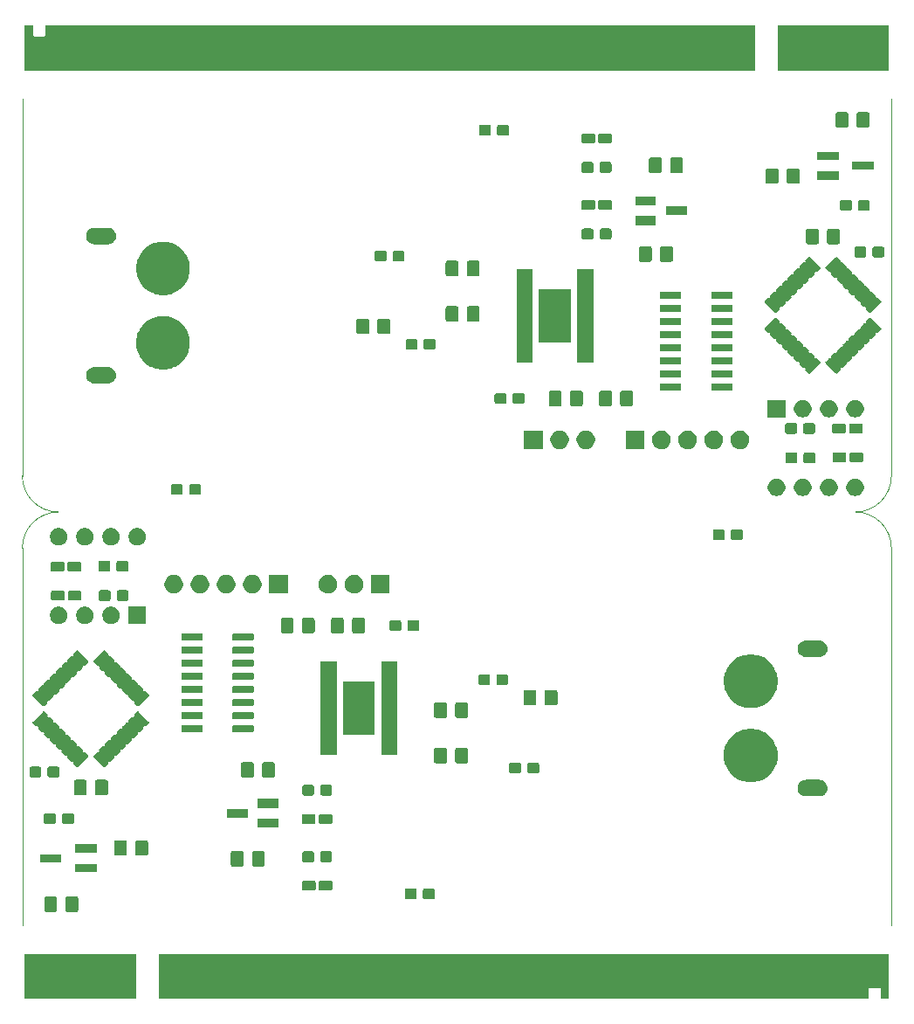
<source format=gts>
%TF.GenerationSoftware,KiCad,Pcbnew,(5.1.6)-1*%
%TF.CreationDate,2020-06-21T16:44:24+09:00*%
%TF.ProjectId,CAN_H-Bridge_Solo_MD_fin,43414e5f-482d-4427-9269-6467655f536f,rev?*%
%TF.SameCoordinates,Original*%
%TF.FileFunction,Soldermask,Top*%
%TF.FilePolarity,Negative*%
%FSLAX46Y46*%
G04 Gerber Fmt 4.6, Leading zero omitted, Abs format (unit mm)*
G04 Created by KiCad (PCBNEW (5.1.6)-1) date 2020-06-21 16:44:24*
%MOMM*%
%LPD*%
G01*
G04 APERTURE LIST*
%TA.AperFunction,Profile*%
%ADD10C,0.100000*%
%TD*%
%ADD11C,0.100000*%
G04 APERTURE END LIST*
D10*
X184650000Y-62950000D02*
X184650000Y-99500000D01*
X103850000Y-103000000D02*
G75*
G02*
X100350000Y-99500000I0J3500000D01*
G01*
X184650000Y-99500000D02*
G75*
G02*
X181150000Y-103000000I-3500000J0D01*
G01*
X100350000Y-99500000D02*
X100350000Y-62950000D01*
X100350000Y-106500000D02*
G75*
G02*
X103850000Y-103000000I3500000J0D01*
G01*
X181150000Y-103000000D02*
G75*
G02*
X184650000Y-106500000I0J-3500000D01*
G01*
X184650000Y-106500000D02*
X184650000Y-143050000D01*
X100350000Y-143050000D02*
X100350000Y-106500000D01*
D11*
G36*
X184401000Y-150201000D02*
G01*
X183599000Y-150201000D01*
X183599000Y-149225999D01*
X183596598Y-149201613D01*
X183589485Y-149178164D01*
X183577934Y-149156553D01*
X183562389Y-149137611D01*
X183543447Y-149122066D01*
X183521836Y-149110515D01*
X183498387Y-149103402D01*
X183474001Y-149101000D01*
X182525999Y-149101000D01*
X182501613Y-149103402D01*
X182478164Y-149110515D01*
X182456553Y-149122066D01*
X182437611Y-149137611D01*
X182422066Y-149156553D01*
X182410515Y-149178164D01*
X182403402Y-149201613D01*
X182401000Y-149225999D01*
X182401000Y-150201000D01*
X113599000Y-150201000D01*
X113599000Y-145799000D01*
X184401000Y-145799000D01*
X184401000Y-150201000D01*
G37*
G36*
X111401000Y-150201000D02*
G01*
X100599000Y-150201000D01*
X100599000Y-145799000D01*
X111401000Y-145799000D01*
X111401000Y-150201000D01*
G37*
G36*
X105613674Y-140253465D02*
G01*
X105651367Y-140264899D01*
X105686103Y-140283466D01*
X105716548Y-140308452D01*
X105741534Y-140338897D01*
X105760101Y-140373633D01*
X105771535Y-140411326D01*
X105776000Y-140456661D01*
X105776000Y-141543339D01*
X105771535Y-141588674D01*
X105760101Y-141626367D01*
X105741534Y-141661103D01*
X105716548Y-141691548D01*
X105686103Y-141716534D01*
X105651367Y-141735101D01*
X105613674Y-141746535D01*
X105568339Y-141751000D01*
X104731661Y-141751000D01*
X104686326Y-141746535D01*
X104648633Y-141735101D01*
X104613897Y-141716534D01*
X104583452Y-141691548D01*
X104558466Y-141661103D01*
X104539899Y-141626367D01*
X104528465Y-141588674D01*
X104524000Y-141543339D01*
X104524000Y-140456661D01*
X104528465Y-140411326D01*
X104539899Y-140373633D01*
X104558466Y-140338897D01*
X104583452Y-140308452D01*
X104613897Y-140283466D01*
X104648633Y-140264899D01*
X104686326Y-140253465D01*
X104731661Y-140249000D01*
X105568339Y-140249000D01*
X105613674Y-140253465D01*
G37*
G36*
X103563674Y-140253465D02*
G01*
X103601367Y-140264899D01*
X103636103Y-140283466D01*
X103666548Y-140308452D01*
X103691534Y-140338897D01*
X103710101Y-140373633D01*
X103721535Y-140411326D01*
X103726000Y-140456661D01*
X103726000Y-141543339D01*
X103721535Y-141588674D01*
X103710101Y-141626367D01*
X103691534Y-141661103D01*
X103666548Y-141691548D01*
X103636103Y-141716534D01*
X103601367Y-141735101D01*
X103563674Y-141746535D01*
X103518339Y-141751000D01*
X102681661Y-141751000D01*
X102636326Y-141746535D01*
X102598633Y-141735101D01*
X102563897Y-141716534D01*
X102533452Y-141691548D01*
X102508466Y-141661103D01*
X102489899Y-141626367D01*
X102478465Y-141588674D01*
X102474000Y-141543339D01*
X102474000Y-140456661D01*
X102478465Y-140411326D01*
X102489899Y-140373633D01*
X102508466Y-140338897D01*
X102533452Y-140308452D01*
X102563897Y-140283466D01*
X102598633Y-140264899D01*
X102636326Y-140253465D01*
X102681661Y-140249000D01*
X103518339Y-140249000D01*
X103563674Y-140253465D01*
G37*
G36*
X138439499Y-139478445D02*
G01*
X138476995Y-139489820D01*
X138511554Y-139508292D01*
X138541847Y-139533153D01*
X138566708Y-139563446D01*
X138585180Y-139598005D01*
X138596555Y-139635501D01*
X138601000Y-139680638D01*
X138601000Y-140319362D01*
X138596555Y-140364499D01*
X138585180Y-140401995D01*
X138566708Y-140436554D01*
X138541847Y-140466847D01*
X138511554Y-140491708D01*
X138476995Y-140510180D01*
X138439499Y-140521555D01*
X138394362Y-140526000D01*
X137655638Y-140526000D01*
X137610501Y-140521555D01*
X137573005Y-140510180D01*
X137538446Y-140491708D01*
X137508153Y-140466847D01*
X137483292Y-140436554D01*
X137464820Y-140401995D01*
X137453445Y-140364499D01*
X137449000Y-140319362D01*
X137449000Y-139680638D01*
X137453445Y-139635501D01*
X137464820Y-139598005D01*
X137483292Y-139563446D01*
X137508153Y-139533153D01*
X137538446Y-139508292D01*
X137573005Y-139489820D01*
X137610501Y-139478445D01*
X137655638Y-139474000D01*
X138394362Y-139474000D01*
X138439499Y-139478445D01*
G37*
G36*
X140189499Y-139478445D02*
G01*
X140226995Y-139489820D01*
X140261554Y-139508292D01*
X140291847Y-139533153D01*
X140316708Y-139563446D01*
X140335180Y-139598005D01*
X140346555Y-139635501D01*
X140351000Y-139680638D01*
X140351000Y-140319362D01*
X140346555Y-140364499D01*
X140335180Y-140401995D01*
X140316708Y-140436554D01*
X140291847Y-140466847D01*
X140261554Y-140491708D01*
X140226995Y-140510180D01*
X140189499Y-140521555D01*
X140144362Y-140526000D01*
X139405638Y-140526000D01*
X139360501Y-140521555D01*
X139323005Y-140510180D01*
X139288446Y-140491708D01*
X139258153Y-140466847D01*
X139233292Y-140436554D01*
X139214820Y-140401995D01*
X139203445Y-140364499D01*
X139199000Y-140319362D01*
X139199000Y-139680638D01*
X139203445Y-139635501D01*
X139214820Y-139598005D01*
X139233292Y-139563446D01*
X139258153Y-139533153D01*
X139288446Y-139508292D01*
X139323005Y-139489820D01*
X139360501Y-139478445D01*
X139405638Y-139474000D01*
X140144362Y-139474000D01*
X140189499Y-139478445D01*
G37*
G36*
X128659618Y-138727965D02*
G01*
X128692433Y-138737919D01*
X128722665Y-138754079D01*
X128749170Y-138775830D01*
X128770921Y-138802335D01*
X128787081Y-138832567D01*
X128797035Y-138865382D01*
X128801000Y-138905640D01*
X128801000Y-139494360D01*
X128797035Y-139534618D01*
X128787081Y-139567433D01*
X128770921Y-139597665D01*
X128749170Y-139624170D01*
X128722665Y-139645921D01*
X128692433Y-139662081D01*
X128659618Y-139672035D01*
X128619360Y-139676000D01*
X127655640Y-139676000D01*
X127615382Y-139672035D01*
X127582567Y-139662081D01*
X127552335Y-139645921D01*
X127525830Y-139624170D01*
X127504079Y-139597665D01*
X127487919Y-139567433D01*
X127477965Y-139534618D01*
X127474000Y-139494360D01*
X127474000Y-138905640D01*
X127477965Y-138865382D01*
X127487919Y-138832567D01*
X127504079Y-138802335D01*
X127525830Y-138775830D01*
X127552335Y-138754079D01*
X127582567Y-138737919D01*
X127615382Y-138727965D01*
X127655640Y-138724000D01*
X128619360Y-138724000D01*
X128659618Y-138727965D01*
G37*
G36*
X130284618Y-138727965D02*
G01*
X130317433Y-138737919D01*
X130347665Y-138754079D01*
X130374170Y-138775830D01*
X130395921Y-138802335D01*
X130412081Y-138832567D01*
X130422035Y-138865382D01*
X130426000Y-138905640D01*
X130426000Y-139494360D01*
X130422035Y-139534618D01*
X130412081Y-139567433D01*
X130395921Y-139597665D01*
X130374170Y-139624170D01*
X130347665Y-139645921D01*
X130317433Y-139662081D01*
X130284618Y-139672035D01*
X130244360Y-139676000D01*
X129280640Y-139676000D01*
X129240382Y-139672035D01*
X129207567Y-139662081D01*
X129177335Y-139645921D01*
X129150830Y-139624170D01*
X129129079Y-139597665D01*
X129112919Y-139567433D01*
X129102965Y-139534618D01*
X129099000Y-139494360D01*
X129099000Y-138905640D01*
X129102965Y-138865382D01*
X129112919Y-138832567D01*
X129129079Y-138802335D01*
X129150830Y-138775830D01*
X129177335Y-138754079D01*
X129207567Y-138737919D01*
X129240382Y-138727965D01*
X129280640Y-138724000D01*
X130244360Y-138724000D01*
X130284618Y-138727965D01*
G37*
G36*
X107551000Y-137901000D02*
G01*
X105449000Y-137901000D01*
X105449000Y-137099000D01*
X107551000Y-137099000D01*
X107551000Y-137901000D01*
G37*
G36*
X121663674Y-135853465D02*
G01*
X121701367Y-135864899D01*
X121736103Y-135883466D01*
X121766548Y-135908452D01*
X121791534Y-135938897D01*
X121810101Y-135973633D01*
X121821535Y-136011326D01*
X121826000Y-136056661D01*
X121826000Y-137143339D01*
X121821535Y-137188674D01*
X121810101Y-137226367D01*
X121791534Y-137261103D01*
X121766548Y-137291548D01*
X121736103Y-137316534D01*
X121701367Y-137335101D01*
X121663674Y-137346535D01*
X121618339Y-137351000D01*
X120781661Y-137351000D01*
X120736326Y-137346535D01*
X120698633Y-137335101D01*
X120663897Y-137316534D01*
X120633452Y-137291548D01*
X120608466Y-137261103D01*
X120589899Y-137226367D01*
X120578465Y-137188674D01*
X120574000Y-137143339D01*
X120574000Y-136056661D01*
X120578465Y-136011326D01*
X120589899Y-135973633D01*
X120608466Y-135938897D01*
X120633452Y-135908452D01*
X120663897Y-135883466D01*
X120698633Y-135864899D01*
X120736326Y-135853465D01*
X120781661Y-135849000D01*
X121618339Y-135849000D01*
X121663674Y-135853465D01*
G37*
G36*
X123713674Y-135853465D02*
G01*
X123751367Y-135864899D01*
X123786103Y-135883466D01*
X123816548Y-135908452D01*
X123841534Y-135938897D01*
X123860101Y-135973633D01*
X123871535Y-136011326D01*
X123876000Y-136056661D01*
X123876000Y-137143339D01*
X123871535Y-137188674D01*
X123860101Y-137226367D01*
X123841534Y-137261103D01*
X123816548Y-137291548D01*
X123786103Y-137316534D01*
X123751367Y-137335101D01*
X123713674Y-137346535D01*
X123668339Y-137351000D01*
X122831661Y-137351000D01*
X122786326Y-137346535D01*
X122748633Y-137335101D01*
X122713897Y-137316534D01*
X122683452Y-137291548D01*
X122658466Y-137261103D01*
X122639899Y-137226367D01*
X122628465Y-137188674D01*
X122624000Y-137143339D01*
X122624000Y-136056661D01*
X122628465Y-136011326D01*
X122639899Y-135973633D01*
X122658466Y-135938897D01*
X122683452Y-135908452D01*
X122713897Y-135883466D01*
X122748633Y-135864899D01*
X122786326Y-135853465D01*
X122831661Y-135849000D01*
X123668339Y-135849000D01*
X123713674Y-135853465D01*
G37*
G36*
X104151000Y-136951000D02*
G01*
X102049000Y-136951000D01*
X102049000Y-136149000D01*
X104151000Y-136149000D01*
X104151000Y-136951000D01*
G37*
G36*
X128489499Y-135878445D02*
G01*
X128526995Y-135889820D01*
X128561554Y-135908292D01*
X128591847Y-135933153D01*
X128616708Y-135963446D01*
X128635180Y-135998005D01*
X128646555Y-136035501D01*
X128651000Y-136080638D01*
X128651000Y-136719362D01*
X128646555Y-136764499D01*
X128635180Y-136801995D01*
X128616708Y-136836554D01*
X128591847Y-136866847D01*
X128561554Y-136891708D01*
X128526995Y-136910180D01*
X128489499Y-136921555D01*
X128444362Y-136926000D01*
X127705638Y-136926000D01*
X127660501Y-136921555D01*
X127623005Y-136910180D01*
X127588446Y-136891708D01*
X127558153Y-136866847D01*
X127533292Y-136836554D01*
X127514820Y-136801995D01*
X127503445Y-136764499D01*
X127499000Y-136719362D01*
X127499000Y-136080638D01*
X127503445Y-136035501D01*
X127514820Y-135998005D01*
X127533292Y-135963446D01*
X127558153Y-135933153D01*
X127588446Y-135908292D01*
X127623005Y-135889820D01*
X127660501Y-135878445D01*
X127705638Y-135874000D01*
X128444362Y-135874000D01*
X128489499Y-135878445D01*
G37*
G36*
X130239499Y-135878445D02*
G01*
X130276995Y-135889820D01*
X130311554Y-135908292D01*
X130341847Y-135933153D01*
X130366708Y-135963446D01*
X130385180Y-135998005D01*
X130396555Y-136035501D01*
X130401000Y-136080638D01*
X130401000Y-136719362D01*
X130396555Y-136764499D01*
X130385180Y-136801995D01*
X130366708Y-136836554D01*
X130341847Y-136866847D01*
X130311554Y-136891708D01*
X130276995Y-136910180D01*
X130239499Y-136921555D01*
X130194362Y-136926000D01*
X129455638Y-136926000D01*
X129410501Y-136921555D01*
X129373005Y-136910180D01*
X129338446Y-136891708D01*
X129308153Y-136866847D01*
X129283292Y-136836554D01*
X129264820Y-136801995D01*
X129253445Y-136764499D01*
X129249000Y-136719362D01*
X129249000Y-136080638D01*
X129253445Y-136035501D01*
X129264820Y-135998005D01*
X129283292Y-135963446D01*
X129308153Y-135933153D01*
X129338446Y-135908292D01*
X129373005Y-135889820D01*
X129410501Y-135878445D01*
X129455638Y-135874000D01*
X130194362Y-135874000D01*
X130239499Y-135878445D01*
G37*
G36*
X112388674Y-134803465D02*
G01*
X112426367Y-134814899D01*
X112461103Y-134833466D01*
X112491548Y-134858452D01*
X112516534Y-134888897D01*
X112535101Y-134923633D01*
X112546535Y-134961326D01*
X112551000Y-135006661D01*
X112551000Y-136093339D01*
X112546535Y-136138674D01*
X112535101Y-136176367D01*
X112516534Y-136211103D01*
X112491548Y-136241548D01*
X112461103Y-136266534D01*
X112426367Y-136285101D01*
X112388674Y-136296535D01*
X112343339Y-136301000D01*
X111506661Y-136301000D01*
X111461326Y-136296535D01*
X111423633Y-136285101D01*
X111388897Y-136266534D01*
X111358452Y-136241548D01*
X111333466Y-136211103D01*
X111314899Y-136176367D01*
X111303465Y-136138674D01*
X111299000Y-136093339D01*
X111299000Y-135006661D01*
X111303465Y-134961326D01*
X111314899Y-134923633D01*
X111333466Y-134888897D01*
X111358452Y-134858452D01*
X111388897Y-134833466D01*
X111423633Y-134814899D01*
X111461326Y-134803465D01*
X111506661Y-134799000D01*
X112343339Y-134799000D01*
X112388674Y-134803465D01*
G37*
G36*
X110338674Y-134803465D02*
G01*
X110376367Y-134814899D01*
X110411103Y-134833466D01*
X110441548Y-134858452D01*
X110466534Y-134888897D01*
X110485101Y-134923633D01*
X110496535Y-134961326D01*
X110501000Y-135006661D01*
X110501000Y-136093339D01*
X110496535Y-136138674D01*
X110485101Y-136176367D01*
X110466534Y-136211103D01*
X110441548Y-136241548D01*
X110411103Y-136266534D01*
X110376367Y-136285101D01*
X110338674Y-136296535D01*
X110293339Y-136301000D01*
X109456661Y-136301000D01*
X109411326Y-136296535D01*
X109373633Y-136285101D01*
X109338897Y-136266534D01*
X109308452Y-136241548D01*
X109283466Y-136211103D01*
X109264899Y-136176367D01*
X109253465Y-136138674D01*
X109249000Y-136093339D01*
X109249000Y-135006661D01*
X109253465Y-134961326D01*
X109264899Y-134923633D01*
X109283466Y-134888897D01*
X109308452Y-134858452D01*
X109338897Y-134833466D01*
X109373633Y-134814899D01*
X109411326Y-134803465D01*
X109456661Y-134799000D01*
X110293339Y-134799000D01*
X110338674Y-134803465D01*
G37*
G36*
X107551000Y-136001000D02*
G01*
X105449000Y-136001000D01*
X105449000Y-135199000D01*
X107551000Y-135199000D01*
X107551000Y-136001000D01*
G37*
G36*
X125201000Y-133601000D02*
G01*
X123199000Y-133601000D01*
X123199000Y-132699000D01*
X125201000Y-132699000D01*
X125201000Y-133601000D01*
G37*
G36*
X128647118Y-132277965D02*
G01*
X128679933Y-132287919D01*
X128710165Y-132304079D01*
X128736670Y-132325830D01*
X128758421Y-132352335D01*
X128774581Y-132382567D01*
X128784535Y-132415382D01*
X128788500Y-132455640D01*
X128788500Y-133044360D01*
X128784535Y-133084618D01*
X128774581Y-133117433D01*
X128758421Y-133147665D01*
X128736670Y-133174170D01*
X128710165Y-133195921D01*
X128679933Y-133212081D01*
X128647118Y-133222035D01*
X128606860Y-133226000D01*
X127643140Y-133226000D01*
X127602882Y-133222035D01*
X127570067Y-133212081D01*
X127539835Y-133195921D01*
X127513330Y-133174170D01*
X127491579Y-133147665D01*
X127475419Y-133117433D01*
X127465465Y-133084618D01*
X127461500Y-133044360D01*
X127461500Y-132455640D01*
X127465465Y-132415382D01*
X127475419Y-132382567D01*
X127491579Y-132352335D01*
X127513330Y-132325830D01*
X127539835Y-132304079D01*
X127570067Y-132287919D01*
X127602882Y-132277965D01*
X127643140Y-132274000D01*
X128606860Y-132274000D01*
X128647118Y-132277965D01*
G37*
G36*
X130272118Y-132277965D02*
G01*
X130304933Y-132287919D01*
X130335165Y-132304079D01*
X130361670Y-132325830D01*
X130383421Y-132352335D01*
X130399581Y-132382567D01*
X130409535Y-132415382D01*
X130413500Y-132455640D01*
X130413500Y-133044360D01*
X130409535Y-133084618D01*
X130399581Y-133117433D01*
X130383421Y-133147665D01*
X130361670Y-133174170D01*
X130335165Y-133195921D01*
X130304933Y-133212081D01*
X130272118Y-133222035D01*
X130231860Y-133226000D01*
X129268140Y-133226000D01*
X129227882Y-133222035D01*
X129195067Y-133212081D01*
X129164835Y-133195921D01*
X129138330Y-133174170D01*
X129116579Y-133147665D01*
X129100419Y-133117433D01*
X129090465Y-133084618D01*
X129086500Y-133044360D01*
X129086500Y-132455640D01*
X129090465Y-132415382D01*
X129100419Y-132382567D01*
X129116579Y-132352335D01*
X129138330Y-132325830D01*
X129164835Y-132304079D01*
X129195067Y-132287919D01*
X129227882Y-132277965D01*
X129268140Y-132274000D01*
X130231860Y-132274000D01*
X130272118Y-132277965D01*
G37*
G36*
X105189499Y-132178445D02*
G01*
X105226995Y-132189820D01*
X105261554Y-132208292D01*
X105291847Y-132233153D01*
X105316708Y-132263446D01*
X105335180Y-132298005D01*
X105346555Y-132335501D01*
X105351000Y-132380638D01*
X105351000Y-133019362D01*
X105346555Y-133064499D01*
X105335180Y-133101995D01*
X105316708Y-133136554D01*
X105291847Y-133166847D01*
X105261554Y-133191708D01*
X105226995Y-133210180D01*
X105189499Y-133221555D01*
X105144362Y-133226000D01*
X104405638Y-133226000D01*
X104360501Y-133221555D01*
X104323005Y-133210180D01*
X104288446Y-133191708D01*
X104258153Y-133166847D01*
X104233292Y-133136554D01*
X104214820Y-133101995D01*
X104203445Y-133064499D01*
X104199000Y-133019362D01*
X104199000Y-132380638D01*
X104203445Y-132335501D01*
X104214820Y-132298005D01*
X104233292Y-132263446D01*
X104258153Y-132233153D01*
X104288446Y-132208292D01*
X104323005Y-132189820D01*
X104360501Y-132178445D01*
X104405638Y-132174000D01*
X105144362Y-132174000D01*
X105189499Y-132178445D01*
G37*
G36*
X103439499Y-132178445D02*
G01*
X103476995Y-132189820D01*
X103511554Y-132208292D01*
X103541847Y-132233153D01*
X103566708Y-132263446D01*
X103585180Y-132298005D01*
X103596555Y-132335501D01*
X103601000Y-132380638D01*
X103601000Y-133019362D01*
X103596555Y-133064499D01*
X103585180Y-133101995D01*
X103566708Y-133136554D01*
X103541847Y-133166847D01*
X103511554Y-133191708D01*
X103476995Y-133210180D01*
X103439499Y-133221555D01*
X103394362Y-133226000D01*
X102655638Y-133226000D01*
X102610501Y-133221555D01*
X102573005Y-133210180D01*
X102538446Y-133191708D01*
X102508153Y-133166847D01*
X102483292Y-133136554D01*
X102464820Y-133101995D01*
X102453445Y-133064499D01*
X102449000Y-133019362D01*
X102449000Y-132380638D01*
X102453445Y-132335501D01*
X102464820Y-132298005D01*
X102483292Y-132263446D01*
X102508153Y-132233153D01*
X102538446Y-132208292D01*
X102573005Y-132189820D01*
X102610501Y-132178445D01*
X102655638Y-132174000D01*
X103394362Y-132174000D01*
X103439499Y-132178445D01*
G37*
G36*
X122201000Y-132651000D02*
G01*
X120199000Y-132651000D01*
X120199000Y-131749000D01*
X122201000Y-131749000D01*
X122201000Y-132651000D01*
G37*
G36*
X125201000Y-131701000D02*
G01*
X123199000Y-131701000D01*
X123199000Y-130799000D01*
X125201000Y-130799000D01*
X125201000Y-131701000D01*
G37*
G36*
X177728571Y-128952863D02*
G01*
X177807023Y-128960590D01*
X177882435Y-128983466D01*
X177958013Y-129006392D01*
X178097165Y-129080771D01*
X178219133Y-129180867D01*
X178319229Y-129302835D01*
X178393608Y-129441987D01*
X178398554Y-129458292D01*
X178439410Y-129592977D01*
X178454875Y-129750000D01*
X178439410Y-129907023D01*
X178408875Y-130007682D01*
X178393608Y-130058013D01*
X178319229Y-130197165D01*
X178219133Y-130319133D01*
X178097165Y-130419229D01*
X177958013Y-130493608D01*
X177907682Y-130508875D01*
X177807023Y-130539410D01*
X177728571Y-130547137D01*
X177689346Y-130551000D01*
X176310654Y-130551000D01*
X176271429Y-130547137D01*
X176192977Y-130539410D01*
X176092318Y-130508875D01*
X176041987Y-130493608D01*
X175902835Y-130419229D01*
X175780867Y-130319133D01*
X175680771Y-130197165D01*
X175606392Y-130058013D01*
X175591125Y-130007682D01*
X175560590Y-129907023D01*
X175545125Y-129750000D01*
X175560590Y-129592977D01*
X175601446Y-129458292D01*
X175606392Y-129441987D01*
X175680771Y-129302835D01*
X175780867Y-129180867D01*
X175902835Y-129080771D01*
X176041987Y-129006392D01*
X176117565Y-128983466D01*
X176192977Y-128960590D01*
X176271429Y-128952863D01*
X176310654Y-128949000D01*
X177689346Y-128949000D01*
X177728571Y-128952863D01*
G37*
G36*
X130239499Y-129428445D02*
G01*
X130276995Y-129439820D01*
X130311554Y-129458292D01*
X130341847Y-129483153D01*
X130366708Y-129513446D01*
X130385180Y-129548005D01*
X130396555Y-129585501D01*
X130401000Y-129630638D01*
X130401000Y-130269362D01*
X130396555Y-130314499D01*
X130385180Y-130351995D01*
X130366708Y-130386554D01*
X130341847Y-130416847D01*
X130311554Y-130441708D01*
X130276995Y-130460180D01*
X130239499Y-130471555D01*
X130194362Y-130476000D01*
X129455638Y-130476000D01*
X129410501Y-130471555D01*
X129373005Y-130460180D01*
X129338446Y-130441708D01*
X129308153Y-130416847D01*
X129283292Y-130386554D01*
X129264820Y-130351995D01*
X129253445Y-130314499D01*
X129249000Y-130269362D01*
X129249000Y-129630638D01*
X129253445Y-129585501D01*
X129264820Y-129548005D01*
X129283292Y-129513446D01*
X129308153Y-129483153D01*
X129338446Y-129458292D01*
X129373005Y-129439820D01*
X129410501Y-129428445D01*
X129455638Y-129424000D01*
X130194362Y-129424000D01*
X130239499Y-129428445D01*
G37*
G36*
X128489499Y-129428445D02*
G01*
X128526995Y-129439820D01*
X128561554Y-129458292D01*
X128591847Y-129483153D01*
X128616708Y-129513446D01*
X128635180Y-129548005D01*
X128646555Y-129585501D01*
X128651000Y-129630638D01*
X128651000Y-130269362D01*
X128646555Y-130314499D01*
X128635180Y-130351995D01*
X128616708Y-130386554D01*
X128591847Y-130416847D01*
X128561554Y-130441708D01*
X128526995Y-130460180D01*
X128489499Y-130471555D01*
X128444362Y-130476000D01*
X127705638Y-130476000D01*
X127660501Y-130471555D01*
X127623005Y-130460180D01*
X127588446Y-130441708D01*
X127558153Y-130416847D01*
X127533292Y-130386554D01*
X127514820Y-130351995D01*
X127503445Y-130314499D01*
X127499000Y-130269362D01*
X127499000Y-129630638D01*
X127503445Y-129585501D01*
X127514820Y-129548005D01*
X127533292Y-129513446D01*
X127558153Y-129483153D01*
X127588446Y-129458292D01*
X127623005Y-129439820D01*
X127660501Y-129428445D01*
X127705638Y-129424000D01*
X128444362Y-129424000D01*
X128489499Y-129428445D01*
G37*
G36*
X108488674Y-128953465D02*
G01*
X108526367Y-128964899D01*
X108561103Y-128983466D01*
X108591548Y-129008452D01*
X108616534Y-129038897D01*
X108635101Y-129073633D01*
X108646535Y-129111326D01*
X108651000Y-129156661D01*
X108651000Y-130243339D01*
X108646535Y-130288674D01*
X108635101Y-130326367D01*
X108616534Y-130361103D01*
X108591548Y-130391548D01*
X108561103Y-130416534D01*
X108526367Y-130435101D01*
X108488674Y-130446535D01*
X108443339Y-130451000D01*
X107606661Y-130451000D01*
X107561326Y-130446535D01*
X107523633Y-130435101D01*
X107488897Y-130416534D01*
X107458452Y-130391548D01*
X107433466Y-130361103D01*
X107414899Y-130326367D01*
X107403465Y-130288674D01*
X107399000Y-130243339D01*
X107399000Y-129156661D01*
X107403465Y-129111326D01*
X107414899Y-129073633D01*
X107433466Y-129038897D01*
X107458452Y-129008452D01*
X107488897Y-128983466D01*
X107523633Y-128964899D01*
X107561326Y-128953465D01*
X107606661Y-128949000D01*
X108443339Y-128949000D01*
X108488674Y-128953465D01*
G37*
G36*
X106438674Y-128953465D02*
G01*
X106476367Y-128964899D01*
X106511103Y-128983466D01*
X106541548Y-129008452D01*
X106566534Y-129038897D01*
X106585101Y-129073633D01*
X106596535Y-129111326D01*
X106601000Y-129156661D01*
X106601000Y-130243339D01*
X106596535Y-130288674D01*
X106585101Y-130326367D01*
X106566534Y-130361103D01*
X106541548Y-130391548D01*
X106511103Y-130416534D01*
X106476367Y-130435101D01*
X106438674Y-130446535D01*
X106393339Y-130451000D01*
X105556661Y-130451000D01*
X105511326Y-130446535D01*
X105473633Y-130435101D01*
X105438897Y-130416534D01*
X105408452Y-130391548D01*
X105383466Y-130361103D01*
X105364899Y-130326367D01*
X105353465Y-130288674D01*
X105349000Y-130243339D01*
X105349000Y-129156661D01*
X105353465Y-129111326D01*
X105364899Y-129073633D01*
X105383466Y-129038897D01*
X105408452Y-129008452D01*
X105438897Y-128983466D01*
X105473633Y-128964899D01*
X105511326Y-128953465D01*
X105556661Y-128949000D01*
X106393339Y-128949000D01*
X106438674Y-128953465D01*
G37*
G36*
X171477646Y-124043053D02*
G01*
X171758684Y-124098955D01*
X171943479Y-124175500D01*
X172232034Y-124295023D01*
X172319160Y-124353239D01*
X172658041Y-124579671D01*
X173020329Y-124941959D01*
X173189950Y-125195816D01*
X173304977Y-125367966D01*
X173413985Y-125631135D01*
X173501045Y-125841316D01*
X173509429Y-125883466D01*
X173591202Y-126294563D01*
X173601000Y-126343824D01*
X173601000Y-126856176D01*
X173501045Y-127358684D01*
X173450530Y-127480638D01*
X173304977Y-127832034D01*
X173234841Y-127937000D01*
X173020329Y-128258041D01*
X172658041Y-128620329D01*
X172462477Y-128751000D01*
X172232034Y-128904977D01*
X172042544Y-128983466D01*
X171758684Y-129101045D01*
X171678387Y-129117017D01*
X171256177Y-129201000D01*
X170743823Y-129201000D01*
X170321613Y-129117017D01*
X170241316Y-129101045D01*
X169957456Y-128983466D01*
X169767966Y-128904977D01*
X169537523Y-128751000D01*
X169341959Y-128620329D01*
X168979671Y-128258041D01*
X168765159Y-127937000D01*
X168695023Y-127832034D01*
X168549470Y-127480638D01*
X168498955Y-127358684D01*
X168399000Y-126856176D01*
X168399000Y-126343824D01*
X168408799Y-126294563D01*
X168490571Y-125883466D01*
X168498955Y-125841316D01*
X168586015Y-125631135D01*
X168695023Y-125367966D01*
X168810050Y-125195816D01*
X168979671Y-124941959D01*
X169341959Y-124579671D01*
X169680840Y-124353239D01*
X169767966Y-124295023D01*
X170056521Y-124175500D01*
X170241316Y-124098955D01*
X170522354Y-124043053D01*
X170743823Y-123999000D01*
X171256177Y-123999000D01*
X171477646Y-124043053D01*
G37*
G36*
X124688674Y-127253465D02*
G01*
X124726367Y-127264899D01*
X124761103Y-127283466D01*
X124791548Y-127308452D01*
X124816534Y-127338897D01*
X124835101Y-127373633D01*
X124846535Y-127411326D01*
X124851000Y-127456661D01*
X124851000Y-128543339D01*
X124846535Y-128588674D01*
X124835101Y-128626367D01*
X124816534Y-128661103D01*
X124791548Y-128691548D01*
X124761103Y-128716534D01*
X124726367Y-128735101D01*
X124688674Y-128746535D01*
X124643339Y-128751000D01*
X123806661Y-128751000D01*
X123761326Y-128746535D01*
X123723633Y-128735101D01*
X123688897Y-128716534D01*
X123658452Y-128691548D01*
X123633466Y-128661103D01*
X123614899Y-128626367D01*
X123603465Y-128588674D01*
X123599000Y-128543339D01*
X123599000Y-127456661D01*
X123603465Y-127411326D01*
X123614899Y-127373633D01*
X123633466Y-127338897D01*
X123658452Y-127308452D01*
X123688897Y-127283466D01*
X123723633Y-127264899D01*
X123761326Y-127253465D01*
X123806661Y-127249000D01*
X124643339Y-127249000D01*
X124688674Y-127253465D01*
G37*
G36*
X122638674Y-127253465D02*
G01*
X122676367Y-127264899D01*
X122711103Y-127283466D01*
X122741548Y-127308452D01*
X122766534Y-127338897D01*
X122785101Y-127373633D01*
X122796535Y-127411326D01*
X122801000Y-127456661D01*
X122801000Y-128543339D01*
X122796535Y-128588674D01*
X122785101Y-128626367D01*
X122766534Y-128661103D01*
X122741548Y-128691548D01*
X122711103Y-128716534D01*
X122676367Y-128735101D01*
X122638674Y-128746535D01*
X122593339Y-128751000D01*
X121756661Y-128751000D01*
X121711326Y-128746535D01*
X121673633Y-128735101D01*
X121638897Y-128716534D01*
X121608452Y-128691548D01*
X121583466Y-128661103D01*
X121564899Y-128626367D01*
X121553465Y-128588674D01*
X121549000Y-128543339D01*
X121549000Y-127456661D01*
X121553465Y-127411326D01*
X121564899Y-127373633D01*
X121583466Y-127338897D01*
X121608452Y-127308452D01*
X121638897Y-127283466D01*
X121673633Y-127264899D01*
X121711326Y-127253465D01*
X121756661Y-127249000D01*
X122593339Y-127249000D01*
X122638674Y-127253465D01*
G37*
G36*
X103789499Y-127678445D02*
G01*
X103826995Y-127689820D01*
X103861554Y-127708292D01*
X103891847Y-127733153D01*
X103916708Y-127763446D01*
X103935180Y-127798005D01*
X103946555Y-127835501D01*
X103951000Y-127880638D01*
X103951000Y-128519362D01*
X103946555Y-128564499D01*
X103935180Y-128601995D01*
X103916708Y-128636554D01*
X103891847Y-128666847D01*
X103861554Y-128691708D01*
X103826995Y-128710180D01*
X103789499Y-128721555D01*
X103744362Y-128726000D01*
X103005638Y-128726000D01*
X102960501Y-128721555D01*
X102923005Y-128710180D01*
X102888446Y-128691708D01*
X102858153Y-128666847D01*
X102833292Y-128636554D01*
X102814820Y-128601995D01*
X102803445Y-128564499D01*
X102799000Y-128519362D01*
X102799000Y-127880638D01*
X102803445Y-127835501D01*
X102814820Y-127798005D01*
X102833292Y-127763446D01*
X102858153Y-127733153D01*
X102888446Y-127708292D01*
X102923005Y-127689820D01*
X102960501Y-127678445D01*
X103005638Y-127674000D01*
X103744362Y-127674000D01*
X103789499Y-127678445D01*
G37*
G36*
X102039499Y-127678445D02*
G01*
X102076995Y-127689820D01*
X102111554Y-127708292D01*
X102141847Y-127733153D01*
X102166708Y-127763446D01*
X102185180Y-127798005D01*
X102196555Y-127835501D01*
X102201000Y-127880638D01*
X102201000Y-128519362D01*
X102196555Y-128564499D01*
X102185180Y-128601995D01*
X102166708Y-128636554D01*
X102141847Y-128666847D01*
X102111554Y-128691708D01*
X102076995Y-128710180D01*
X102039499Y-128721555D01*
X101994362Y-128726000D01*
X101255638Y-128726000D01*
X101210501Y-128721555D01*
X101173005Y-128710180D01*
X101138446Y-128691708D01*
X101108153Y-128666847D01*
X101083292Y-128636554D01*
X101064820Y-128601995D01*
X101053445Y-128564499D01*
X101049000Y-128519362D01*
X101049000Y-127880638D01*
X101053445Y-127835501D01*
X101064820Y-127798005D01*
X101083292Y-127763446D01*
X101108153Y-127733153D01*
X101138446Y-127708292D01*
X101173005Y-127689820D01*
X101210501Y-127678445D01*
X101255638Y-127674000D01*
X101994362Y-127674000D01*
X102039499Y-127678445D01*
G37*
G36*
X150314499Y-127278445D02*
G01*
X150351995Y-127289820D01*
X150386554Y-127308292D01*
X150416847Y-127333153D01*
X150441708Y-127363446D01*
X150460180Y-127398005D01*
X150471555Y-127435501D01*
X150476000Y-127480638D01*
X150476000Y-128119362D01*
X150471555Y-128164499D01*
X150460180Y-128201995D01*
X150441708Y-128236554D01*
X150416847Y-128266847D01*
X150386554Y-128291708D01*
X150351995Y-128310180D01*
X150314499Y-128321555D01*
X150269362Y-128326000D01*
X149530638Y-128326000D01*
X149485501Y-128321555D01*
X149448005Y-128310180D01*
X149413446Y-128291708D01*
X149383153Y-128266847D01*
X149358292Y-128236554D01*
X149339820Y-128201995D01*
X149328445Y-128164499D01*
X149324000Y-128119362D01*
X149324000Y-127480638D01*
X149328445Y-127435501D01*
X149339820Y-127398005D01*
X149358292Y-127363446D01*
X149383153Y-127333153D01*
X149413446Y-127308292D01*
X149448005Y-127289820D01*
X149485501Y-127278445D01*
X149530638Y-127274000D01*
X150269362Y-127274000D01*
X150314499Y-127278445D01*
G37*
G36*
X148564499Y-127278445D02*
G01*
X148601995Y-127289820D01*
X148636554Y-127308292D01*
X148666847Y-127333153D01*
X148691708Y-127363446D01*
X148710180Y-127398005D01*
X148721555Y-127435501D01*
X148726000Y-127480638D01*
X148726000Y-128119362D01*
X148721555Y-128164499D01*
X148710180Y-128201995D01*
X148691708Y-128236554D01*
X148666847Y-128266847D01*
X148636554Y-128291708D01*
X148601995Y-128310180D01*
X148564499Y-128321555D01*
X148519362Y-128326000D01*
X147780638Y-128326000D01*
X147735501Y-128321555D01*
X147698005Y-128310180D01*
X147663446Y-128291708D01*
X147633153Y-128266847D01*
X147608292Y-128236554D01*
X147589820Y-128201995D01*
X147578445Y-128164499D01*
X147574000Y-128119362D01*
X147574000Y-127480638D01*
X147578445Y-127435501D01*
X147589820Y-127398005D01*
X147608292Y-127363446D01*
X147633153Y-127333153D01*
X147663446Y-127308292D01*
X147698005Y-127289820D01*
X147735501Y-127278445D01*
X147780638Y-127274000D01*
X148519362Y-127274000D01*
X148564499Y-127278445D01*
G37*
G36*
X111595568Y-122299705D02*
G01*
X111611960Y-122304678D01*
X111627072Y-122312755D01*
X111645081Y-122327535D01*
X111684926Y-122367380D01*
X111684937Y-122367389D01*
X112604883Y-123287335D01*
X112604892Y-123287346D01*
X112644737Y-123327191D01*
X112659517Y-123345200D01*
X112667594Y-123360312D01*
X112672567Y-123376704D01*
X112674246Y-123393755D01*
X112672567Y-123410806D01*
X112667594Y-123427198D01*
X112659517Y-123442310D01*
X112644737Y-123460319D01*
X112604892Y-123500164D01*
X112604883Y-123500175D01*
X112392043Y-123713015D01*
X112392032Y-123713024D01*
X112352187Y-123752869D01*
X112334178Y-123767649D01*
X112319066Y-123775726D01*
X112302674Y-123780699D01*
X112285623Y-123782378D01*
X112268575Y-123780699D01*
X112260261Y-123778177D01*
X112236227Y-123773397D01*
X112211723Y-123773397D01*
X112187690Y-123778178D01*
X112165051Y-123787555D01*
X112144677Y-123801169D01*
X112127350Y-123818496D01*
X112113736Y-123838871D01*
X112104359Y-123861509D01*
X112099579Y-123885543D01*
X112099579Y-123910047D01*
X112104360Y-123934080D01*
X112106881Y-123942389D01*
X112108560Y-123959440D01*
X112106881Y-123976491D01*
X112101908Y-123992883D01*
X112093831Y-124007995D01*
X112079051Y-124026004D01*
X112039206Y-124065849D01*
X112039197Y-124065860D01*
X111826357Y-124278700D01*
X111826346Y-124278709D01*
X111786501Y-124318554D01*
X111768492Y-124333334D01*
X111753380Y-124341411D01*
X111736988Y-124346384D01*
X111719937Y-124348063D01*
X111702886Y-124346384D01*
X111694577Y-124343863D01*
X111670544Y-124339082D01*
X111646040Y-124339082D01*
X111622007Y-124343862D01*
X111599368Y-124353239D01*
X111578993Y-124366853D01*
X111561666Y-124384180D01*
X111548052Y-124404554D01*
X111538675Y-124427193D01*
X111533894Y-124451226D01*
X111533894Y-124475730D01*
X111538674Y-124499764D01*
X111541196Y-124508078D01*
X111542875Y-124525126D01*
X111541196Y-124542177D01*
X111536223Y-124558569D01*
X111528146Y-124573681D01*
X111513366Y-124591690D01*
X111473521Y-124631535D01*
X111473512Y-124631546D01*
X111260672Y-124844386D01*
X111260661Y-124844395D01*
X111220816Y-124884240D01*
X111202807Y-124899020D01*
X111187695Y-124907097D01*
X111171303Y-124912070D01*
X111154252Y-124913749D01*
X111137201Y-124912070D01*
X111128892Y-124909549D01*
X111104859Y-124904768D01*
X111080355Y-124904768D01*
X111056322Y-124909548D01*
X111033683Y-124918925D01*
X111013308Y-124932539D01*
X110995981Y-124949866D01*
X110982367Y-124970240D01*
X110972990Y-124992879D01*
X110968209Y-125016912D01*
X110968209Y-125041416D01*
X110972990Y-125065451D01*
X110975511Y-125073760D01*
X110977190Y-125090811D01*
X110975511Y-125107862D01*
X110970538Y-125124254D01*
X110962461Y-125139366D01*
X110947681Y-125157375D01*
X110907836Y-125197220D01*
X110907827Y-125197231D01*
X110694987Y-125410071D01*
X110694976Y-125410080D01*
X110655131Y-125449925D01*
X110637122Y-125464705D01*
X110622010Y-125472782D01*
X110605618Y-125477755D01*
X110588567Y-125479434D01*
X110571519Y-125477755D01*
X110563205Y-125475233D01*
X110539171Y-125470453D01*
X110514667Y-125470453D01*
X110490634Y-125475234D01*
X110467995Y-125484611D01*
X110447621Y-125498225D01*
X110430294Y-125515552D01*
X110416680Y-125535927D01*
X110407303Y-125558565D01*
X110402523Y-125582599D01*
X110402523Y-125607103D01*
X110407303Y-125631135D01*
X110409825Y-125639449D01*
X110411504Y-125656497D01*
X110409825Y-125673548D01*
X110404852Y-125689940D01*
X110396775Y-125705052D01*
X110381995Y-125723061D01*
X110342150Y-125762906D01*
X110342141Y-125762917D01*
X110129301Y-125975757D01*
X110129290Y-125975766D01*
X110089445Y-126015611D01*
X110071436Y-126030391D01*
X110056324Y-126038468D01*
X110039932Y-126043441D01*
X110022881Y-126045120D01*
X110005830Y-126043441D01*
X109997521Y-126040920D01*
X109973488Y-126036139D01*
X109948984Y-126036139D01*
X109924951Y-126040919D01*
X109902312Y-126050296D01*
X109881937Y-126063910D01*
X109864610Y-126081237D01*
X109850996Y-126101611D01*
X109841619Y-126124250D01*
X109836838Y-126148283D01*
X109836838Y-126172787D01*
X109841619Y-126196822D01*
X109844140Y-126205131D01*
X109845819Y-126222182D01*
X109844140Y-126239233D01*
X109839167Y-126255625D01*
X109831090Y-126270737D01*
X109816310Y-126288746D01*
X109776465Y-126328591D01*
X109776456Y-126328602D01*
X109563616Y-126541442D01*
X109563605Y-126541451D01*
X109523760Y-126581296D01*
X109505751Y-126596076D01*
X109490639Y-126604153D01*
X109474247Y-126609126D01*
X109457196Y-126610805D01*
X109440148Y-126609126D01*
X109431834Y-126606604D01*
X109407800Y-126601824D01*
X109383296Y-126601824D01*
X109359263Y-126606605D01*
X109336624Y-126615982D01*
X109316250Y-126629596D01*
X109298923Y-126646923D01*
X109285309Y-126667298D01*
X109275932Y-126689936D01*
X109271152Y-126713970D01*
X109271152Y-126738474D01*
X109275933Y-126762507D01*
X109278454Y-126770816D01*
X109280133Y-126787867D01*
X109278454Y-126804918D01*
X109273481Y-126821310D01*
X109265404Y-126836422D01*
X109250624Y-126854431D01*
X109210779Y-126894276D01*
X109210770Y-126894287D01*
X108997930Y-127107127D01*
X108997919Y-127107136D01*
X108958074Y-127146981D01*
X108940065Y-127161761D01*
X108924953Y-127169838D01*
X108908561Y-127174811D01*
X108891510Y-127176490D01*
X108874459Y-127174811D01*
X108866150Y-127172290D01*
X108842117Y-127167509D01*
X108817613Y-127167509D01*
X108793580Y-127172289D01*
X108770941Y-127181666D01*
X108750566Y-127195280D01*
X108733239Y-127212607D01*
X108719625Y-127232981D01*
X108710248Y-127255620D01*
X108705467Y-127279653D01*
X108705467Y-127304157D01*
X108710247Y-127328191D01*
X108712769Y-127336505D01*
X108714448Y-127353553D01*
X108712769Y-127370604D01*
X108707796Y-127386996D01*
X108699719Y-127402108D01*
X108684939Y-127420117D01*
X108645094Y-127459962D01*
X108645085Y-127459973D01*
X108432245Y-127672813D01*
X108432234Y-127672822D01*
X108392389Y-127712667D01*
X108374380Y-127727447D01*
X108359268Y-127735524D01*
X108342876Y-127740497D01*
X108325825Y-127742176D01*
X108308774Y-127740497D01*
X108292382Y-127735524D01*
X108277270Y-127727447D01*
X108259261Y-127712667D01*
X108219416Y-127672822D01*
X108219405Y-127672813D01*
X107299459Y-126752867D01*
X107299450Y-126752856D01*
X107259605Y-126713011D01*
X107244825Y-126695002D01*
X107236748Y-126679890D01*
X107231775Y-126663498D01*
X107230096Y-126646447D01*
X107231775Y-126629396D01*
X107236748Y-126613004D01*
X107244825Y-126597892D01*
X107259605Y-126579883D01*
X107299450Y-126540038D01*
X107299459Y-126540027D01*
X107512299Y-126327187D01*
X107512310Y-126327178D01*
X107552155Y-126287333D01*
X107570164Y-126272553D01*
X107585276Y-126264476D01*
X107601668Y-126259503D01*
X107618719Y-126257824D01*
X107635770Y-126259503D01*
X107644079Y-126262024D01*
X107668112Y-126266805D01*
X107692616Y-126266805D01*
X107716649Y-126262025D01*
X107739288Y-126252648D01*
X107759663Y-126239034D01*
X107776990Y-126221707D01*
X107790604Y-126201333D01*
X107799981Y-126178694D01*
X107804762Y-126154661D01*
X107804762Y-126130157D01*
X107799982Y-126106123D01*
X107797460Y-126097809D01*
X107795781Y-126080761D01*
X107797460Y-126063710D01*
X107802433Y-126047318D01*
X107810510Y-126032206D01*
X107825290Y-126014197D01*
X107865135Y-125974352D01*
X107865144Y-125974341D01*
X108077984Y-125761501D01*
X108077995Y-125761492D01*
X108117840Y-125721647D01*
X108135849Y-125706867D01*
X108150961Y-125698790D01*
X108167353Y-125693817D01*
X108184404Y-125692138D01*
X108201452Y-125693817D01*
X108209766Y-125696339D01*
X108233800Y-125701119D01*
X108258304Y-125701119D01*
X108282337Y-125696338D01*
X108304976Y-125686961D01*
X108325350Y-125673347D01*
X108342677Y-125656020D01*
X108356291Y-125635645D01*
X108365668Y-125613007D01*
X108370448Y-125588973D01*
X108370448Y-125564469D01*
X108365667Y-125540436D01*
X108363146Y-125532127D01*
X108361467Y-125515076D01*
X108363146Y-125498025D01*
X108368119Y-125481633D01*
X108376196Y-125466521D01*
X108390976Y-125448512D01*
X108430821Y-125408667D01*
X108430830Y-125408656D01*
X108643670Y-125195816D01*
X108643681Y-125195807D01*
X108683526Y-125155962D01*
X108701535Y-125141182D01*
X108716647Y-125133105D01*
X108733039Y-125128132D01*
X108750090Y-125126453D01*
X108767141Y-125128132D01*
X108775450Y-125130653D01*
X108799483Y-125135434D01*
X108823987Y-125135434D01*
X108848020Y-125130654D01*
X108870659Y-125121277D01*
X108891034Y-125107663D01*
X108908361Y-125090336D01*
X108921975Y-125069962D01*
X108931352Y-125047323D01*
X108936133Y-125023290D01*
X108936133Y-124998786D01*
X108931352Y-124974751D01*
X108928831Y-124966442D01*
X108927152Y-124949391D01*
X108928831Y-124932340D01*
X108933804Y-124915948D01*
X108941881Y-124900836D01*
X108956661Y-124882827D01*
X108996506Y-124842982D01*
X108996515Y-124842971D01*
X109209355Y-124630131D01*
X109209366Y-124630122D01*
X109249211Y-124590277D01*
X109267220Y-124575497D01*
X109282332Y-124567420D01*
X109298724Y-124562447D01*
X109315775Y-124560768D01*
X109332823Y-124562447D01*
X109341137Y-124564969D01*
X109365171Y-124569749D01*
X109389675Y-124569749D01*
X109413708Y-124564968D01*
X109436347Y-124555591D01*
X109456721Y-124541977D01*
X109474048Y-124524650D01*
X109487662Y-124504275D01*
X109497039Y-124481637D01*
X109501819Y-124457603D01*
X109501819Y-124433099D01*
X109497039Y-124409067D01*
X109494517Y-124400753D01*
X109492838Y-124383705D01*
X109494517Y-124366654D01*
X109499490Y-124350262D01*
X109507567Y-124335150D01*
X109522347Y-124317141D01*
X109562192Y-124277296D01*
X109562201Y-124277285D01*
X109775041Y-124064445D01*
X109775052Y-124064436D01*
X109814897Y-124024591D01*
X109832906Y-124009811D01*
X109848018Y-124001734D01*
X109864410Y-123996761D01*
X109881461Y-123995082D01*
X109898512Y-123996761D01*
X109906821Y-123999282D01*
X109930854Y-124004063D01*
X109955358Y-124004063D01*
X109979391Y-123999283D01*
X110002030Y-123989906D01*
X110022405Y-123976292D01*
X110039732Y-123958965D01*
X110053346Y-123938591D01*
X110062723Y-123915952D01*
X110067504Y-123891919D01*
X110067504Y-123867415D01*
X110062723Y-123843380D01*
X110060202Y-123835071D01*
X110058523Y-123818020D01*
X110060202Y-123800969D01*
X110065175Y-123784577D01*
X110073252Y-123769465D01*
X110088032Y-123751456D01*
X110127877Y-123711611D01*
X110127886Y-123711600D01*
X110340726Y-123498760D01*
X110340737Y-123498751D01*
X110380582Y-123458906D01*
X110398591Y-123444126D01*
X110413703Y-123436049D01*
X110430095Y-123431076D01*
X110447146Y-123429397D01*
X110464197Y-123431076D01*
X110472506Y-123433597D01*
X110496539Y-123438378D01*
X110521043Y-123438378D01*
X110545076Y-123433598D01*
X110567715Y-123424221D01*
X110588090Y-123410607D01*
X110605417Y-123393280D01*
X110619031Y-123372906D01*
X110628408Y-123350267D01*
X110633189Y-123326234D01*
X110633189Y-123301730D01*
X110628409Y-123277696D01*
X110625887Y-123269382D01*
X110624208Y-123252334D01*
X110625887Y-123235283D01*
X110630860Y-123218891D01*
X110638937Y-123203779D01*
X110653717Y-123185770D01*
X110693562Y-123145925D01*
X110693571Y-123145914D01*
X110906411Y-122933074D01*
X110906422Y-122933065D01*
X110946267Y-122893220D01*
X110964276Y-122878440D01*
X110979388Y-122870363D01*
X110995780Y-122865390D01*
X111012831Y-122863711D01*
X111029879Y-122865390D01*
X111038193Y-122867912D01*
X111062227Y-122872692D01*
X111086731Y-122872692D01*
X111110764Y-122867911D01*
X111133403Y-122858534D01*
X111153777Y-122844920D01*
X111171104Y-122827593D01*
X111184718Y-122807218D01*
X111194095Y-122784580D01*
X111198875Y-122760546D01*
X111198875Y-122736042D01*
X111194094Y-122712009D01*
X111191573Y-122703700D01*
X111189894Y-122686649D01*
X111191573Y-122669598D01*
X111196546Y-122653206D01*
X111204623Y-122638094D01*
X111219403Y-122620085D01*
X111259248Y-122580240D01*
X111259257Y-122580229D01*
X111472097Y-122367389D01*
X111472108Y-122367380D01*
X111511953Y-122327535D01*
X111529962Y-122312755D01*
X111545074Y-122304678D01*
X111561466Y-122299705D01*
X111578517Y-122298026D01*
X111595568Y-122299705D01*
G37*
G36*
X102438534Y-122299705D02*
G01*
X102454926Y-122304678D01*
X102470038Y-122312755D01*
X102488047Y-122327535D01*
X102527892Y-122367380D01*
X102527903Y-122367389D01*
X102740743Y-122580229D01*
X102740752Y-122580240D01*
X102780597Y-122620085D01*
X102795377Y-122638094D01*
X102803454Y-122653206D01*
X102808427Y-122669598D01*
X102810106Y-122686649D01*
X102808427Y-122703700D01*
X102805906Y-122712009D01*
X102801125Y-122736042D01*
X102801125Y-122760546D01*
X102805905Y-122784579D01*
X102815282Y-122807218D01*
X102828896Y-122827593D01*
X102846223Y-122844920D01*
X102866597Y-122858534D01*
X102889236Y-122867911D01*
X102913269Y-122872692D01*
X102937773Y-122872692D01*
X102961807Y-122867912D01*
X102970121Y-122865390D01*
X102987169Y-122863711D01*
X103004220Y-122865390D01*
X103020612Y-122870363D01*
X103035724Y-122878440D01*
X103053733Y-122893220D01*
X103093578Y-122933065D01*
X103093589Y-122933074D01*
X103306429Y-123145914D01*
X103306438Y-123145925D01*
X103346283Y-123185770D01*
X103361063Y-123203779D01*
X103369140Y-123218891D01*
X103374113Y-123235283D01*
X103375792Y-123252334D01*
X103374113Y-123269382D01*
X103371591Y-123277696D01*
X103366811Y-123301730D01*
X103366811Y-123326234D01*
X103371592Y-123350267D01*
X103380969Y-123372906D01*
X103394583Y-123393280D01*
X103411910Y-123410607D01*
X103432285Y-123424221D01*
X103454923Y-123433598D01*
X103478957Y-123438378D01*
X103503461Y-123438378D01*
X103527494Y-123433597D01*
X103535803Y-123431076D01*
X103552854Y-123429397D01*
X103569905Y-123431076D01*
X103586297Y-123436049D01*
X103601409Y-123444126D01*
X103619418Y-123458906D01*
X103659263Y-123498751D01*
X103659274Y-123498760D01*
X103872114Y-123711600D01*
X103872123Y-123711611D01*
X103911968Y-123751456D01*
X103926748Y-123769465D01*
X103934825Y-123784577D01*
X103939798Y-123800969D01*
X103941477Y-123818020D01*
X103939798Y-123835071D01*
X103937277Y-123843380D01*
X103932496Y-123867413D01*
X103932496Y-123891917D01*
X103937276Y-123915950D01*
X103946653Y-123938589D01*
X103960267Y-123958964D01*
X103977594Y-123976291D01*
X103997968Y-123989905D01*
X104020607Y-123999282D01*
X104044640Y-124004063D01*
X104069144Y-124004063D01*
X104093179Y-123999282D01*
X104101488Y-123996761D01*
X104118539Y-123995082D01*
X104135590Y-123996761D01*
X104151982Y-124001734D01*
X104167094Y-124009811D01*
X104185103Y-124024591D01*
X104224948Y-124064436D01*
X104224959Y-124064445D01*
X104437799Y-124277285D01*
X104437808Y-124277296D01*
X104477653Y-124317141D01*
X104492433Y-124335150D01*
X104500510Y-124350262D01*
X104505483Y-124366654D01*
X104507162Y-124383705D01*
X104505483Y-124400753D01*
X104502961Y-124409067D01*
X104498181Y-124433101D01*
X104498181Y-124457605D01*
X104502962Y-124481638D01*
X104512339Y-124504277D01*
X104525953Y-124524651D01*
X104543280Y-124541978D01*
X104563655Y-124555592D01*
X104586293Y-124564969D01*
X104610327Y-124569749D01*
X104634831Y-124569749D01*
X104658863Y-124564969D01*
X104667177Y-124562447D01*
X104684225Y-124560768D01*
X104701276Y-124562447D01*
X104717668Y-124567420D01*
X104732780Y-124575497D01*
X104750789Y-124590277D01*
X104790634Y-124630122D01*
X104790645Y-124630131D01*
X105003485Y-124842971D01*
X105003494Y-124842982D01*
X105043339Y-124882827D01*
X105058119Y-124900836D01*
X105066196Y-124915948D01*
X105071169Y-124932340D01*
X105072848Y-124949391D01*
X105071169Y-124966442D01*
X105068648Y-124974751D01*
X105063867Y-124998784D01*
X105063867Y-125023288D01*
X105068647Y-125047321D01*
X105078024Y-125069960D01*
X105091638Y-125090335D01*
X105108965Y-125107662D01*
X105129339Y-125121276D01*
X105151978Y-125130653D01*
X105176011Y-125135434D01*
X105200515Y-125135434D01*
X105224550Y-125130653D01*
X105232859Y-125128132D01*
X105249910Y-125126453D01*
X105266961Y-125128132D01*
X105283353Y-125133105D01*
X105298465Y-125141182D01*
X105316474Y-125155962D01*
X105356319Y-125195807D01*
X105356330Y-125195816D01*
X105569170Y-125408656D01*
X105569179Y-125408667D01*
X105609024Y-125448512D01*
X105623804Y-125466521D01*
X105631881Y-125481633D01*
X105636854Y-125498025D01*
X105638533Y-125515076D01*
X105636854Y-125532127D01*
X105634333Y-125540436D01*
X105629552Y-125564469D01*
X105629552Y-125588973D01*
X105634332Y-125613006D01*
X105643709Y-125635645D01*
X105657323Y-125656020D01*
X105674650Y-125673347D01*
X105695024Y-125686961D01*
X105717663Y-125696338D01*
X105741696Y-125701119D01*
X105766200Y-125701119D01*
X105790234Y-125696339D01*
X105798548Y-125693817D01*
X105815596Y-125692138D01*
X105832647Y-125693817D01*
X105849039Y-125698790D01*
X105864151Y-125706867D01*
X105882160Y-125721647D01*
X105922005Y-125761492D01*
X105922016Y-125761501D01*
X106134856Y-125974341D01*
X106134865Y-125974352D01*
X106174710Y-126014197D01*
X106189490Y-126032206D01*
X106197567Y-126047318D01*
X106202540Y-126063710D01*
X106204219Y-126080761D01*
X106202540Y-126097809D01*
X106200018Y-126106123D01*
X106195238Y-126130157D01*
X106195238Y-126154661D01*
X106200019Y-126178694D01*
X106209396Y-126201333D01*
X106223010Y-126221707D01*
X106240337Y-126239034D01*
X106260712Y-126252648D01*
X106283350Y-126262025D01*
X106307384Y-126266805D01*
X106331888Y-126266805D01*
X106355921Y-126262024D01*
X106364230Y-126259503D01*
X106381281Y-126257824D01*
X106398332Y-126259503D01*
X106414724Y-126264476D01*
X106429836Y-126272553D01*
X106447845Y-126287333D01*
X106487690Y-126327178D01*
X106487701Y-126327187D01*
X106700541Y-126540027D01*
X106700550Y-126540038D01*
X106740395Y-126579883D01*
X106755175Y-126597892D01*
X106763252Y-126613004D01*
X106768225Y-126629396D01*
X106769904Y-126646447D01*
X106768225Y-126663498D01*
X106763252Y-126679890D01*
X106755175Y-126695002D01*
X106740395Y-126713011D01*
X106700550Y-126752856D01*
X106700541Y-126752867D01*
X105780595Y-127672813D01*
X105780584Y-127672822D01*
X105740739Y-127712667D01*
X105722730Y-127727447D01*
X105707618Y-127735524D01*
X105691226Y-127740497D01*
X105674175Y-127742176D01*
X105657124Y-127740497D01*
X105640732Y-127735524D01*
X105625620Y-127727447D01*
X105607611Y-127712667D01*
X105567766Y-127672822D01*
X105567755Y-127672813D01*
X105354915Y-127459973D01*
X105354906Y-127459962D01*
X105315061Y-127420117D01*
X105300281Y-127402108D01*
X105292204Y-127386996D01*
X105287231Y-127370604D01*
X105285552Y-127353553D01*
X105287231Y-127336505D01*
X105289753Y-127328191D01*
X105294533Y-127304157D01*
X105294533Y-127279653D01*
X105289752Y-127255620D01*
X105280375Y-127232981D01*
X105266761Y-127212607D01*
X105249434Y-127195280D01*
X105229059Y-127181666D01*
X105206421Y-127172289D01*
X105182387Y-127167509D01*
X105157883Y-127167509D01*
X105133850Y-127172290D01*
X105125541Y-127174811D01*
X105108490Y-127176490D01*
X105091439Y-127174811D01*
X105075047Y-127169838D01*
X105059935Y-127161761D01*
X105041926Y-127146981D01*
X105002081Y-127107136D01*
X105002070Y-127107127D01*
X104789230Y-126894287D01*
X104789221Y-126894276D01*
X104749376Y-126854431D01*
X104734596Y-126836422D01*
X104726519Y-126821310D01*
X104721546Y-126804918D01*
X104719867Y-126787867D01*
X104721546Y-126770816D01*
X104724067Y-126762507D01*
X104728848Y-126738474D01*
X104728848Y-126713970D01*
X104724068Y-126689937D01*
X104714691Y-126667298D01*
X104701077Y-126646923D01*
X104683750Y-126629596D01*
X104663376Y-126615982D01*
X104640737Y-126606605D01*
X104616704Y-126601824D01*
X104592200Y-126601824D01*
X104568166Y-126606604D01*
X104559852Y-126609126D01*
X104542804Y-126610805D01*
X104525753Y-126609126D01*
X104509361Y-126604153D01*
X104494249Y-126596076D01*
X104476240Y-126581296D01*
X104436395Y-126541451D01*
X104436384Y-126541442D01*
X104223544Y-126328602D01*
X104223535Y-126328591D01*
X104183690Y-126288746D01*
X104168910Y-126270737D01*
X104160833Y-126255625D01*
X104155860Y-126239233D01*
X104154181Y-126222182D01*
X104155860Y-126205131D01*
X104158381Y-126196822D01*
X104163162Y-126172789D01*
X104163162Y-126148285D01*
X104158382Y-126124252D01*
X104149005Y-126101613D01*
X104135391Y-126081238D01*
X104118064Y-126063911D01*
X104097690Y-126050297D01*
X104075051Y-126040920D01*
X104051018Y-126036139D01*
X104026514Y-126036139D01*
X104002479Y-126040920D01*
X103994170Y-126043441D01*
X103977119Y-126045120D01*
X103960068Y-126043441D01*
X103943676Y-126038468D01*
X103928564Y-126030391D01*
X103910555Y-126015611D01*
X103870710Y-125975766D01*
X103870699Y-125975757D01*
X103657859Y-125762917D01*
X103657850Y-125762906D01*
X103618005Y-125723061D01*
X103603225Y-125705052D01*
X103595148Y-125689940D01*
X103590175Y-125673548D01*
X103588496Y-125656497D01*
X103590175Y-125639449D01*
X103592697Y-125631135D01*
X103597477Y-125607101D01*
X103597477Y-125582597D01*
X103592696Y-125558564D01*
X103583319Y-125535925D01*
X103569705Y-125515551D01*
X103552378Y-125498224D01*
X103532003Y-125484610D01*
X103509365Y-125475233D01*
X103485331Y-125470453D01*
X103460827Y-125470453D01*
X103436795Y-125475233D01*
X103428481Y-125477755D01*
X103411433Y-125479434D01*
X103394382Y-125477755D01*
X103377990Y-125472782D01*
X103362878Y-125464705D01*
X103344869Y-125449925D01*
X103305024Y-125410080D01*
X103305013Y-125410071D01*
X103092173Y-125197231D01*
X103092164Y-125197220D01*
X103052319Y-125157375D01*
X103037539Y-125139366D01*
X103029462Y-125124254D01*
X103024489Y-125107862D01*
X103022810Y-125090811D01*
X103024489Y-125073760D01*
X103027010Y-125065451D01*
X103031791Y-125041418D01*
X103031791Y-125016914D01*
X103027011Y-124992881D01*
X103017634Y-124970242D01*
X103004020Y-124949867D01*
X102986693Y-124932540D01*
X102966319Y-124918926D01*
X102943680Y-124909549D01*
X102919647Y-124904768D01*
X102895143Y-124904768D01*
X102871108Y-124909549D01*
X102862799Y-124912070D01*
X102845748Y-124913749D01*
X102828697Y-124912070D01*
X102812305Y-124907097D01*
X102797193Y-124899020D01*
X102779184Y-124884240D01*
X102739339Y-124844395D01*
X102739328Y-124844386D01*
X102526488Y-124631546D01*
X102526479Y-124631535D01*
X102486634Y-124591690D01*
X102471854Y-124573681D01*
X102463777Y-124558569D01*
X102458804Y-124542177D01*
X102457125Y-124525126D01*
X102458804Y-124508078D01*
X102461326Y-124499764D01*
X102466106Y-124475730D01*
X102466106Y-124451226D01*
X102461325Y-124427193D01*
X102451948Y-124404554D01*
X102438334Y-124384180D01*
X102421007Y-124366853D01*
X102400632Y-124353239D01*
X102377994Y-124343862D01*
X102353960Y-124339082D01*
X102329456Y-124339082D01*
X102305423Y-124343863D01*
X102297114Y-124346384D01*
X102280063Y-124348063D01*
X102263012Y-124346384D01*
X102246620Y-124341411D01*
X102231508Y-124333334D01*
X102213499Y-124318554D01*
X102173654Y-124278709D01*
X102173643Y-124278700D01*
X101960803Y-124065860D01*
X101960794Y-124065849D01*
X101920949Y-124026004D01*
X101906169Y-124007995D01*
X101898092Y-123992883D01*
X101893119Y-123976491D01*
X101891440Y-123959440D01*
X101893119Y-123942389D01*
X101895640Y-123934080D01*
X101900421Y-123910047D01*
X101900421Y-123885543D01*
X101895641Y-123861510D01*
X101886264Y-123838871D01*
X101872650Y-123818496D01*
X101855323Y-123801169D01*
X101834949Y-123787555D01*
X101812310Y-123778178D01*
X101788277Y-123773397D01*
X101763773Y-123773397D01*
X101739739Y-123778177D01*
X101731425Y-123780699D01*
X101714377Y-123782378D01*
X101697326Y-123780699D01*
X101680934Y-123775726D01*
X101665822Y-123767649D01*
X101647813Y-123752869D01*
X101607968Y-123713024D01*
X101607957Y-123713015D01*
X101395117Y-123500175D01*
X101395108Y-123500164D01*
X101355263Y-123460319D01*
X101340483Y-123442310D01*
X101332406Y-123427198D01*
X101327433Y-123410806D01*
X101325754Y-123393755D01*
X101327433Y-123376704D01*
X101332406Y-123360312D01*
X101340483Y-123345200D01*
X101355263Y-123327191D01*
X101395108Y-123287346D01*
X101395117Y-123287335D01*
X102315063Y-122367389D01*
X102315074Y-122367380D01*
X102354919Y-122327535D01*
X102372928Y-122312755D01*
X102388040Y-122304678D01*
X102404432Y-122299705D01*
X102421483Y-122298026D01*
X102438534Y-122299705D01*
G37*
G36*
X141376174Y-125853465D02*
G01*
X141413867Y-125864899D01*
X141448603Y-125883466D01*
X141479048Y-125908452D01*
X141504034Y-125938897D01*
X141522601Y-125973633D01*
X141534035Y-126011326D01*
X141538500Y-126056661D01*
X141538500Y-127143339D01*
X141534035Y-127188674D01*
X141522601Y-127226367D01*
X141504034Y-127261103D01*
X141479048Y-127291548D01*
X141448603Y-127316534D01*
X141413867Y-127335101D01*
X141376174Y-127346535D01*
X141330839Y-127351000D01*
X140494161Y-127351000D01*
X140448826Y-127346535D01*
X140411133Y-127335101D01*
X140376397Y-127316534D01*
X140345952Y-127291548D01*
X140320966Y-127261103D01*
X140302399Y-127226367D01*
X140290965Y-127188674D01*
X140286500Y-127143339D01*
X140286500Y-126056661D01*
X140290965Y-126011326D01*
X140302399Y-125973633D01*
X140320966Y-125938897D01*
X140345952Y-125908452D01*
X140376397Y-125883466D01*
X140411133Y-125864899D01*
X140448826Y-125853465D01*
X140494161Y-125849000D01*
X141330839Y-125849000D01*
X141376174Y-125853465D01*
G37*
G36*
X143426174Y-125853465D02*
G01*
X143463867Y-125864899D01*
X143498603Y-125883466D01*
X143529048Y-125908452D01*
X143554034Y-125938897D01*
X143572601Y-125973633D01*
X143584035Y-126011326D01*
X143588500Y-126056661D01*
X143588500Y-127143339D01*
X143584035Y-127188674D01*
X143572601Y-127226367D01*
X143554034Y-127261103D01*
X143529048Y-127291548D01*
X143498603Y-127316534D01*
X143463867Y-127335101D01*
X143426174Y-127346535D01*
X143380839Y-127351000D01*
X142544161Y-127351000D01*
X142498826Y-127346535D01*
X142461133Y-127335101D01*
X142426397Y-127316534D01*
X142395952Y-127291548D01*
X142370966Y-127261103D01*
X142352399Y-127226367D01*
X142340965Y-127188674D01*
X142336500Y-127143339D01*
X142336500Y-126056661D01*
X142340965Y-126011326D01*
X142352399Y-125973633D01*
X142370966Y-125938897D01*
X142395952Y-125908452D01*
X142426397Y-125883466D01*
X142461133Y-125864899D01*
X142498826Y-125853465D01*
X142544161Y-125849000D01*
X143380839Y-125849000D01*
X143426174Y-125853465D01*
G37*
G36*
X136726500Y-126501000D02*
G01*
X135149500Y-126501000D01*
X135149500Y-117499000D01*
X136726500Y-117499000D01*
X136726500Y-126501000D01*
G37*
G36*
X130850500Y-126501000D02*
G01*
X129273500Y-126501000D01*
X129273500Y-117499000D01*
X130850500Y-117499000D01*
X130850500Y-126501000D01*
G37*
G36*
X134551000Y-124551000D02*
G01*
X131449000Y-124551000D01*
X131449000Y-119449000D01*
X134551000Y-119449000D01*
X134551000Y-124551000D01*
G37*
G36*
X122697928Y-123651764D02*
G01*
X122719009Y-123658160D01*
X122738445Y-123668548D01*
X122755476Y-123682524D01*
X122769452Y-123699555D01*
X122779840Y-123718991D01*
X122786236Y-123740072D01*
X122789000Y-123768140D01*
X122789000Y-124231860D01*
X122786236Y-124259928D01*
X122779840Y-124281009D01*
X122769452Y-124300445D01*
X122755476Y-124317476D01*
X122738445Y-124331452D01*
X122719009Y-124341840D01*
X122697928Y-124348236D01*
X122669860Y-124351000D01*
X120856140Y-124351000D01*
X120828072Y-124348236D01*
X120806991Y-124341840D01*
X120787555Y-124331452D01*
X120770524Y-124317476D01*
X120756548Y-124300445D01*
X120746160Y-124281009D01*
X120739764Y-124259928D01*
X120737000Y-124231860D01*
X120737000Y-123768140D01*
X120739764Y-123740072D01*
X120746160Y-123718991D01*
X120756548Y-123699555D01*
X120770524Y-123682524D01*
X120787555Y-123668548D01*
X120806991Y-123658160D01*
X120828072Y-123651764D01*
X120856140Y-123649000D01*
X122669860Y-123649000D01*
X122697928Y-123651764D01*
G37*
G36*
X117747928Y-123651764D02*
G01*
X117769009Y-123658160D01*
X117788445Y-123668548D01*
X117805476Y-123682524D01*
X117819452Y-123699555D01*
X117829840Y-123718991D01*
X117836236Y-123740072D01*
X117839000Y-123768140D01*
X117839000Y-124231860D01*
X117836236Y-124259928D01*
X117829840Y-124281009D01*
X117819452Y-124300445D01*
X117805476Y-124317476D01*
X117788445Y-124331452D01*
X117769009Y-124341840D01*
X117747928Y-124348236D01*
X117719860Y-124351000D01*
X115906140Y-124351000D01*
X115878072Y-124348236D01*
X115856991Y-124341840D01*
X115837555Y-124331452D01*
X115820524Y-124317476D01*
X115806548Y-124300445D01*
X115796160Y-124281009D01*
X115789764Y-124259928D01*
X115787000Y-124231860D01*
X115787000Y-123768140D01*
X115789764Y-123740072D01*
X115796160Y-123718991D01*
X115806548Y-123699555D01*
X115820524Y-123682524D01*
X115837555Y-123668548D01*
X115856991Y-123658160D01*
X115878072Y-123651764D01*
X115906140Y-123649000D01*
X117719860Y-123649000D01*
X117747928Y-123651764D01*
G37*
G36*
X122697928Y-122381764D02*
G01*
X122719009Y-122388160D01*
X122738445Y-122398548D01*
X122755476Y-122412524D01*
X122769452Y-122429555D01*
X122779840Y-122448991D01*
X122786236Y-122470072D01*
X122789000Y-122498140D01*
X122789000Y-122961860D01*
X122786236Y-122989928D01*
X122779840Y-123011009D01*
X122769452Y-123030445D01*
X122755476Y-123047476D01*
X122738445Y-123061452D01*
X122719009Y-123071840D01*
X122697928Y-123078236D01*
X122669860Y-123081000D01*
X120856140Y-123081000D01*
X120828072Y-123078236D01*
X120806991Y-123071840D01*
X120787555Y-123061452D01*
X120770524Y-123047476D01*
X120756548Y-123030445D01*
X120746160Y-123011009D01*
X120739764Y-122989928D01*
X120737000Y-122961860D01*
X120737000Y-122498140D01*
X120739764Y-122470072D01*
X120746160Y-122448991D01*
X120756548Y-122429555D01*
X120770524Y-122412524D01*
X120787555Y-122398548D01*
X120806991Y-122388160D01*
X120828072Y-122381764D01*
X120856140Y-122379000D01*
X122669860Y-122379000D01*
X122697928Y-122381764D01*
G37*
G36*
X117747928Y-122381764D02*
G01*
X117769009Y-122388160D01*
X117788445Y-122398548D01*
X117805476Y-122412524D01*
X117819452Y-122429555D01*
X117829840Y-122448991D01*
X117836236Y-122470072D01*
X117839000Y-122498140D01*
X117839000Y-122961860D01*
X117836236Y-122989928D01*
X117829840Y-123011009D01*
X117819452Y-123030445D01*
X117805476Y-123047476D01*
X117788445Y-123061452D01*
X117769009Y-123071840D01*
X117747928Y-123078236D01*
X117719860Y-123081000D01*
X115906140Y-123081000D01*
X115878072Y-123078236D01*
X115856991Y-123071840D01*
X115837555Y-123061452D01*
X115820524Y-123047476D01*
X115806548Y-123030445D01*
X115796160Y-123011009D01*
X115789764Y-122989928D01*
X115787000Y-122961860D01*
X115787000Y-122498140D01*
X115789764Y-122470072D01*
X115796160Y-122448991D01*
X115806548Y-122429555D01*
X115820524Y-122412524D01*
X115837555Y-122398548D01*
X115856991Y-122388160D01*
X115878072Y-122381764D01*
X115906140Y-122379000D01*
X117719860Y-122379000D01*
X117747928Y-122381764D01*
G37*
G36*
X143426174Y-121453465D02*
G01*
X143463867Y-121464899D01*
X143498603Y-121483466D01*
X143529048Y-121508452D01*
X143554034Y-121538897D01*
X143572601Y-121573633D01*
X143584035Y-121611326D01*
X143588500Y-121656661D01*
X143588500Y-122743339D01*
X143584035Y-122788674D01*
X143572601Y-122826367D01*
X143554034Y-122861103D01*
X143529048Y-122891548D01*
X143498603Y-122916534D01*
X143463867Y-122935101D01*
X143426174Y-122946535D01*
X143380839Y-122951000D01*
X142544161Y-122951000D01*
X142498826Y-122946535D01*
X142461133Y-122935101D01*
X142426397Y-122916534D01*
X142395952Y-122891548D01*
X142370966Y-122861103D01*
X142352399Y-122826367D01*
X142340965Y-122788674D01*
X142336500Y-122743339D01*
X142336500Y-121656661D01*
X142340965Y-121611326D01*
X142352399Y-121573633D01*
X142370966Y-121538897D01*
X142395952Y-121508452D01*
X142426397Y-121483466D01*
X142461133Y-121464899D01*
X142498826Y-121453465D01*
X142544161Y-121449000D01*
X143380839Y-121449000D01*
X143426174Y-121453465D01*
G37*
G36*
X141376174Y-121453465D02*
G01*
X141413867Y-121464899D01*
X141448603Y-121483466D01*
X141479048Y-121508452D01*
X141504034Y-121538897D01*
X141522601Y-121573633D01*
X141534035Y-121611326D01*
X141538500Y-121656661D01*
X141538500Y-122743339D01*
X141534035Y-122788674D01*
X141522601Y-122826367D01*
X141504034Y-122861103D01*
X141479048Y-122891548D01*
X141448603Y-122916534D01*
X141413867Y-122935101D01*
X141376174Y-122946535D01*
X141330839Y-122951000D01*
X140494161Y-122951000D01*
X140448826Y-122946535D01*
X140411133Y-122935101D01*
X140376397Y-122916534D01*
X140345952Y-122891548D01*
X140320966Y-122861103D01*
X140302399Y-122826367D01*
X140290965Y-122788674D01*
X140286500Y-122743339D01*
X140286500Y-121656661D01*
X140290965Y-121611326D01*
X140302399Y-121573633D01*
X140320966Y-121538897D01*
X140345952Y-121508452D01*
X140376397Y-121483466D01*
X140411133Y-121464899D01*
X140448826Y-121453465D01*
X140494161Y-121449000D01*
X141330839Y-121449000D01*
X141376174Y-121453465D01*
G37*
G36*
X171507430Y-116848977D02*
G01*
X171758684Y-116898955D01*
X171926220Y-116968351D01*
X172232034Y-117095023D01*
X172232035Y-117095024D01*
X172658041Y-117379671D01*
X173020329Y-117741959D01*
X173148998Y-117934527D01*
X173304977Y-118167966D01*
X173398220Y-118393075D01*
X173501045Y-118641316D01*
X173524313Y-118758292D01*
X173601000Y-119143823D01*
X173601000Y-119656177D01*
X173569790Y-119813080D01*
X173501045Y-120158684D01*
X173455053Y-120269718D01*
X173304977Y-120632034D01*
X173226823Y-120749000D01*
X173020329Y-121058041D01*
X172658041Y-121420329D01*
X172428604Y-121573633D01*
X172232034Y-121704977D01*
X171984212Y-121807628D01*
X171758684Y-121901045D01*
X171507543Y-121951000D01*
X171256177Y-122001000D01*
X170743823Y-122001000D01*
X170492457Y-121951000D01*
X170241316Y-121901045D01*
X170015788Y-121807628D01*
X169767966Y-121704977D01*
X169571396Y-121573633D01*
X169341959Y-121420329D01*
X168979671Y-121058041D01*
X168773177Y-120749000D01*
X168695023Y-120632034D01*
X168544947Y-120269718D01*
X168498955Y-120158684D01*
X168430210Y-119813080D01*
X168399000Y-119656177D01*
X168399000Y-119143823D01*
X168475687Y-118758292D01*
X168498955Y-118641316D01*
X168601780Y-118393075D01*
X168695023Y-118167966D01*
X168851002Y-117934527D01*
X168979671Y-117741959D01*
X169341959Y-117379671D01*
X169767965Y-117095024D01*
X169767966Y-117095023D01*
X170073780Y-116968351D01*
X170241316Y-116898955D01*
X170492570Y-116848977D01*
X170743823Y-116799000D01*
X171256177Y-116799000D01*
X171507430Y-116848977D01*
G37*
G36*
X105691226Y-116395363D02*
G01*
X105707618Y-116400336D01*
X105722730Y-116408413D01*
X105740739Y-116423193D01*
X105780584Y-116463038D01*
X105780595Y-116463047D01*
X106700541Y-117382993D01*
X106700550Y-117383004D01*
X106740395Y-117422849D01*
X106755175Y-117440858D01*
X106763252Y-117455970D01*
X106768225Y-117472362D01*
X106769904Y-117489413D01*
X106768225Y-117506464D01*
X106763252Y-117522856D01*
X106755175Y-117537968D01*
X106740395Y-117555977D01*
X106700550Y-117595822D01*
X106700541Y-117595833D01*
X106487701Y-117808673D01*
X106487690Y-117808682D01*
X106447845Y-117848527D01*
X106429836Y-117863307D01*
X106414724Y-117871384D01*
X106398332Y-117876357D01*
X106381281Y-117878036D01*
X106364230Y-117876357D01*
X106355921Y-117873836D01*
X106331888Y-117869055D01*
X106307384Y-117869055D01*
X106283351Y-117873835D01*
X106260712Y-117883212D01*
X106240337Y-117896826D01*
X106223010Y-117914153D01*
X106209396Y-117934527D01*
X106200019Y-117957166D01*
X106195238Y-117981199D01*
X106195238Y-118005703D01*
X106200018Y-118029737D01*
X106202540Y-118038051D01*
X106204219Y-118055099D01*
X106202540Y-118072150D01*
X106197567Y-118088542D01*
X106189490Y-118103654D01*
X106174710Y-118121663D01*
X106134865Y-118161508D01*
X106134856Y-118161519D01*
X105922016Y-118374359D01*
X105922005Y-118374368D01*
X105882160Y-118414213D01*
X105864151Y-118428993D01*
X105849039Y-118437070D01*
X105832647Y-118442043D01*
X105815596Y-118443722D01*
X105798548Y-118442043D01*
X105790234Y-118439521D01*
X105766200Y-118434741D01*
X105741696Y-118434741D01*
X105717663Y-118439522D01*
X105695024Y-118448899D01*
X105674650Y-118462513D01*
X105657323Y-118479840D01*
X105643709Y-118500215D01*
X105634332Y-118522853D01*
X105629552Y-118546887D01*
X105629552Y-118571391D01*
X105634333Y-118595424D01*
X105636854Y-118603733D01*
X105638533Y-118620784D01*
X105636854Y-118637835D01*
X105631881Y-118654227D01*
X105623804Y-118669339D01*
X105609024Y-118687348D01*
X105569179Y-118727193D01*
X105569170Y-118727204D01*
X105356330Y-118940044D01*
X105356319Y-118940053D01*
X105316474Y-118979898D01*
X105298465Y-118994678D01*
X105283353Y-119002755D01*
X105266961Y-119007728D01*
X105249910Y-119009407D01*
X105232859Y-119007728D01*
X105224550Y-119005207D01*
X105200517Y-119000426D01*
X105176013Y-119000426D01*
X105151980Y-119005206D01*
X105129341Y-119014583D01*
X105108966Y-119028197D01*
X105091639Y-119045524D01*
X105078025Y-119065898D01*
X105068648Y-119088537D01*
X105063867Y-119112570D01*
X105063867Y-119137074D01*
X105068648Y-119161109D01*
X105071169Y-119169418D01*
X105072848Y-119186469D01*
X105071169Y-119203520D01*
X105066196Y-119219912D01*
X105058119Y-119235024D01*
X105043339Y-119253033D01*
X105003494Y-119292878D01*
X105003485Y-119292889D01*
X104790645Y-119505729D01*
X104790634Y-119505738D01*
X104750789Y-119545583D01*
X104732780Y-119560363D01*
X104717668Y-119568440D01*
X104701276Y-119573413D01*
X104684225Y-119575092D01*
X104667177Y-119573413D01*
X104658863Y-119570891D01*
X104634829Y-119566111D01*
X104610325Y-119566111D01*
X104586292Y-119570892D01*
X104563653Y-119580269D01*
X104543279Y-119593883D01*
X104525952Y-119611210D01*
X104512338Y-119631585D01*
X104502961Y-119654223D01*
X104498181Y-119678257D01*
X104498181Y-119702761D01*
X104502961Y-119726793D01*
X104505483Y-119735107D01*
X104507162Y-119752155D01*
X104505483Y-119769206D01*
X104500510Y-119785598D01*
X104492433Y-119800710D01*
X104477653Y-119818719D01*
X104437808Y-119858564D01*
X104437799Y-119858575D01*
X104224959Y-120071415D01*
X104224948Y-120071424D01*
X104185103Y-120111269D01*
X104167094Y-120126049D01*
X104151982Y-120134126D01*
X104135590Y-120139099D01*
X104118539Y-120140778D01*
X104101488Y-120139099D01*
X104093179Y-120136578D01*
X104069146Y-120131797D01*
X104044642Y-120131797D01*
X104020609Y-120136577D01*
X103997970Y-120145954D01*
X103977595Y-120159568D01*
X103960268Y-120176895D01*
X103946654Y-120197269D01*
X103937277Y-120219908D01*
X103932496Y-120243941D01*
X103932496Y-120268445D01*
X103937277Y-120292480D01*
X103939798Y-120300789D01*
X103941477Y-120317840D01*
X103939798Y-120334891D01*
X103934825Y-120351283D01*
X103926748Y-120366395D01*
X103911968Y-120384404D01*
X103872123Y-120424249D01*
X103872114Y-120424260D01*
X103659274Y-120637100D01*
X103659263Y-120637109D01*
X103619418Y-120676954D01*
X103601409Y-120691734D01*
X103586297Y-120699811D01*
X103569905Y-120704784D01*
X103552854Y-120706463D01*
X103535803Y-120704784D01*
X103527494Y-120702263D01*
X103503461Y-120697482D01*
X103478957Y-120697482D01*
X103454924Y-120702262D01*
X103432285Y-120711639D01*
X103411910Y-120725253D01*
X103394583Y-120742580D01*
X103380969Y-120762954D01*
X103371592Y-120785593D01*
X103366811Y-120809626D01*
X103366811Y-120834130D01*
X103371591Y-120858164D01*
X103374113Y-120866478D01*
X103375792Y-120883526D01*
X103374113Y-120900577D01*
X103369140Y-120916969D01*
X103361063Y-120932081D01*
X103346283Y-120950090D01*
X103306438Y-120989935D01*
X103306429Y-120989946D01*
X103093589Y-121202786D01*
X103093578Y-121202795D01*
X103053733Y-121242640D01*
X103035724Y-121257420D01*
X103020612Y-121265497D01*
X103004220Y-121270470D01*
X102987169Y-121272149D01*
X102970121Y-121270470D01*
X102961807Y-121267948D01*
X102937773Y-121263168D01*
X102913269Y-121263168D01*
X102889236Y-121267949D01*
X102866597Y-121277326D01*
X102846223Y-121290940D01*
X102828896Y-121308267D01*
X102815282Y-121328642D01*
X102805905Y-121351280D01*
X102801125Y-121375314D01*
X102801125Y-121399818D01*
X102805906Y-121423851D01*
X102808427Y-121432160D01*
X102810106Y-121449211D01*
X102808427Y-121466262D01*
X102803454Y-121482654D01*
X102795377Y-121497766D01*
X102780597Y-121515775D01*
X102740752Y-121555620D01*
X102740743Y-121555631D01*
X102527903Y-121768471D01*
X102527892Y-121768480D01*
X102488047Y-121808325D01*
X102470038Y-121823105D01*
X102454926Y-121831182D01*
X102438534Y-121836155D01*
X102421483Y-121837834D01*
X102404432Y-121836155D01*
X102388040Y-121831182D01*
X102372928Y-121823105D01*
X102354919Y-121808325D01*
X102315074Y-121768480D01*
X102315063Y-121768471D01*
X101395117Y-120848525D01*
X101395108Y-120848514D01*
X101355263Y-120808669D01*
X101340483Y-120790660D01*
X101332406Y-120775548D01*
X101327433Y-120759156D01*
X101325754Y-120742105D01*
X101327433Y-120725054D01*
X101332406Y-120708662D01*
X101340483Y-120693550D01*
X101355263Y-120675541D01*
X101395108Y-120635696D01*
X101395117Y-120635685D01*
X101607957Y-120422845D01*
X101607968Y-120422836D01*
X101647813Y-120382991D01*
X101665822Y-120368211D01*
X101680934Y-120360134D01*
X101697326Y-120355161D01*
X101714377Y-120353482D01*
X101731425Y-120355161D01*
X101739739Y-120357683D01*
X101763773Y-120362463D01*
X101788277Y-120362463D01*
X101812310Y-120357682D01*
X101834949Y-120348305D01*
X101855323Y-120334691D01*
X101872650Y-120317364D01*
X101886264Y-120296989D01*
X101895641Y-120274351D01*
X101900421Y-120250317D01*
X101900421Y-120225813D01*
X101895640Y-120201780D01*
X101893119Y-120193471D01*
X101891440Y-120176420D01*
X101893119Y-120159369D01*
X101898092Y-120142977D01*
X101906169Y-120127865D01*
X101920949Y-120109856D01*
X101960794Y-120070011D01*
X101960803Y-120070000D01*
X102173643Y-119857160D01*
X102173654Y-119857151D01*
X102213499Y-119817306D01*
X102231508Y-119802526D01*
X102246620Y-119794449D01*
X102263012Y-119789476D01*
X102280063Y-119787797D01*
X102297114Y-119789476D01*
X102305423Y-119791997D01*
X102329456Y-119796778D01*
X102353960Y-119796778D01*
X102377993Y-119791998D01*
X102400632Y-119782621D01*
X102421007Y-119769007D01*
X102438334Y-119751680D01*
X102451948Y-119731306D01*
X102461325Y-119708667D01*
X102466106Y-119684634D01*
X102466106Y-119660130D01*
X102461326Y-119636096D01*
X102458804Y-119627782D01*
X102457125Y-119610734D01*
X102458804Y-119593683D01*
X102463777Y-119577291D01*
X102471854Y-119562179D01*
X102486634Y-119544170D01*
X102526479Y-119504325D01*
X102526488Y-119504314D01*
X102739328Y-119291474D01*
X102739339Y-119291465D01*
X102779184Y-119251620D01*
X102797193Y-119236840D01*
X102812305Y-119228763D01*
X102828697Y-119223790D01*
X102845748Y-119222111D01*
X102862799Y-119223790D01*
X102871108Y-119226311D01*
X102895141Y-119231092D01*
X102919645Y-119231092D01*
X102943678Y-119226312D01*
X102966317Y-119216935D01*
X102986692Y-119203321D01*
X103004019Y-119185994D01*
X103017633Y-119165620D01*
X103027010Y-119142981D01*
X103031791Y-119118948D01*
X103031791Y-119094444D01*
X103027010Y-119070409D01*
X103024489Y-119062100D01*
X103022810Y-119045049D01*
X103024489Y-119027998D01*
X103029462Y-119011606D01*
X103037539Y-118996494D01*
X103052319Y-118978485D01*
X103092164Y-118938640D01*
X103092173Y-118938629D01*
X103305013Y-118725789D01*
X103305024Y-118725780D01*
X103344869Y-118685935D01*
X103362878Y-118671155D01*
X103377990Y-118663078D01*
X103394382Y-118658105D01*
X103411433Y-118656426D01*
X103428481Y-118658105D01*
X103436795Y-118660627D01*
X103460829Y-118665407D01*
X103485333Y-118665407D01*
X103509366Y-118660626D01*
X103532005Y-118651249D01*
X103552379Y-118637635D01*
X103569706Y-118620308D01*
X103583320Y-118599933D01*
X103592697Y-118577295D01*
X103597477Y-118553261D01*
X103597477Y-118528757D01*
X103592697Y-118504725D01*
X103590175Y-118496411D01*
X103588496Y-118479363D01*
X103590175Y-118462312D01*
X103595148Y-118445920D01*
X103603225Y-118430808D01*
X103618005Y-118412799D01*
X103657850Y-118372954D01*
X103657859Y-118372943D01*
X103870699Y-118160103D01*
X103870710Y-118160094D01*
X103910555Y-118120249D01*
X103928564Y-118105469D01*
X103943676Y-118097392D01*
X103960068Y-118092419D01*
X103977119Y-118090740D01*
X103994170Y-118092419D01*
X104002479Y-118094940D01*
X104026512Y-118099721D01*
X104051016Y-118099721D01*
X104075049Y-118094941D01*
X104097688Y-118085564D01*
X104118063Y-118071950D01*
X104135390Y-118054623D01*
X104149004Y-118034249D01*
X104158381Y-118011610D01*
X104163162Y-117987577D01*
X104163162Y-117963073D01*
X104158381Y-117939038D01*
X104155860Y-117930729D01*
X104154181Y-117913678D01*
X104155860Y-117896627D01*
X104160833Y-117880235D01*
X104168910Y-117865123D01*
X104183690Y-117847114D01*
X104223535Y-117807269D01*
X104223544Y-117807258D01*
X104436384Y-117594418D01*
X104436395Y-117594409D01*
X104476240Y-117554564D01*
X104494249Y-117539784D01*
X104509361Y-117531707D01*
X104525753Y-117526734D01*
X104542804Y-117525055D01*
X104559852Y-117526734D01*
X104568166Y-117529256D01*
X104592200Y-117534036D01*
X104616704Y-117534036D01*
X104640737Y-117529255D01*
X104663376Y-117519878D01*
X104683750Y-117506264D01*
X104701077Y-117488937D01*
X104714691Y-117468562D01*
X104724068Y-117445924D01*
X104728848Y-117421890D01*
X104728848Y-117397386D01*
X104724067Y-117373353D01*
X104721546Y-117365044D01*
X104719867Y-117347993D01*
X104721546Y-117330942D01*
X104726519Y-117314550D01*
X104734596Y-117299438D01*
X104749376Y-117281429D01*
X104789221Y-117241584D01*
X104789230Y-117241573D01*
X105002070Y-117028733D01*
X105002081Y-117028724D01*
X105041926Y-116988879D01*
X105059935Y-116974099D01*
X105075047Y-116966022D01*
X105091439Y-116961049D01*
X105108490Y-116959370D01*
X105125541Y-116961049D01*
X105133850Y-116963570D01*
X105157883Y-116968351D01*
X105182387Y-116968351D01*
X105206420Y-116963571D01*
X105229059Y-116954194D01*
X105249434Y-116940580D01*
X105266761Y-116923253D01*
X105280375Y-116902879D01*
X105289752Y-116880240D01*
X105294533Y-116856207D01*
X105294533Y-116831703D01*
X105289753Y-116807669D01*
X105287231Y-116799355D01*
X105285552Y-116782307D01*
X105287231Y-116765256D01*
X105292204Y-116748864D01*
X105300281Y-116733752D01*
X105315061Y-116715743D01*
X105354906Y-116675898D01*
X105354915Y-116675887D01*
X105567755Y-116463047D01*
X105567766Y-116463038D01*
X105607611Y-116423193D01*
X105625620Y-116408413D01*
X105640732Y-116400336D01*
X105657124Y-116395363D01*
X105674175Y-116393684D01*
X105691226Y-116395363D01*
G37*
G36*
X108342876Y-116395363D02*
G01*
X108359268Y-116400336D01*
X108374380Y-116408413D01*
X108392389Y-116423193D01*
X108432234Y-116463038D01*
X108432245Y-116463047D01*
X108645085Y-116675887D01*
X108645094Y-116675898D01*
X108684939Y-116715743D01*
X108699719Y-116733752D01*
X108707796Y-116748864D01*
X108712769Y-116765256D01*
X108714448Y-116782307D01*
X108712769Y-116799355D01*
X108710247Y-116807669D01*
X108705467Y-116831703D01*
X108705467Y-116856207D01*
X108710248Y-116880240D01*
X108719625Y-116902879D01*
X108733239Y-116923253D01*
X108750566Y-116940580D01*
X108770941Y-116954194D01*
X108793579Y-116963571D01*
X108817613Y-116968351D01*
X108842117Y-116968351D01*
X108866150Y-116963570D01*
X108874459Y-116961049D01*
X108891510Y-116959370D01*
X108908561Y-116961049D01*
X108924953Y-116966022D01*
X108940065Y-116974099D01*
X108958074Y-116988879D01*
X108997919Y-117028724D01*
X108997930Y-117028733D01*
X109210770Y-117241573D01*
X109210779Y-117241584D01*
X109250624Y-117281429D01*
X109265404Y-117299438D01*
X109273481Y-117314550D01*
X109278454Y-117330942D01*
X109280133Y-117347993D01*
X109278454Y-117365044D01*
X109275933Y-117373353D01*
X109271152Y-117397386D01*
X109271152Y-117421890D01*
X109275932Y-117445923D01*
X109285309Y-117468562D01*
X109298923Y-117488937D01*
X109316250Y-117506264D01*
X109336624Y-117519878D01*
X109359263Y-117529255D01*
X109383296Y-117534036D01*
X109407800Y-117534036D01*
X109431834Y-117529256D01*
X109440148Y-117526734D01*
X109457196Y-117525055D01*
X109474247Y-117526734D01*
X109490639Y-117531707D01*
X109505751Y-117539784D01*
X109523760Y-117554564D01*
X109563605Y-117594409D01*
X109563616Y-117594418D01*
X109776456Y-117807258D01*
X109776465Y-117807269D01*
X109816310Y-117847114D01*
X109831090Y-117865123D01*
X109839167Y-117880235D01*
X109844140Y-117896627D01*
X109845819Y-117913678D01*
X109844140Y-117930729D01*
X109841619Y-117939038D01*
X109836838Y-117963071D01*
X109836838Y-117987575D01*
X109841618Y-118011608D01*
X109850995Y-118034247D01*
X109864609Y-118054622D01*
X109881936Y-118071949D01*
X109902310Y-118085563D01*
X109924949Y-118094940D01*
X109948982Y-118099721D01*
X109973486Y-118099721D01*
X109997521Y-118094940D01*
X110005830Y-118092419D01*
X110022881Y-118090740D01*
X110039932Y-118092419D01*
X110056324Y-118097392D01*
X110071436Y-118105469D01*
X110089445Y-118120249D01*
X110129290Y-118160094D01*
X110129301Y-118160103D01*
X110342141Y-118372943D01*
X110342150Y-118372954D01*
X110381995Y-118412799D01*
X110396775Y-118430808D01*
X110404852Y-118445920D01*
X110409825Y-118462312D01*
X110411504Y-118479363D01*
X110409825Y-118496411D01*
X110407303Y-118504725D01*
X110402523Y-118528759D01*
X110402523Y-118553263D01*
X110407304Y-118577296D01*
X110416681Y-118599935D01*
X110430295Y-118620309D01*
X110447622Y-118637636D01*
X110467997Y-118651250D01*
X110490635Y-118660627D01*
X110514669Y-118665407D01*
X110539173Y-118665407D01*
X110563205Y-118660627D01*
X110571519Y-118658105D01*
X110588567Y-118656426D01*
X110605618Y-118658105D01*
X110622010Y-118663078D01*
X110637122Y-118671155D01*
X110655131Y-118685935D01*
X110694976Y-118725780D01*
X110694987Y-118725789D01*
X110907827Y-118938629D01*
X110907836Y-118938640D01*
X110947681Y-118978485D01*
X110962461Y-118996494D01*
X110970538Y-119011606D01*
X110975511Y-119027998D01*
X110977190Y-119045049D01*
X110975511Y-119062100D01*
X110972990Y-119070409D01*
X110968209Y-119094442D01*
X110968209Y-119118946D01*
X110972989Y-119142979D01*
X110982366Y-119165618D01*
X110995980Y-119185993D01*
X111013307Y-119203320D01*
X111033681Y-119216934D01*
X111056320Y-119226311D01*
X111080353Y-119231092D01*
X111104857Y-119231092D01*
X111128892Y-119226311D01*
X111137201Y-119223790D01*
X111154252Y-119222111D01*
X111171303Y-119223790D01*
X111187695Y-119228763D01*
X111202807Y-119236840D01*
X111220816Y-119251620D01*
X111260661Y-119291465D01*
X111260672Y-119291474D01*
X111473512Y-119504314D01*
X111473521Y-119504325D01*
X111513366Y-119544170D01*
X111528146Y-119562179D01*
X111536223Y-119577291D01*
X111541196Y-119593683D01*
X111542875Y-119610734D01*
X111541196Y-119627782D01*
X111538674Y-119636096D01*
X111533894Y-119660130D01*
X111533894Y-119684634D01*
X111538675Y-119708667D01*
X111548052Y-119731306D01*
X111561666Y-119751680D01*
X111578993Y-119769007D01*
X111599368Y-119782621D01*
X111622006Y-119791998D01*
X111646040Y-119796778D01*
X111670544Y-119796778D01*
X111694577Y-119791997D01*
X111702886Y-119789476D01*
X111719937Y-119787797D01*
X111736988Y-119789476D01*
X111753380Y-119794449D01*
X111768492Y-119802526D01*
X111786501Y-119817306D01*
X111826346Y-119857151D01*
X111826357Y-119857160D01*
X112039197Y-120070000D01*
X112039206Y-120070011D01*
X112079051Y-120109856D01*
X112093831Y-120127865D01*
X112101908Y-120142977D01*
X112106881Y-120159369D01*
X112108560Y-120176420D01*
X112106881Y-120193471D01*
X112104360Y-120201780D01*
X112099579Y-120225813D01*
X112099579Y-120250317D01*
X112104359Y-120274350D01*
X112113736Y-120296989D01*
X112127350Y-120317364D01*
X112144677Y-120334691D01*
X112165051Y-120348305D01*
X112187690Y-120357682D01*
X112211723Y-120362463D01*
X112236227Y-120362463D01*
X112260261Y-120357683D01*
X112268575Y-120355161D01*
X112285623Y-120353482D01*
X112302674Y-120355161D01*
X112319066Y-120360134D01*
X112334178Y-120368211D01*
X112352187Y-120382991D01*
X112392032Y-120422836D01*
X112392043Y-120422845D01*
X112604883Y-120635685D01*
X112604892Y-120635696D01*
X112644737Y-120675541D01*
X112659517Y-120693550D01*
X112667594Y-120708662D01*
X112672567Y-120725054D01*
X112674246Y-120742105D01*
X112672567Y-120759156D01*
X112667594Y-120775548D01*
X112659517Y-120790660D01*
X112644737Y-120808669D01*
X112604892Y-120848514D01*
X112604883Y-120848525D01*
X111684937Y-121768471D01*
X111684926Y-121768480D01*
X111645081Y-121808325D01*
X111627072Y-121823105D01*
X111611960Y-121831182D01*
X111595568Y-121836155D01*
X111578517Y-121837834D01*
X111561466Y-121836155D01*
X111545074Y-121831182D01*
X111529962Y-121823105D01*
X111511953Y-121808325D01*
X111472108Y-121768480D01*
X111472097Y-121768471D01*
X111259257Y-121555631D01*
X111259248Y-121555620D01*
X111219403Y-121515775D01*
X111204623Y-121497766D01*
X111196546Y-121482654D01*
X111191573Y-121466262D01*
X111189894Y-121449211D01*
X111191573Y-121432160D01*
X111194094Y-121423851D01*
X111198875Y-121399818D01*
X111198875Y-121375314D01*
X111194095Y-121351281D01*
X111184718Y-121328642D01*
X111171104Y-121308267D01*
X111153777Y-121290940D01*
X111133403Y-121277326D01*
X111110764Y-121267949D01*
X111086731Y-121263168D01*
X111062227Y-121263168D01*
X111038193Y-121267948D01*
X111029879Y-121270470D01*
X111012831Y-121272149D01*
X110995780Y-121270470D01*
X110979388Y-121265497D01*
X110964276Y-121257420D01*
X110946267Y-121242640D01*
X110906422Y-121202795D01*
X110906411Y-121202786D01*
X110693571Y-120989946D01*
X110693562Y-120989935D01*
X110653717Y-120950090D01*
X110638937Y-120932081D01*
X110630860Y-120916969D01*
X110625887Y-120900577D01*
X110624208Y-120883526D01*
X110625887Y-120866478D01*
X110628409Y-120858164D01*
X110633189Y-120834130D01*
X110633189Y-120809626D01*
X110628408Y-120785593D01*
X110619031Y-120762954D01*
X110605417Y-120742580D01*
X110588090Y-120725253D01*
X110567715Y-120711639D01*
X110545077Y-120702262D01*
X110521043Y-120697482D01*
X110496539Y-120697482D01*
X110472506Y-120702263D01*
X110464197Y-120704784D01*
X110447146Y-120706463D01*
X110430095Y-120704784D01*
X110413703Y-120699811D01*
X110398591Y-120691734D01*
X110380582Y-120676954D01*
X110340737Y-120637109D01*
X110340726Y-120637100D01*
X110127886Y-120424260D01*
X110127877Y-120424249D01*
X110088032Y-120384404D01*
X110073252Y-120366395D01*
X110065175Y-120351283D01*
X110060202Y-120334891D01*
X110058523Y-120317840D01*
X110060202Y-120300789D01*
X110062723Y-120292480D01*
X110067504Y-120268447D01*
X110067504Y-120243943D01*
X110062724Y-120219910D01*
X110053347Y-120197271D01*
X110039733Y-120176896D01*
X110022406Y-120159569D01*
X110002032Y-120145955D01*
X109979393Y-120136578D01*
X109955360Y-120131797D01*
X109930856Y-120131797D01*
X109906821Y-120136578D01*
X109898512Y-120139099D01*
X109881461Y-120140778D01*
X109864410Y-120139099D01*
X109848018Y-120134126D01*
X109832906Y-120126049D01*
X109814897Y-120111269D01*
X109775052Y-120071424D01*
X109775041Y-120071415D01*
X109562201Y-119858575D01*
X109562192Y-119858564D01*
X109522347Y-119818719D01*
X109507567Y-119800710D01*
X109499490Y-119785598D01*
X109494517Y-119769206D01*
X109492838Y-119752155D01*
X109494517Y-119735107D01*
X109497039Y-119726793D01*
X109501819Y-119702759D01*
X109501819Y-119678255D01*
X109497038Y-119654222D01*
X109487661Y-119631583D01*
X109474047Y-119611209D01*
X109456720Y-119593882D01*
X109436345Y-119580268D01*
X109413707Y-119570891D01*
X109389673Y-119566111D01*
X109365169Y-119566111D01*
X109341137Y-119570891D01*
X109332823Y-119573413D01*
X109315775Y-119575092D01*
X109298724Y-119573413D01*
X109282332Y-119568440D01*
X109267220Y-119560363D01*
X109249211Y-119545583D01*
X109209366Y-119505738D01*
X109209355Y-119505729D01*
X108996515Y-119292889D01*
X108996506Y-119292878D01*
X108956661Y-119253033D01*
X108941881Y-119235024D01*
X108933804Y-119219912D01*
X108928831Y-119203520D01*
X108927152Y-119186469D01*
X108928831Y-119169418D01*
X108931352Y-119161109D01*
X108936133Y-119137076D01*
X108936133Y-119112572D01*
X108931353Y-119088539D01*
X108921976Y-119065900D01*
X108908362Y-119045525D01*
X108891035Y-119028198D01*
X108870661Y-119014584D01*
X108848022Y-119005207D01*
X108823989Y-119000426D01*
X108799485Y-119000426D01*
X108775450Y-119005207D01*
X108767141Y-119007728D01*
X108750090Y-119009407D01*
X108733039Y-119007728D01*
X108716647Y-119002755D01*
X108701535Y-118994678D01*
X108683526Y-118979898D01*
X108643681Y-118940053D01*
X108643670Y-118940044D01*
X108430830Y-118727204D01*
X108430821Y-118727193D01*
X108390976Y-118687348D01*
X108376196Y-118669339D01*
X108368119Y-118654227D01*
X108363146Y-118637835D01*
X108361467Y-118620784D01*
X108363146Y-118603733D01*
X108365667Y-118595424D01*
X108370448Y-118571391D01*
X108370448Y-118546887D01*
X108365668Y-118522854D01*
X108356291Y-118500215D01*
X108342677Y-118479840D01*
X108325350Y-118462513D01*
X108304976Y-118448899D01*
X108282337Y-118439522D01*
X108258304Y-118434741D01*
X108233800Y-118434741D01*
X108209766Y-118439521D01*
X108201452Y-118442043D01*
X108184404Y-118443722D01*
X108167353Y-118442043D01*
X108150961Y-118437070D01*
X108135849Y-118428993D01*
X108117840Y-118414213D01*
X108077995Y-118374368D01*
X108077984Y-118374359D01*
X107865144Y-118161519D01*
X107865135Y-118161508D01*
X107825290Y-118121663D01*
X107810510Y-118103654D01*
X107802433Y-118088542D01*
X107797460Y-118072150D01*
X107795781Y-118055099D01*
X107797460Y-118038051D01*
X107799982Y-118029737D01*
X107804762Y-118005703D01*
X107804762Y-117981199D01*
X107799981Y-117957166D01*
X107790604Y-117934527D01*
X107776990Y-117914153D01*
X107759663Y-117896826D01*
X107739288Y-117883212D01*
X107716650Y-117873835D01*
X107692616Y-117869055D01*
X107668112Y-117869055D01*
X107644079Y-117873836D01*
X107635770Y-117876357D01*
X107618719Y-117878036D01*
X107601668Y-117876357D01*
X107585276Y-117871384D01*
X107570164Y-117863307D01*
X107552155Y-117848527D01*
X107512310Y-117808682D01*
X107512299Y-117808673D01*
X107299459Y-117595833D01*
X107299450Y-117595822D01*
X107259605Y-117555977D01*
X107244825Y-117537968D01*
X107236748Y-117522856D01*
X107231775Y-117506464D01*
X107230096Y-117489413D01*
X107231775Y-117472362D01*
X107236748Y-117455970D01*
X107244825Y-117440858D01*
X107259605Y-117422849D01*
X107299450Y-117383004D01*
X107299459Y-117382993D01*
X108219405Y-116463047D01*
X108219416Y-116463038D01*
X108259261Y-116423193D01*
X108277270Y-116408413D01*
X108292382Y-116400336D01*
X108308774Y-116395363D01*
X108325825Y-116393684D01*
X108342876Y-116395363D01*
G37*
G36*
X122697928Y-121111764D02*
G01*
X122719009Y-121118160D01*
X122738445Y-121128548D01*
X122755476Y-121142524D01*
X122769452Y-121159555D01*
X122779840Y-121178991D01*
X122786236Y-121200072D01*
X122789000Y-121228140D01*
X122789000Y-121691860D01*
X122786236Y-121719928D01*
X122779840Y-121741009D01*
X122769452Y-121760445D01*
X122755476Y-121777476D01*
X122738445Y-121791452D01*
X122719009Y-121801840D01*
X122697928Y-121808236D01*
X122669860Y-121811000D01*
X120856140Y-121811000D01*
X120828072Y-121808236D01*
X120806991Y-121801840D01*
X120787555Y-121791452D01*
X120770524Y-121777476D01*
X120756548Y-121760445D01*
X120746160Y-121741009D01*
X120739764Y-121719928D01*
X120737000Y-121691860D01*
X120737000Y-121228140D01*
X120739764Y-121200072D01*
X120746160Y-121178991D01*
X120756548Y-121159555D01*
X120770524Y-121142524D01*
X120787555Y-121128548D01*
X120806991Y-121118160D01*
X120828072Y-121111764D01*
X120856140Y-121109000D01*
X122669860Y-121109000D01*
X122697928Y-121111764D01*
G37*
G36*
X117747928Y-121111764D02*
G01*
X117769009Y-121118160D01*
X117788445Y-121128548D01*
X117805476Y-121142524D01*
X117819452Y-121159555D01*
X117829840Y-121178991D01*
X117836236Y-121200072D01*
X117839000Y-121228140D01*
X117839000Y-121691860D01*
X117836236Y-121719928D01*
X117829840Y-121741009D01*
X117819452Y-121760445D01*
X117805476Y-121777476D01*
X117788445Y-121791452D01*
X117769009Y-121801840D01*
X117747928Y-121808236D01*
X117719860Y-121811000D01*
X115906140Y-121811000D01*
X115878072Y-121808236D01*
X115856991Y-121801840D01*
X115837555Y-121791452D01*
X115820524Y-121777476D01*
X115806548Y-121760445D01*
X115796160Y-121741009D01*
X115789764Y-121719928D01*
X115787000Y-121691860D01*
X115787000Y-121228140D01*
X115789764Y-121200072D01*
X115796160Y-121178991D01*
X115806548Y-121159555D01*
X115820524Y-121142524D01*
X115837555Y-121128548D01*
X115856991Y-121118160D01*
X115878072Y-121111764D01*
X115906140Y-121109000D01*
X117719860Y-121109000D01*
X117747928Y-121111764D01*
G37*
G36*
X150038674Y-120253465D02*
G01*
X150076367Y-120264899D01*
X150111103Y-120283466D01*
X150141548Y-120308452D01*
X150166534Y-120338897D01*
X150185101Y-120373633D01*
X150196535Y-120411326D01*
X150201000Y-120456661D01*
X150201000Y-121543339D01*
X150196535Y-121588674D01*
X150185101Y-121626367D01*
X150166534Y-121661103D01*
X150141548Y-121691548D01*
X150111103Y-121716534D01*
X150076367Y-121735101D01*
X150038674Y-121746535D01*
X149993339Y-121751000D01*
X149156661Y-121751000D01*
X149111326Y-121746535D01*
X149073633Y-121735101D01*
X149038897Y-121716534D01*
X149008452Y-121691548D01*
X148983466Y-121661103D01*
X148964899Y-121626367D01*
X148953465Y-121588674D01*
X148949000Y-121543339D01*
X148949000Y-120456661D01*
X148953465Y-120411326D01*
X148964899Y-120373633D01*
X148983466Y-120338897D01*
X149008452Y-120308452D01*
X149038897Y-120283466D01*
X149073633Y-120264899D01*
X149111326Y-120253465D01*
X149156661Y-120249000D01*
X149993339Y-120249000D01*
X150038674Y-120253465D01*
G37*
G36*
X152088674Y-120253465D02*
G01*
X152126367Y-120264899D01*
X152161103Y-120283466D01*
X152191548Y-120308452D01*
X152216534Y-120338897D01*
X152235101Y-120373633D01*
X152246535Y-120411326D01*
X152251000Y-120456661D01*
X152251000Y-121543339D01*
X152246535Y-121588674D01*
X152235101Y-121626367D01*
X152216534Y-121661103D01*
X152191548Y-121691548D01*
X152161103Y-121716534D01*
X152126367Y-121735101D01*
X152088674Y-121746535D01*
X152043339Y-121751000D01*
X151206661Y-121751000D01*
X151161326Y-121746535D01*
X151123633Y-121735101D01*
X151088897Y-121716534D01*
X151058452Y-121691548D01*
X151033466Y-121661103D01*
X151014899Y-121626367D01*
X151003465Y-121588674D01*
X150999000Y-121543339D01*
X150999000Y-120456661D01*
X151003465Y-120411326D01*
X151014899Y-120373633D01*
X151033466Y-120338897D01*
X151058452Y-120308452D01*
X151088897Y-120283466D01*
X151123633Y-120264899D01*
X151161326Y-120253465D01*
X151206661Y-120249000D01*
X152043339Y-120249000D01*
X152088674Y-120253465D01*
G37*
G36*
X122697928Y-119841764D02*
G01*
X122719009Y-119848160D01*
X122738445Y-119858548D01*
X122755476Y-119872524D01*
X122769452Y-119889555D01*
X122779840Y-119908991D01*
X122786236Y-119930072D01*
X122789000Y-119958140D01*
X122789000Y-120421860D01*
X122786236Y-120449928D01*
X122779840Y-120471009D01*
X122769452Y-120490445D01*
X122755476Y-120507476D01*
X122738445Y-120521452D01*
X122719009Y-120531840D01*
X122697928Y-120538236D01*
X122669860Y-120541000D01*
X120856140Y-120541000D01*
X120828072Y-120538236D01*
X120806991Y-120531840D01*
X120787555Y-120521452D01*
X120770524Y-120507476D01*
X120756548Y-120490445D01*
X120746160Y-120471009D01*
X120739764Y-120449928D01*
X120737000Y-120421860D01*
X120737000Y-119958140D01*
X120739764Y-119930072D01*
X120746160Y-119908991D01*
X120756548Y-119889555D01*
X120770524Y-119872524D01*
X120787555Y-119858548D01*
X120806991Y-119848160D01*
X120828072Y-119841764D01*
X120856140Y-119839000D01*
X122669860Y-119839000D01*
X122697928Y-119841764D01*
G37*
G36*
X117747928Y-119841764D02*
G01*
X117769009Y-119848160D01*
X117788445Y-119858548D01*
X117805476Y-119872524D01*
X117819452Y-119889555D01*
X117829840Y-119908991D01*
X117836236Y-119930072D01*
X117839000Y-119958140D01*
X117839000Y-120421860D01*
X117836236Y-120449928D01*
X117829840Y-120471009D01*
X117819452Y-120490445D01*
X117805476Y-120507476D01*
X117788445Y-120521452D01*
X117769009Y-120531840D01*
X117747928Y-120538236D01*
X117719860Y-120541000D01*
X115906140Y-120541000D01*
X115878072Y-120538236D01*
X115856991Y-120531840D01*
X115837555Y-120521452D01*
X115820524Y-120507476D01*
X115806548Y-120490445D01*
X115796160Y-120471009D01*
X115789764Y-120449928D01*
X115787000Y-120421860D01*
X115787000Y-119958140D01*
X115789764Y-119930072D01*
X115796160Y-119908991D01*
X115806548Y-119889555D01*
X115820524Y-119872524D01*
X115837555Y-119858548D01*
X115856991Y-119848160D01*
X115878072Y-119841764D01*
X115906140Y-119839000D01*
X117719860Y-119839000D01*
X117747928Y-119841764D01*
G37*
G36*
X147314499Y-118728445D02*
G01*
X147351995Y-118739820D01*
X147386554Y-118758292D01*
X147416847Y-118783153D01*
X147441708Y-118813446D01*
X147460180Y-118848005D01*
X147471555Y-118885501D01*
X147476000Y-118930638D01*
X147476000Y-119569362D01*
X147471555Y-119614499D01*
X147460180Y-119651995D01*
X147441708Y-119686554D01*
X147416847Y-119716847D01*
X147386554Y-119741708D01*
X147351995Y-119760180D01*
X147314499Y-119771555D01*
X147269362Y-119776000D01*
X146530638Y-119776000D01*
X146485501Y-119771555D01*
X146448005Y-119760180D01*
X146413446Y-119741708D01*
X146383153Y-119716847D01*
X146358292Y-119686554D01*
X146339820Y-119651995D01*
X146328445Y-119614499D01*
X146324000Y-119569362D01*
X146324000Y-118930638D01*
X146328445Y-118885501D01*
X146339820Y-118848005D01*
X146358292Y-118813446D01*
X146383153Y-118783153D01*
X146413446Y-118758292D01*
X146448005Y-118739820D01*
X146485501Y-118728445D01*
X146530638Y-118724000D01*
X147269362Y-118724000D01*
X147314499Y-118728445D01*
G37*
G36*
X145564499Y-118728445D02*
G01*
X145601995Y-118739820D01*
X145636554Y-118758292D01*
X145666847Y-118783153D01*
X145691708Y-118813446D01*
X145710180Y-118848005D01*
X145721555Y-118885501D01*
X145726000Y-118930638D01*
X145726000Y-119569362D01*
X145721555Y-119614499D01*
X145710180Y-119651995D01*
X145691708Y-119686554D01*
X145666847Y-119716847D01*
X145636554Y-119741708D01*
X145601995Y-119760180D01*
X145564499Y-119771555D01*
X145519362Y-119776000D01*
X144780638Y-119776000D01*
X144735501Y-119771555D01*
X144698005Y-119760180D01*
X144663446Y-119741708D01*
X144633153Y-119716847D01*
X144608292Y-119686554D01*
X144589820Y-119651995D01*
X144578445Y-119614499D01*
X144574000Y-119569362D01*
X144574000Y-118930638D01*
X144578445Y-118885501D01*
X144589820Y-118848005D01*
X144608292Y-118813446D01*
X144633153Y-118783153D01*
X144663446Y-118758292D01*
X144698005Y-118739820D01*
X144735501Y-118728445D01*
X144780638Y-118724000D01*
X145519362Y-118724000D01*
X145564499Y-118728445D01*
G37*
G36*
X122697928Y-118571764D02*
G01*
X122719009Y-118578160D01*
X122738445Y-118588548D01*
X122755476Y-118602524D01*
X122769452Y-118619555D01*
X122779840Y-118638991D01*
X122786236Y-118660072D01*
X122789000Y-118688140D01*
X122789000Y-119151860D01*
X122786236Y-119179928D01*
X122779840Y-119201009D01*
X122769452Y-119220445D01*
X122755476Y-119237476D01*
X122738445Y-119251452D01*
X122719009Y-119261840D01*
X122697928Y-119268236D01*
X122669860Y-119271000D01*
X120856140Y-119271000D01*
X120828072Y-119268236D01*
X120806991Y-119261840D01*
X120787555Y-119251452D01*
X120770524Y-119237476D01*
X120756548Y-119220445D01*
X120746160Y-119201009D01*
X120739764Y-119179928D01*
X120737000Y-119151860D01*
X120737000Y-118688140D01*
X120739764Y-118660072D01*
X120746160Y-118638991D01*
X120756548Y-118619555D01*
X120770524Y-118602524D01*
X120787555Y-118588548D01*
X120806991Y-118578160D01*
X120828072Y-118571764D01*
X120856140Y-118569000D01*
X122669860Y-118569000D01*
X122697928Y-118571764D01*
G37*
G36*
X117747928Y-118571764D02*
G01*
X117769009Y-118578160D01*
X117788445Y-118588548D01*
X117805476Y-118602524D01*
X117819452Y-118619555D01*
X117829840Y-118638991D01*
X117836236Y-118660072D01*
X117839000Y-118688140D01*
X117839000Y-119151860D01*
X117836236Y-119179928D01*
X117829840Y-119201009D01*
X117819452Y-119220445D01*
X117805476Y-119237476D01*
X117788445Y-119251452D01*
X117769009Y-119261840D01*
X117747928Y-119268236D01*
X117719860Y-119271000D01*
X115906140Y-119271000D01*
X115878072Y-119268236D01*
X115856991Y-119261840D01*
X115837555Y-119251452D01*
X115820524Y-119237476D01*
X115806548Y-119220445D01*
X115796160Y-119201009D01*
X115789764Y-119179928D01*
X115787000Y-119151860D01*
X115787000Y-118688140D01*
X115789764Y-118660072D01*
X115796160Y-118638991D01*
X115806548Y-118619555D01*
X115820524Y-118602524D01*
X115837555Y-118588548D01*
X115856991Y-118578160D01*
X115878072Y-118571764D01*
X115906140Y-118569000D01*
X117719860Y-118569000D01*
X117747928Y-118571764D01*
G37*
G36*
X117747928Y-117301764D02*
G01*
X117769009Y-117308160D01*
X117788445Y-117318548D01*
X117805476Y-117332524D01*
X117819452Y-117349555D01*
X117829840Y-117368991D01*
X117836236Y-117390072D01*
X117839000Y-117418140D01*
X117839000Y-117881860D01*
X117836236Y-117909928D01*
X117829840Y-117931009D01*
X117819452Y-117950445D01*
X117805476Y-117967476D01*
X117788445Y-117981452D01*
X117769009Y-117991840D01*
X117747928Y-117998236D01*
X117719860Y-118001000D01*
X115906140Y-118001000D01*
X115878072Y-117998236D01*
X115856991Y-117991840D01*
X115837555Y-117981452D01*
X115820524Y-117967476D01*
X115806548Y-117950445D01*
X115796160Y-117931009D01*
X115789764Y-117909928D01*
X115787000Y-117881860D01*
X115787000Y-117418140D01*
X115789764Y-117390072D01*
X115796160Y-117368991D01*
X115806548Y-117349555D01*
X115820524Y-117332524D01*
X115837555Y-117318548D01*
X115856991Y-117308160D01*
X115878072Y-117301764D01*
X115906140Y-117299000D01*
X117719860Y-117299000D01*
X117747928Y-117301764D01*
G37*
G36*
X122697928Y-117301764D02*
G01*
X122719009Y-117308160D01*
X122738445Y-117318548D01*
X122755476Y-117332524D01*
X122769452Y-117349555D01*
X122779840Y-117368991D01*
X122786236Y-117390072D01*
X122789000Y-117418140D01*
X122789000Y-117881860D01*
X122786236Y-117909928D01*
X122779840Y-117931009D01*
X122769452Y-117950445D01*
X122755476Y-117967476D01*
X122738445Y-117981452D01*
X122719009Y-117991840D01*
X122697928Y-117998236D01*
X122669860Y-118001000D01*
X120856140Y-118001000D01*
X120828072Y-117998236D01*
X120806991Y-117991840D01*
X120787555Y-117981452D01*
X120770524Y-117967476D01*
X120756548Y-117950445D01*
X120746160Y-117931009D01*
X120739764Y-117909928D01*
X120737000Y-117881860D01*
X120737000Y-117418140D01*
X120739764Y-117390072D01*
X120746160Y-117368991D01*
X120756548Y-117349555D01*
X120770524Y-117332524D01*
X120787555Y-117318548D01*
X120806991Y-117308160D01*
X120828072Y-117301764D01*
X120856140Y-117299000D01*
X122669860Y-117299000D01*
X122697928Y-117301764D01*
G37*
G36*
X177718181Y-115451840D02*
G01*
X177807023Y-115460590D01*
X177907682Y-115491125D01*
X177958013Y-115506392D01*
X178097165Y-115580771D01*
X178219133Y-115680867D01*
X178319229Y-115802835D01*
X178393608Y-115941987D01*
X178393608Y-115941988D01*
X178439410Y-116092977D01*
X178454875Y-116250000D01*
X178439410Y-116407023D01*
X178422415Y-116463047D01*
X178393608Y-116558013D01*
X178319229Y-116697165D01*
X178219133Y-116819133D01*
X178097165Y-116919229D01*
X177958013Y-116993608D01*
X177907682Y-117008875D01*
X177807023Y-117039410D01*
X177728571Y-117047137D01*
X177689346Y-117051000D01*
X176310654Y-117051000D01*
X176271429Y-117047137D01*
X176192977Y-117039410D01*
X176092318Y-117008875D01*
X176041987Y-116993608D01*
X175902835Y-116919229D01*
X175780867Y-116819133D01*
X175680771Y-116697165D01*
X175606392Y-116558013D01*
X175577585Y-116463047D01*
X175560590Y-116407023D01*
X175545125Y-116250000D01*
X175560590Y-116092977D01*
X175606392Y-115941988D01*
X175606392Y-115941987D01*
X175680771Y-115802835D01*
X175780867Y-115680867D01*
X175902835Y-115580771D01*
X176041987Y-115506392D01*
X176092318Y-115491125D01*
X176192977Y-115460590D01*
X176281819Y-115451840D01*
X176310654Y-115449000D01*
X177689346Y-115449000D01*
X177718181Y-115451840D01*
G37*
G36*
X122697928Y-116031764D02*
G01*
X122719009Y-116038160D01*
X122738445Y-116048548D01*
X122755476Y-116062524D01*
X122769452Y-116079555D01*
X122779840Y-116098991D01*
X122786236Y-116120072D01*
X122789000Y-116148140D01*
X122789000Y-116611860D01*
X122786236Y-116639928D01*
X122779840Y-116661009D01*
X122769452Y-116680445D01*
X122755476Y-116697476D01*
X122738445Y-116711452D01*
X122719009Y-116721840D01*
X122697928Y-116728236D01*
X122669860Y-116731000D01*
X120856140Y-116731000D01*
X120828072Y-116728236D01*
X120806991Y-116721840D01*
X120787555Y-116711452D01*
X120770524Y-116697476D01*
X120756548Y-116680445D01*
X120746160Y-116661009D01*
X120739764Y-116639928D01*
X120737000Y-116611860D01*
X120737000Y-116148140D01*
X120739764Y-116120072D01*
X120746160Y-116098991D01*
X120756548Y-116079555D01*
X120770524Y-116062524D01*
X120787555Y-116048548D01*
X120806991Y-116038160D01*
X120828072Y-116031764D01*
X120856140Y-116029000D01*
X122669860Y-116029000D01*
X122697928Y-116031764D01*
G37*
G36*
X117747928Y-116031764D02*
G01*
X117769009Y-116038160D01*
X117788445Y-116048548D01*
X117805476Y-116062524D01*
X117819452Y-116079555D01*
X117829840Y-116098991D01*
X117836236Y-116120072D01*
X117839000Y-116148140D01*
X117839000Y-116611860D01*
X117836236Y-116639928D01*
X117829840Y-116661009D01*
X117819452Y-116680445D01*
X117805476Y-116697476D01*
X117788445Y-116711452D01*
X117769009Y-116721840D01*
X117747928Y-116728236D01*
X117719860Y-116731000D01*
X115906140Y-116731000D01*
X115878072Y-116728236D01*
X115856991Y-116721840D01*
X115837555Y-116711452D01*
X115820524Y-116697476D01*
X115806548Y-116680445D01*
X115796160Y-116661009D01*
X115789764Y-116639928D01*
X115787000Y-116611860D01*
X115787000Y-116148140D01*
X115789764Y-116120072D01*
X115796160Y-116098991D01*
X115806548Y-116079555D01*
X115820524Y-116062524D01*
X115837555Y-116048548D01*
X115856991Y-116038160D01*
X115878072Y-116031764D01*
X115906140Y-116029000D01*
X117719860Y-116029000D01*
X117747928Y-116031764D01*
G37*
G36*
X122697928Y-114761764D02*
G01*
X122719009Y-114768160D01*
X122738445Y-114778548D01*
X122755476Y-114792524D01*
X122769452Y-114809555D01*
X122779840Y-114828991D01*
X122786236Y-114850072D01*
X122789000Y-114878140D01*
X122789000Y-115341860D01*
X122786236Y-115369928D01*
X122779840Y-115391009D01*
X122769452Y-115410445D01*
X122755476Y-115427476D01*
X122738445Y-115441452D01*
X122719009Y-115451840D01*
X122697928Y-115458236D01*
X122669860Y-115461000D01*
X120856140Y-115461000D01*
X120828072Y-115458236D01*
X120806991Y-115451840D01*
X120787555Y-115441452D01*
X120770524Y-115427476D01*
X120756548Y-115410445D01*
X120746160Y-115391009D01*
X120739764Y-115369928D01*
X120737000Y-115341860D01*
X120737000Y-114878140D01*
X120739764Y-114850072D01*
X120746160Y-114828991D01*
X120756548Y-114809555D01*
X120770524Y-114792524D01*
X120787555Y-114778548D01*
X120806991Y-114768160D01*
X120828072Y-114761764D01*
X120856140Y-114759000D01*
X122669860Y-114759000D01*
X122697928Y-114761764D01*
G37*
G36*
X117747928Y-114761764D02*
G01*
X117769009Y-114768160D01*
X117788445Y-114778548D01*
X117805476Y-114792524D01*
X117819452Y-114809555D01*
X117829840Y-114828991D01*
X117836236Y-114850072D01*
X117839000Y-114878140D01*
X117839000Y-115341860D01*
X117836236Y-115369928D01*
X117829840Y-115391009D01*
X117819452Y-115410445D01*
X117805476Y-115427476D01*
X117788445Y-115441452D01*
X117769009Y-115451840D01*
X117747928Y-115458236D01*
X117719860Y-115461000D01*
X115906140Y-115461000D01*
X115878072Y-115458236D01*
X115856991Y-115451840D01*
X115837555Y-115441452D01*
X115820524Y-115427476D01*
X115806548Y-115410445D01*
X115796160Y-115391009D01*
X115789764Y-115369928D01*
X115787000Y-115341860D01*
X115787000Y-114878140D01*
X115789764Y-114850072D01*
X115796160Y-114828991D01*
X115806548Y-114809555D01*
X115820524Y-114792524D01*
X115837555Y-114778548D01*
X115856991Y-114768160D01*
X115878072Y-114761764D01*
X115906140Y-114759000D01*
X117719860Y-114759000D01*
X117747928Y-114761764D01*
G37*
G36*
X126501174Y-113253465D02*
G01*
X126538867Y-113264899D01*
X126573603Y-113283466D01*
X126604048Y-113308452D01*
X126629034Y-113338897D01*
X126647601Y-113373633D01*
X126659035Y-113411326D01*
X126663500Y-113456661D01*
X126663500Y-114543339D01*
X126659035Y-114588674D01*
X126647601Y-114626367D01*
X126629034Y-114661103D01*
X126604048Y-114691548D01*
X126573603Y-114716534D01*
X126538867Y-114735101D01*
X126501174Y-114746535D01*
X126455839Y-114751000D01*
X125619161Y-114751000D01*
X125573826Y-114746535D01*
X125536133Y-114735101D01*
X125501397Y-114716534D01*
X125470952Y-114691548D01*
X125445966Y-114661103D01*
X125427399Y-114626367D01*
X125415965Y-114588674D01*
X125411500Y-114543339D01*
X125411500Y-113456661D01*
X125415965Y-113411326D01*
X125427399Y-113373633D01*
X125445966Y-113338897D01*
X125470952Y-113308452D01*
X125501397Y-113283466D01*
X125536133Y-113264899D01*
X125573826Y-113253465D01*
X125619161Y-113249000D01*
X126455839Y-113249000D01*
X126501174Y-113253465D01*
G37*
G36*
X128551174Y-113253465D02*
G01*
X128588867Y-113264899D01*
X128623603Y-113283466D01*
X128654048Y-113308452D01*
X128679034Y-113338897D01*
X128697601Y-113373633D01*
X128709035Y-113411326D01*
X128713500Y-113456661D01*
X128713500Y-114543339D01*
X128709035Y-114588674D01*
X128697601Y-114626367D01*
X128679034Y-114661103D01*
X128654048Y-114691548D01*
X128623603Y-114716534D01*
X128588867Y-114735101D01*
X128551174Y-114746535D01*
X128505839Y-114751000D01*
X127669161Y-114751000D01*
X127623826Y-114746535D01*
X127586133Y-114735101D01*
X127551397Y-114716534D01*
X127520952Y-114691548D01*
X127495966Y-114661103D01*
X127477399Y-114626367D01*
X127465965Y-114588674D01*
X127461500Y-114543339D01*
X127461500Y-113456661D01*
X127465965Y-113411326D01*
X127477399Y-113373633D01*
X127495966Y-113338897D01*
X127520952Y-113308452D01*
X127551397Y-113283466D01*
X127586133Y-113264899D01*
X127623826Y-113253465D01*
X127669161Y-113249000D01*
X128505839Y-113249000D01*
X128551174Y-113253465D01*
G37*
G36*
X131376174Y-113253465D02*
G01*
X131413867Y-113264899D01*
X131448603Y-113283466D01*
X131479048Y-113308452D01*
X131504034Y-113338897D01*
X131522601Y-113373633D01*
X131534035Y-113411326D01*
X131538500Y-113456661D01*
X131538500Y-114543339D01*
X131534035Y-114588674D01*
X131522601Y-114626367D01*
X131504034Y-114661103D01*
X131479048Y-114691548D01*
X131448603Y-114716534D01*
X131413867Y-114735101D01*
X131376174Y-114746535D01*
X131330839Y-114751000D01*
X130494161Y-114751000D01*
X130448826Y-114746535D01*
X130411133Y-114735101D01*
X130376397Y-114716534D01*
X130345952Y-114691548D01*
X130320966Y-114661103D01*
X130302399Y-114626367D01*
X130290965Y-114588674D01*
X130286500Y-114543339D01*
X130286500Y-113456661D01*
X130290965Y-113411326D01*
X130302399Y-113373633D01*
X130320966Y-113338897D01*
X130345952Y-113308452D01*
X130376397Y-113283466D01*
X130411133Y-113264899D01*
X130448826Y-113253465D01*
X130494161Y-113249000D01*
X131330839Y-113249000D01*
X131376174Y-113253465D01*
G37*
G36*
X133426174Y-113253465D02*
G01*
X133463867Y-113264899D01*
X133498603Y-113283466D01*
X133529048Y-113308452D01*
X133554034Y-113338897D01*
X133572601Y-113373633D01*
X133584035Y-113411326D01*
X133588500Y-113456661D01*
X133588500Y-114543339D01*
X133584035Y-114588674D01*
X133572601Y-114626367D01*
X133554034Y-114661103D01*
X133529048Y-114691548D01*
X133498603Y-114716534D01*
X133463867Y-114735101D01*
X133426174Y-114746535D01*
X133380839Y-114751000D01*
X132544161Y-114751000D01*
X132498826Y-114746535D01*
X132461133Y-114735101D01*
X132426397Y-114716534D01*
X132395952Y-114691548D01*
X132370966Y-114661103D01*
X132352399Y-114626367D01*
X132340965Y-114588674D01*
X132336500Y-114543339D01*
X132336500Y-113456661D01*
X132340965Y-113411326D01*
X132352399Y-113373633D01*
X132370966Y-113338897D01*
X132395952Y-113308452D01*
X132426397Y-113283466D01*
X132461133Y-113264899D01*
X132498826Y-113253465D01*
X132544161Y-113249000D01*
X133380839Y-113249000D01*
X133426174Y-113253465D01*
G37*
G36*
X136939499Y-113478445D02*
G01*
X136976995Y-113489820D01*
X137011554Y-113508292D01*
X137041847Y-113533153D01*
X137066708Y-113563446D01*
X137085180Y-113598005D01*
X137096555Y-113635501D01*
X137101000Y-113680638D01*
X137101000Y-114319362D01*
X137096555Y-114364499D01*
X137085180Y-114401995D01*
X137066708Y-114436554D01*
X137041847Y-114466847D01*
X137011554Y-114491708D01*
X136976995Y-114510180D01*
X136939499Y-114521555D01*
X136894362Y-114526000D01*
X136155638Y-114526000D01*
X136110501Y-114521555D01*
X136073005Y-114510180D01*
X136038446Y-114491708D01*
X136008153Y-114466847D01*
X135983292Y-114436554D01*
X135964820Y-114401995D01*
X135953445Y-114364499D01*
X135949000Y-114319362D01*
X135949000Y-113680638D01*
X135953445Y-113635501D01*
X135964820Y-113598005D01*
X135983292Y-113563446D01*
X136008153Y-113533153D01*
X136038446Y-113508292D01*
X136073005Y-113489820D01*
X136110501Y-113478445D01*
X136155638Y-113474000D01*
X136894362Y-113474000D01*
X136939499Y-113478445D01*
G37*
G36*
X138689499Y-113478445D02*
G01*
X138726995Y-113489820D01*
X138761554Y-113508292D01*
X138791847Y-113533153D01*
X138816708Y-113563446D01*
X138835180Y-113598005D01*
X138846555Y-113635501D01*
X138851000Y-113680638D01*
X138851000Y-114319362D01*
X138846555Y-114364499D01*
X138835180Y-114401995D01*
X138816708Y-114436554D01*
X138791847Y-114466847D01*
X138761554Y-114491708D01*
X138726995Y-114510180D01*
X138689499Y-114521555D01*
X138644362Y-114526000D01*
X137905638Y-114526000D01*
X137860501Y-114521555D01*
X137823005Y-114510180D01*
X137788446Y-114491708D01*
X137758153Y-114466847D01*
X137733292Y-114436554D01*
X137714820Y-114401995D01*
X137703445Y-114364499D01*
X137699000Y-114319362D01*
X137699000Y-113680638D01*
X137703445Y-113635501D01*
X137714820Y-113598005D01*
X137733292Y-113563446D01*
X137758153Y-113533153D01*
X137788446Y-113508292D01*
X137823005Y-113489820D01*
X137860501Y-113478445D01*
X137905638Y-113474000D01*
X138644362Y-113474000D01*
X138689499Y-113478445D01*
G37*
G36*
X112351000Y-113871000D02*
G01*
X110649000Y-113871000D01*
X110649000Y-112169000D01*
X112351000Y-112169000D01*
X112351000Y-113871000D01*
G37*
G36*
X104128228Y-112201703D02*
G01*
X104283100Y-112265853D01*
X104422481Y-112358985D01*
X104541015Y-112477519D01*
X104634147Y-112616900D01*
X104698297Y-112771772D01*
X104731000Y-112936184D01*
X104731000Y-113103816D01*
X104698297Y-113268228D01*
X104634147Y-113423100D01*
X104541015Y-113562481D01*
X104422481Y-113681015D01*
X104283100Y-113774147D01*
X104128228Y-113838297D01*
X103963816Y-113871000D01*
X103796184Y-113871000D01*
X103631772Y-113838297D01*
X103476900Y-113774147D01*
X103337519Y-113681015D01*
X103218985Y-113562481D01*
X103125853Y-113423100D01*
X103061703Y-113268228D01*
X103029000Y-113103816D01*
X103029000Y-112936184D01*
X103061703Y-112771772D01*
X103125853Y-112616900D01*
X103218985Y-112477519D01*
X103337519Y-112358985D01*
X103476900Y-112265853D01*
X103631772Y-112201703D01*
X103796184Y-112169000D01*
X103963816Y-112169000D01*
X104128228Y-112201703D01*
G37*
G36*
X106668228Y-112201703D02*
G01*
X106823100Y-112265853D01*
X106962481Y-112358985D01*
X107081015Y-112477519D01*
X107174147Y-112616900D01*
X107238297Y-112771772D01*
X107271000Y-112936184D01*
X107271000Y-113103816D01*
X107238297Y-113268228D01*
X107174147Y-113423100D01*
X107081015Y-113562481D01*
X106962481Y-113681015D01*
X106823100Y-113774147D01*
X106668228Y-113838297D01*
X106503816Y-113871000D01*
X106336184Y-113871000D01*
X106171772Y-113838297D01*
X106016900Y-113774147D01*
X105877519Y-113681015D01*
X105758985Y-113562481D01*
X105665853Y-113423100D01*
X105601703Y-113268228D01*
X105569000Y-113103816D01*
X105569000Y-112936184D01*
X105601703Y-112771772D01*
X105665853Y-112616900D01*
X105758985Y-112477519D01*
X105877519Y-112358985D01*
X106016900Y-112265853D01*
X106171772Y-112201703D01*
X106336184Y-112169000D01*
X106503816Y-112169000D01*
X106668228Y-112201703D01*
G37*
G36*
X109208228Y-112201703D02*
G01*
X109363100Y-112265853D01*
X109502481Y-112358985D01*
X109621015Y-112477519D01*
X109714147Y-112616900D01*
X109778297Y-112771772D01*
X109811000Y-112936184D01*
X109811000Y-113103816D01*
X109778297Y-113268228D01*
X109714147Y-113423100D01*
X109621015Y-113562481D01*
X109502481Y-113681015D01*
X109363100Y-113774147D01*
X109208228Y-113838297D01*
X109043816Y-113871000D01*
X108876184Y-113871000D01*
X108711772Y-113838297D01*
X108556900Y-113774147D01*
X108417519Y-113681015D01*
X108298985Y-113562481D01*
X108205853Y-113423100D01*
X108141703Y-113268228D01*
X108109000Y-113103816D01*
X108109000Y-112936184D01*
X108141703Y-112771772D01*
X108205853Y-112616900D01*
X108298985Y-112477519D01*
X108417519Y-112358985D01*
X108556900Y-112265853D01*
X108711772Y-112201703D01*
X108876184Y-112169000D01*
X109043816Y-112169000D01*
X109208228Y-112201703D01*
G37*
G36*
X108751999Y-110578445D02*
G01*
X108789495Y-110589820D01*
X108824054Y-110608292D01*
X108854347Y-110633153D01*
X108879208Y-110663446D01*
X108897680Y-110698005D01*
X108909055Y-110735501D01*
X108913500Y-110780638D01*
X108913500Y-111419362D01*
X108909055Y-111464499D01*
X108897680Y-111501995D01*
X108879208Y-111536554D01*
X108854347Y-111566847D01*
X108824054Y-111591708D01*
X108789495Y-111610180D01*
X108751999Y-111621555D01*
X108706862Y-111626000D01*
X107968138Y-111626000D01*
X107923001Y-111621555D01*
X107885505Y-111610180D01*
X107850946Y-111591708D01*
X107820653Y-111566847D01*
X107795792Y-111536554D01*
X107777320Y-111501995D01*
X107765945Y-111464499D01*
X107761500Y-111419362D01*
X107761500Y-110780638D01*
X107765945Y-110735501D01*
X107777320Y-110698005D01*
X107795792Y-110663446D01*
X107820653Y-110633153D01*
X107850946Y-110608292D01*
X107885505Y-110589820D01*
X107923001Y-110578445D01*
X107968138Y-110574000D01*
X108706862Y-110574000D01*
X108751999Y-110578445D01*
G37*
G36*
X110501999Y-110578445D02*
G01*
X110539495Y-110589820D01*
X110574054Y-110608292D01*
X110604347Y-110633153D01*
X110629208Y-110663446D01*
X110647680Y-110698005D01*
X110659055Y-110735501D01*
X110663500Y-110780638D01*
X110663500Y-111419362D01*
X110659055Y-111464499D01*
X110647680Y-111501995D01*
X110629208Y-111536554D01*
X110604347Y-111566847D01*
X110574054Y-111591708D01*
X110539495Y-111610180D01*
X110501999Y-111621555D01*
X110456862Y-111626000D01*
X109718138Y-111626000D01*
X109673001Y-111621555D01*
X109635505Y-111610180D01*
X109600946Y-111591708D01*
X109570653Y-111566847D01*
X109545792Y-111536554D01*
X109527320Y-111501995D01*
X109515945Y-111464499D01*
X109511500Y-111419362D01*
X109511500Y-110780638D01*
X109515945Y-110735501D01*
X109527320Y-110698005D01*
X109545792Y-110663446D01*
X109570653Y-110633153D01*
X109600946Y-110608292D01*
X109635505Y-110589820D01*
X109673001Y-110578445D01*
X109718138Y-110574000D01*
X110456862Y-110574000D01*
X110501999Y-110578445D01*
G37*
G36*
X105947118Y-110627965D02*
G01*
X105979933Y-110637919D01*
X106010165Y-110654079D01*
X106036670Y-110675830D01*
X106058421Y-110702335D01*
X106074581Y-110732567D01*
X106084535Y-110765382D01*
X106088500Y-110805640D01*
X106088500Y-111394360D01*
X106084535Y-111434618D01*
X106074581Y-111467433D01*
X106058421Y-111497665D01*
X106036670Y-111524170D01*
X106010165Y-111545921D01*
X105979933Y-111562081D01*
X105947118Y-111572035D01*
X105906860Y-111576000D01*
X104943140Y-111576000D01*
X104902882Y-111572035D01*
X104870067Y-111562081D01*
X104839835Y-111545921D01*
X104813330Y-111524170D01*
X104791579Y-111497665D01*
X104775419Y-111467433D01*
X104765465Y-111434618D01*
X104761500Y-111394360D01*
X104761500Y-110805640D01*
X104765465Y-110765382D01*
X104775419Y-110732567D01*
X104791579Y-110702335D01*
X104813330Y-110675830D01*
X104839835Y-110654079D01*
X104870067Y-110637919D01*
X104902882Y-110627965D01*
X104943140Y-110624000D01*
X105906860Y-110624000D01*
X105947118Y-110627965D01*
G37*
G36*
X104322118Y-110627965D02*
G01*
X104354933Y-110637919D01*
X104385165Y-110654079D01*
X104411670Y-110675830D01*
X104433421Y-110702335D01*
X104449581Y-110732567D01*
X104459535Y-110765382D01*
X104463500Y-110805640D01*
X104463500Y-111394360D01*
X104459535Y-111434618D01*
X104449581Y-111467433D01*
X104433421Y-111497665D01*
X104411670Y-111524170D01*
X104385165Y-111545921D01*
X104354933Y-111562081D01*
X104322118Y-111572035D01*
X104281860Y-111576000D01*
X103318140Y-111576000D01*
X103277882Y-111572035D01*
X103245067Y-111562081D01*
X103214835Y-111545921D01*
X103188330Y-111524170D01*
X103166579Y-111497665D01*
X103150419Y-111467433D01*
X103140465Y-111434618D01*
X103136500Y-111394360D01*
X103136500Y-110805640D01*
X103140465Y-110765382D01*
X103150419Y-110732567D01*
X103166579Y-110702335D01*
X103188330Y-110675830D01*
X103214835Y-110654079D01*
X103245067Y-110637919D01*
X103277882Y-110627965D01*
X103318140Y-110624000D01*
X104281860Y-110624000D01*
X104322118Y-110627965D01*
G37*
G36*
X130113512Y-109103927D02*
G01*
X130262812Y-109133624D01*
X130426784Y-109201544D01*
X130574354Y-109300147D01*
X130699853Y-109425646D01*
X130798456Y-109573216D01*
X130866376Y-109737188D01*
X130901000Y-109911259D01*
X130901000Y-110088741D01*
X130866376Y-110262812D01*
X130798456Y-110426784D01*
X130699853Y-110574354D01*
X130574354Y-110699853D01*
X130426784Y-110798456D01*
X130262812Y-110866376D01*
X130113512Y-110896073D01*
X130088742Y-110901000D01*
X129911258Y-110901000D01*
X129886488Y-110896073D01*
X129737188Y-110866376D01*
X129573216Y-110798456D01*
X129425646Y-110699853D01*
X129300147Y-110574354D01*
X129201544Y-110426784D01*
X129133624Y-110262812D01*
X129099000Y-110088741D01*
X129099000Y-109911259D01*
X129133624Y-109737188D01*
X129201544Y-109573216D01*
X129300147Y-109425646D01*
X129425646Y-109300147D01*
X129573216Y-109201544D01*
X129737188Y-109133624D01*
X129886488Y-109103927D01*
X129911258Y-109099000D01*
X130088742Y-109099000D01*
X130113512Y-109103927D01*
G37*
G36*
X132653512Y-109103927D02*
G01*
X132802812Y-109133624D01*
X132966784Y-109201544D01*
X133114354Y-109300147D01*
X133239853Y-109425646D01*
X133338456Y-109573216D01*
X133406376Y-109737188D01*
X133441000Y-109911259D01*
X133441000Y-110088741D01*
X133406376Y-110262812D01*
X133338456Y-110426784D01*
X133239853Y-110574354D01*
X133114354Y-110699853D01*
X132966784Y-110798456D01*
X132802812Y-110866376D01*
X132653512Y-110896073D01*
X132628742Y-110901000D01*
X132451258Y-110901000D01*
X132426488Y-110896073D01*
X132277188Y-110866376D01*
X132113216Y-110798456D01*
X131965646Y-110699853D01*
X131840147Y-110574354D01*
X131741544Y-110426784D01*
X131673624Y-110262812D01*
X131639000Y-110088741D01*
X131639000Y-109911259D01*
X131673624Y-109737188D01*
X131741544Y-109573216D01*
X131840147Y-109425646D01*
X131965646Y-109300147D01*
X132113216Y-109201544D01*
X132277188Y-109133624D01*
X132426488Y-109103927D01*
X132451258Y-109099000D01*
X132628742Y-109099000D01*
X132653512Y-109103927D01*
G37*
G36*
X117693512Y-109103927D02*
G01*
X117842812Y-109133624D01*
X118006784Y-109201544D01*
X118154354Y-109300147D01*
X118279853Y-109425646D01*
X118378456Y-109573216D01*
X118446376Y-109737188D01*
X118481000Y-109911259D01*
X118481000Y-110088741D01*
X118446376Y-110262812D01*
X118378456Y-110426784D01*
X118279853Y-110574354D01*
X118154354Y-110699853D01*
X118006784Y-110798456D01*
X117842812Y-110866376D01*
X117693512Y-110896073D01*
X117668742Y-110901000D01*
X117491258Y-110901000D01*
X117466488Y-110896073D01*
X117317188Y-110866376D01*
X117153216Y-110798456D01*
X117005646Y-110699853D01*
X116880147Y-110574354D01*
X116781544Y-110426784D01*
X116713624Y-110262812D01*
X116679000Y-110088741D01*
X116679000Y-109911259D01*
X116713624Y-109737188D01*
X116781544Y-109573216D01*
X116880147Y-109425646D01*
X117005646Y-109300147D01*
X117153216Y-109201544D01*
X117317188Y-109133624D01*
X117466488Y-109103927D01*
X117491258Y-109099000D01*
X117668742Y-109099000D01*
X117693512Y-109103927D01*
G37*
G36*
X120233512Y-109103927D02*
G01*
X120382812Y-109133624D01*
X120546784Y-109201544D01*
X120694354Y-109300147D01*
X120819853Y-109425646D01*
X120918456Y-109573216D01*
X120986376Y-109737188D01*
X121021000Y-109911259D01*
X121021000Y-110088741D01*
X120986376Y-110262812D01*
X120918456Y-110426784D01*
X120819853Y-110574354D01*
X120694354Y-110699853D01*
X120546784Y-110798456D01*
X120382812Y-110866376D01*
X120233512Y-110896073D01*
X120208742Y-110901000D01*
X120031258Y-110901000D01*
X120006488Y-110896073D01*
X119857188Y-110866376D01*
X119693216Y-110798456D01*
X119545646Y-110699853D01*
X119420147Y-110574354D01*
X119321544Y-110426784D01*
X119253624Y-110262812D01*
X119219000Y-110088741D01*
X119219000Y-109911259D01*
X119253624Y-109737188D01*
X119321544Y-109573216D01*
X119420147Y-109425646D01*
X119545646Y-109300147D01*
X119693216Y-109201544D01*
X119857188Y-109133624D01*
X120006488Y-109103927D01*
X120031258Y-109099000D01*
X120208742Y-109099000D01*
X120233512Y-109103927D01*
G37*
G36*
X115153512Y-109103927D02*
G01*
X115302812Y-109133624D01*
X115466784Y-109201544D01*
X115614354Y-109300147D01*
X115739853Y-109425646D01*
X115838456Y-109573216D01*
X115906376Y-109737188D01*
X115941000Y-109911259D01*
X115941000Y-110088741D01*
X115906376Y-110262812D01*
X115838456Y-110426784D01*
X115739853Y-110574354D01*
X115614354Y-110699853D01*
X115466784Y-110798456D01*
X115302812Y-110866376D01*
X115153512Y-110896073D01*
X115128742Y-110901000D01*
X114951258Y-110901000D01*
X114926488Y-110896073D01*
X114777188Y-110866376D01*
X114613216Y-110798456D01*
X114465646Y-110699853D01*
X114340147Y-110574354D01*
X114241544Y-110426784D01*
X114173624Y-110262812D01*
X114139000Y-110088741D01*
X114139000Y-109911259D01*
X114173624Y-109737188D01*
X114241544Y-109573216D01*
X114340147Y-109425646D01*
X114465646Y-109300147D01*
X114613216Y-109201544D01*
X114777188Y-109133624D01*
X114926488Y-109103927D01*
X114951258Y-109099000D01*
X115128742Y-109099000D01*
X115153512Y-109103927D01*
G37*
G36*
X126101000Y-110901000D02*
G01*
X124299000Y-110901000D01*
X124299000Y-109099000D01*
X126101000Y-109099000D01*
X126101000Y-110901000D01*
G37*
G36*
X135981000Y-110901000D02*
G01*
X134179000Y-110901000D01*
X134179000Y-109099000D01*
X135981000Y-109099000D01*
X135981000Y-110901000D01*
G37*
G36*
X122773512Y-109103927D02*
G01*
X122922812Y-109133624D01*
X123086784Y-109201544D01*
X123234354Y-109300147D01*
X123359853Y-109425646D01*
X123458456Y-109573216D01*
X123526376Y-109737188D01*
X123561000Y-109911259D01*
X123561000Y-110088741D01*
X123526376Y-110262812D01*
X123458456Y-110426784D01*
X123359853Y-110574354D01*
X123234354Y-110699853D01*
X123086784Y-110798456D01*
X122922812Y-110866376D01*
X122773512Y-110896073D01*
X122748742Y-110901000D01*
X122571258Y-110901000D01*
X122546488Y-110896073D01*
X122397188Y-110866376D01*
X122233216Y-110798456D01*
X122085646Y-110699853D01*
X121960147Y-110574354D01*
X121861544Y-110426784D01*
X121793624Y-110262812D01*
X121759000Y-110088741D01*
X121759000Y-109911259D01*
X121793624Y-109737188D01*
X121861544Y-109573216D01*
X121960147Y-109425646D01*
X122085646Y-109300147D01*
X122233216Y-109201544D01*
X122397188Y-109133624D01*
X122546488Y-109103927D01*
X122571258Y-109099000D01*
X122748742Y-109099000D01*
X122773512Y-109103927D01*
G37*
G36*
X105922118Y-107827965D02*
G01*
X105954933Y-107837919D01*
X105985165Y-107854079D01*
X106011670Y-107875830D01*
X106033421Y-107902335D01*
X106049581Y-107932567D01*
X106059535Y-107965382D01*
X106063500Y-108005640D01*
X106063500Y-108594360D01*
X106059535Y-108634618D01*
X106049581Y-108667433D01*
X106033421Y-108697665D01*
X106011670Y-108724170D01*
X105985165Y-108745921D01*
X105954933Y-108762081D01*
X105922118Y-108772035D01*
X105881860Y-108776000D01*
X104918140Y-108776000D01*
X104877882Y-108772035D01*
X104845067Y-108762081D01*
X104814835Y-108745921D01*
X104788330Y-108724170D01*
X104766579Y-108697665D01*
X104750419Y-108667433D01*
X104740465Y-108634618D01*
X104736500Y-108594360D01*
X104736500Y-108005640D01*
X104740465Y-107965382D01*
X104750419Y-107932567D01*
X104766579Y-107902335D01*
X104788330Y-107875830D01*
X104814835Y-107854079D01*
X104845067Y-107837919D01*
X104877882Y-107827965D01*
X104918140Y-107824000D01*
X105881860Y-107824000D01*
X105922118Y-107827965D01*
G37*
G36*
X108726999Y-107728445D02*
G01*
X108764495Y-107739820D01*
X108799054Y-107758292D01*
X108829347Y-107783153D01*
X108854208Y-107813446D01*
X108872680Y-107848005D01*
X108884055Y-107885501D01*
X108888500Y-107930638D01*
X108888500Y-108569362D01*
X108884055Y-108614499D01*
X108872680Y-108651995D01*
X108854208Y-108686554D01*
X108829347Y-108716847D01*
X108799054Y-108741708D01*
X108764495Y-108760180D01*
X108726999Y-108771555D01*
X108681862Y-108776000D01*
X107943138Y-108776000D01*
X107898001Y-108771555D01*
X107860505Y-108760180D01*
X107825946Y-108741708D01*
X107795653Y-108716847D01*
X107770792Y-108686554D01*
X107752320Y-108651995D01*
X107740945Y-108614499D01*
X107736500Y-108569362D01*
X107736500Y-107930638D01*
X107740945Y-107885501D01*
X107752320Y-107848005D01*
X107770792Y-107813446D01*
X107795653Y-107783153D01*
X107825946Y-107758292D01*
X107860505Y-107739820D01*
X107898001Y-107728445D01*
X107943138Y-107724000D01*
X108681862Y-107724000D01*
X108726999Y-107728445D01*
G37*
G36*
X104297118Y-107827965D02*
G01*
X104329933Y-107837919D01*
X104360165Y-107854079D01*
X104386670Y-107875830D01*
X104408421Y-107902335D01*
X104424581Y-107932567D01*
X104434535Y-107965382D01*
X104438500Y-108005640D01*
X104438500Y-108594360D01*
X104434535Y-108634618D01*
X104424581Y-108667433D01*
X104408421Y-108697665D01*
X104386670Y-108724170D01*
X104360165Y-108745921D01*
X104329933Y-108762081D01*
X104297118Y-108772035D01*
X104256860Y-108776000D01*
X103293140Y-108776000D01*
X103252882Y-108772035D01*
X103220067Y-108762081D01*
X103189835Y-108745921D01*
X103163330Y-108724170D01*
X103141579Y-108697665D01*
X103125419Y-108667433D01*
X103115465Y-108634618D01*
X103111500Y-108594360D01*
X103111500Y-108005640D01*
X103115465Y-107965382D01*
X103125419Y-107932567D01*
X103141579Y-107902335D01*
X103163330Y-107875830D01*
X103189835Y-107854079D01*
X103220067Y-107837919D01*
X103252882Y-107827965D01*
X103293140Y-107824000D01*
X104256860Y-107824000D01*
X104297118Y-107827965D01*
G37*
G36*
X110476999Y-107728445D02*
G01*
X110514495Y-107739820D01*
X110549054Y-107758292D01*
X110579347Y-107783153D01*
X110604208Y-107813446D01*
X110622680Y-107848005D01*
X110634055Y-107885501D01*
X110638500Y-107930638D01*
X110638500Y-108569362D01*
X110634055Y-108614499D01*
X110622680Y-108651995D01*
X110604208Y-108686554D01*
X110579347Y-108716847D01*
X110549054Y-108741708D01*
X110514495Y-108760180D01*
X110476999Y-108771555D01*
X110431862Y-108776000D01*
X109693138Y-108776000D01*
X109648001Y-108771555D01*
X109610505Y-108760180D01*
X109575946Y-108741708D01*
X109545653Y-108716847D01*
X109520792Y-108686554D01*
X109502320Y-108651995D01*
X109490945Y-108614499D01*
X109486500Y-108569362D01*
X109486500Y-107930638D01*
X109490945Y-107885501D01*
X109502320Y-107848005D01*
X109520792Y-107813446D01*
X109545653Y-107783153D01*
X109575946Y-107758292D01*
X109610505Y-107739820D01*
X109648001Y-107728445D01*
X109693138Y-107724000D01*
X110431862Y-107724000D01*
X110476999Y-107728445D01*
G37*
G36*
X104128228Y-104581703D02*
G01*
X104283100Y-104645853D01*
X104422481Y-104738985D01*
X104541015Y-104857519D01*
X104634147Y-104996900D01*
X104698297Y-105151772D01*
X104731000Y-105316184D01*
X104731000Y-105483816D01*
X104698297Y-105648228D01*
X104634147Y-105803100D01*
X104541015Y-105942481D01*
X104422481Y-106061015D01*
X104283100Y-106154147D01*
X104128228Y-106218297D01*
X103963816Y-106251000D01*
X103796184Y-106251000D01*
X103631772Y-106218297D01*
X103476900Y-106154147D01*
X103337519Y-106061015D01*
X103218985Y-105942481D01*
X103125853Y-105803100D01*
X103061703Y-105648228D01*
X103029000Y-105483816D01*
X103029000Y-105316184D01*
X103061703Y-105151772D01*
X103125853Y-104996900D01*
X103218985Y-104857519D01*
X103337519Y-104738985D01*
X103476900Y-104645853D01*
X103631772Y-104581703D01*
X103796184Y-104549000D01*
X103963816Y-104549000D01*
X104128228Y-104581703D01*
G37*
G36*
X111748228Y-104581703D02*
G01*
X111903100Y-104645853D01*
X112042481Y-104738985D01*
X112161015Y-104857519D01*
X112254147Y-104996900D01*
X112318297Y-105151772D01*
X112351000Y-105316184D01*
X112351000Y-105483816D01*
X112318297Y-105648228D01*
X112254147Y-105803100D01*
X112161015Y-105942481D01*
X112042481Y-106061015D01*
X111903100Y-106154147D01*
X111748228Y-106218297D01*
X111583816Y-106251000D01*
X111416184Y-106251000D01*
X111251772Y-106218297D01*
X111096900Y-106154147D01*
X110957519Y-106061015D01*
X110838985Y-105942481D01*
X110745853Y-105803100D01*
X110681703Y-105648228D01*
X110649000Y-105483816D01*
X110649000Y-105316184D01*
X110681703Y-105151772D01*
X110745853Y-104996900D01*
X110838985Y-104857519D01*
X110957519Y-104738985D01*
X111096900Y-104645853D01*
X111251772Y-104581703D01*
X111416184Y-104549000D01*
X111583816Y-104549000D01*
X111748228Y-104581703D01*
G37*
G36*
X109208228Y-104581703D02*
G01*
X109363100Y-104645853D01*
X109502481Y-104738985D01*
X109621015Y-104857519D01*
X109714147Y-104996900D01*
X109778297Y-105151772D01*
X109811000Y-105316184D01*
X109811000Y-105483816D01*
X109778297Y-105648228D01*
X109714147Y-105803100D01*
X109621015Y-105942481D01*
X109502481Y-106061015D01*
X109363100Y-106154147D01*
X109208228Y-106218297D01*
X109043816Y-106251000D01*
X108876184Y-106251000D01*
X108711772Y-106218297D01*
X108556900Y-106154147D01*
X108417519Y-106061015D01*
X108298985Y-105942481D01*
X108205853Y-105803100D01*
X108141703Y-105648228D01*
X108109000Y-105483816D01*
X108109000Y-105316184D01*
X108141703Y-105151772D01*
X108205853Y-104996900D01*
X108298985Y-104857519D01*
X108417519Y-104738985D01*
X108556900Y-104645853D01*
X108711772Y-104581703D01*
X108876184Y-104549000D01*
X109043816Y-104549000D01*
X109208228Y-104581703D01*
G37*
G36*
X106668228Y-104581703D02*
G01*
X106823100Y-104645853D01*
X106962481Y-104738985D01*
X107081015Y-104857519D01*
X107174147Y-104996900D01*
X107238297Y-105151772D01*
X107271000Y-105316184D01*
X107271000Y-105483816D01*
X107238297Y-105648228D01*
X107174147Y-105803100D01*
X107081015Y-105942481D01*
X106962481Y-106061015D01*
X106823100Y-106154147D01*
X106668228Y-106218297D01*
X106503816Y-106251000D01*
X106336184Y-106251000D01*
X106171772Y-106218297D01*
X106016900Y-106154147D01*
X105877519Y-106061015D01*
X105758985Y-105942481D01*
X105665853Y-105803100D01*
X105601703Y-105648228D01*
X105569000Y-105483816D01*
X105569000Y-105316184D01*
X105601703Y-105151772D01*
X105665853Y-104996900D01*
X105758985Y-104857519D01*
X105877519Y-104738985D01*
X106016900Y-104645853D01*
X106171772Y-104581703D01*
X106336184Y-104549000D01*
X106503816Y-104549000D01*
X106668228Y-104581703D01*
G37*
G36*
X168314499Y-104678445D02*
G01*
X168351995Y-104689820D01*
X168386554Y-104708292D01*
X168416847Y-104733153D01*
X168441708Y-104763446D01*
X168460180Y-104798005D01*
X168471555Y-104835501D01*
X168476000Y-104880638D01*
X168476000Y-105519362D01*
X168471555Y-105564499D01*
X168460180Y-105601995D01*
X168441708Y-105636554D01*
X168416847Y-105666847D01*
X168386554Y-105691708D01*
X168351995Y-105710180D01*
X168314499Y-105721555D01*
X168269362Y-105726000D01*
X167530638Y-105726000D01*
X167485501Y-105721555D01*
X167448005Y-105710180D01*
X167413446Y-105691708D01*
X167383153Y-105666847D01*
X167358292Y-105636554D01*
X167339820Y-105601995D01*
X167328445Y-105564499D01*
X167324000Y-105519362D01*
X167324000Y-104880638D01*
X167328445Y-104835501D01*
X167339820Y-104798005D01*
X167358292Y-104763446D01*
X167383153Y-104733153D01*
X167413446Y-104708292D01*
X167448005Y-104689820D01*
X167485501Y-104678445D01*
X167530638Y-104674000D01*
X168269362Y-104674000D01*
X168314499Y-104678445D01*
G37*
G36*
X170064499Y-104678445D02*
G01*
X170101995Y-104689820D01*
X170136554Y-104708292D01*
X170166847Y-104733153D01*
X170191708Y-104763446D01*
X170210180Y-104798005D01*
X170221555Y-104835501D01*
X170226000Y-104880638D01*
X170226000Y-105519362D01*
X170221555Y-105564499D01*
X170210180Y-105601995D01*
X170191708Y-105636554D01*
X170166847Y-105666847D01*
X170136554Y-105691708D01*
X170101995Y-105710180D01*
X170064499Y-105721555D01*
X170019362Y-105726000D01*
X169280638Y-105726000D01*
X169235501Y-105721555D01*
X169198005Y-105710180D01*
X169163446Y-105691708D01*
X169133153Y-105666847D01*
X169108292Y-105636554D01*
X169089820Y-105601995D01*
X169078445Y-105564499D01*
X169074000Y-105519362D01*
X169074000Y-104880638D01*
X169078445Y-104835501D01*
X169089820Y-104798005D01*
X169108292Y-104763446D01*
X169133153Y-104733153D01*
X169163446Y-104708292D01*
X169198005Y-104689820D01*
X169235501Y-104678445D01*
X169280638Y-104674000D01*
X170019362Y-104674000D01*
X170064499Y-104678445D01*
G37*
G36*
X181368228Y-99781703D02*
G01*
X181523100Y-99845853D01*
X181662481Y-99938985D01*
X181781015Y-100057519D01*
X181874147Y-100196900D01*
X181938297Y-100351772D01*
X181971000Y-100516184D01*
X181971000Y-100683816D01*
X181938297Y-100848228D01*
X181874147Y-101003100D01*
X181781015Y-101142481D01*
X181662481Y-101261015D01*
X181523100Y-101354147D01*
X181368228Y-101418297D01*
X181203816Y-101451000D01*
X181036184Y-101451000D01*
X180871772Y-101418297D01*
X180716900Y-101354147D01*
X180577519Y-101261015D01*
X180458985Y-101142481D01*
X180365853Y-101003100D01*
X180301703Y-100848228D01*
X180269000Y-100683816D01*
X180269000Y-100516184D01*
X180301703Y-100351772D01*
X180365853Y-100196900D01*
X180458985Y-100057519D01*
X180577519Y-99938985D01*
X180716900Y-99845853D01*
X180871772Y-99781703D01*
X181036184Y-99749000D01*
X181203816Y-99749000D01*
X181368228Y-99781703D01*
G37*
G36*
X173748228Y-99781703D02*
G01*
X173903100Y-99845853D01*
X174042481Y-99938985D01*
X174161015Y-100057519D01*
X174254147Y-100196900D01*
X174318297Y-100351772D01*
X174351000Y-100516184D01*
X174351000Y-100683816D01*
X174318297Y-100848228D01*
X174254147Y-101003100D01*
X174161015Y-101142481D01*
X174042481Y-101261015D01*
X173903100Y-101354147D01*
X173748228Y-101418297D01*
X173583816Y-101451000D01*
X173416184Y-101451000D01*
X173251772Y-101418297D01*
X173096900Y-101354147D01*
X172957519Y-101261015D01*
X172838985Y-101142481D01*
X172745853Y-101003100D01*
X172681703Y-100848228D01*
X172649000Y-100683816D01*
X172649000Y-100516184D01*
X172681703Y-100351772D01*
X172745853Y-100196900D01*
X172838985Y-100057519D01*
X172957519Y-99938985D01*
X173096900Y-99845853D01*
X173251772Y-99781703D01*
X173416184Y-99749000D01*
X173583816Y-99749000D01*
X173748228Y-99781703D01*
G37*
G36*
X178828228Y-99781703D02*
G01*
X178983100Y-99845853D01*
X179122481Y-99938985D01*
X179241015Y-100057519D01*
X179334147Y-100196900D01*
X179398297Y-100351772D01*
X179431000Y-100516184D01*
X179431000Y-100683816D01*
X179398297Y-100848228D01*
X179334147Y-101003100D01*
X179241015Y-101142481D01*
X179122481Y-101261015D01*
X178983100Y-101354147D01*
X178828228Y-101418297D01*
X178663816Y-101451000D01*
X178496184Y-101451000D01*
X178331772Y-101418297D01*
X178176900Y-101354147D01*
X178037519Y-101261015D01*
X177918985Y-101142481D01*
X177825853Y-101003100D01*
X177761703Y-100848228D01*
X177729000Y-100683816D01*
X177729000Y-100516184D01*
X177761703Y-100351772D01*
X177825853Y-100196900D01*
X177918985Y-100057519D01*
X178037519Y-99938985D01*
X178176900Y-99845853D01*
X178331772Y-99781703D01*
X178496184Y-99749000D01*
X178663816Y-99749000D01*
X178828228Y-99781703D01*
G37*
G36*
X176288228Y-99781703D02*
G01*
X176443100Y-99845853D01*
X176582481Y-99938985D01*
X176701015Y-100057519D01*
X176794147Y-100196900D01*
X176858297Y-100351772D01*
X176891000Y-100516184D01*
X176891000Y-100683816D01*
X176858297Y-100848228D01*
X176794147Y-101003100D01*
X176701015Y-101142481D01*
X176582481Y-101261015D01*
X176443100Y-101354147D01*
X176288228Y-101418297D01*
X176123816Y-101451000D01*
X175956184Y-101451000D01*
X175791772Y-101418297D01*
X175636900Y-101354147D01*
X175497519Y-101261015D01*
X175378985Y-101142481D01*
X175285853Y-101003100D01*
X175221703Y-100848228D01*
X175189000Y-100683816D01*
X175189000Y-100516184D01*
X175221703Y-100351772D01*
X175285853Y-100196900D01*
X175378985Y-100057519D01*
X175497519Y-99938985D01*
X175636900Y-99845853D01*
X175791772Y-99781703D01*
X175956184Y-99749000D01*
X176123816Y-99749000D01*
X176288228Y-99781703D01*
G37*
G36*
X115764499Y-100278445D02*
G01*
X115801995Y-100289820D01*
X115836554Y-100308292D01*
X115866847Y-100333153D01*
X115891708Y-100363446D01*
X115910180Y-100398005D01*
X115921555Y-100435501D01*
X115926000Y-100480638D01*
X115926000Y-101119362D01*
X115921555Y-101164499D01*
X115910180Y-101201995D01*
X115891708Y-101236554D01*
X115866847Y-101266847D01*
X115836554Y-101291708D01*
X115801995Y-101310180D01*
X115764499Y-101321555D01*
X115719362Y-101326000D01*
X114980638Y-101326000D01*
X114935501Y-101321555D01*
X114898005Y-101310180D01*
X114863446Y-101291708D01*
X114833153Y-101266847D01*
X114808292Y-101236554D01*
X114789820Y-101201995D01*
X114778445Y-101164499D01*
X114774000Y-101119362D01*
X114774000Y-100480638D01*
X114778445Y-100435501D01*
X114789820Y-100398005D01*
X114808292Y-100363446D01*
X114833153Y-100333153D01*
X114863446Y-100308292D01*
X114898005Y-100289820D01*
X114935501Y-100278445D01*
X114980638Y-100274000D01*
X115719362Y-100274000D01*
X115764499Y-100278445D01*
G37*
G36*
X117514499Y-100278445D02*
G01*
X117551995Y-100289820D01*
X117586554Y-100308292D01*
X117616847Y-100333153D01*
X117641708Y-100363446D01*
X117660180Y-100398005D01*
X117671555Y-100435501D01*
X117676000Y-100480638D01*
X117676000Y-101119362D01*
X117671555Y-101164499D01*
X117660180Y-101201995D01*
X117641708Y-101236554D01*
X117616847Y-101266847D01*
X117586554Y-101291708D01*
X117551995Y-101310180D01*
X117514499Y-101321555D01*
X117469362Y-101326000D01*
X116730638Y-101326000D01*
X116685501Y-101321555D01*
X116648005Y-101310180D01*
X116613446Y-101291708D01*
X116583153Y-101266847D01*
X116558292Y-101236554D01*
X116539820Y-101201995D01*
X116528445Y-101164499D01*
X116524000Y-101119362D01*
X116524000Y-100480638D01*
X116528445Y-100435501D01*
X116539820Y-100398005D01*
X116558292Y-100363446D01*
X116583153Y-100333153D01*
X116613446Y-100308292D01*
X116648005Y-100289820D01*
X116685501Y-100278445D01*
X116730638Y-100274000D01*
X117469362Y-100274000D01*
X117514499Y-100278445D01*
G37*
G36*
X177101999Y-97228445D02*
G01*
X177139495Y-97239820D01*
X177174054Y-97258292D01*
X177204347Y-97283153D01*
X177229208Y-97313446D01*
X177247680Y-97348005D01*
X177259055Y-97385501D01*
X177263500Y-97430638D01*
X177263500Y-98069362D01*
X177259055Y-98114499D01*
X177247680Y-98151995D01*
X177229208Y-98186554D01*
X177204347Y-98216847D01*
X177174054Y-98241708D01*
X177139495Y-98260180D01*
X177101999Y-98271555D01*
X177056862Y-98276000D01*
X176318138Y-98276000D01*
X176273001Y-98271555D01*
X176235505Y-98260180D01*
X176200946Y-98241708D01*
X176170653Y-98216847D01*
X176145792Y-98186554D01*
X176127320Y-98151995D01*
X176115945Y-98114499D01*
X176111500Y-98069362D01*
X176111500Y-97430638D01*
X176115945Y-97385501D01*
X176127320Y-97348005D01*
X176145792Y-97313446D01*
X176170653Y-97283153D01*
X176200946Y-97258292D01*
X176235505Y-97239820D01*
X176273001Y-97228445D01*
X176318138Y-97224000D01*
X177056862Y-97224000D01*
X177101999Y-97228445D01*
G37*
G36*
X175351999Y-97228445D02*
G01*
X175389495Y-97239820D01*
X175424054Y-97258292D01*
X175454347Y-97283153D01*
X175479208Y-97313446D01*
X175497680Y-97348005D01*
X175509055Y-97385501D01*
X175513500Y-97430638D01*
X175513500Y-98069362D01*
X175509055Y-98114499D01*
X175497680Y-98151995D01*
X175479208Y-98186554D01*
X175454347Y-98216847D01*
X175424054Y-98241708D01*
X175389495Y-98260180D01*
X175351999Y-98271555D01*
X175306862Y-98276000D01*
X174568138Y-98276000D01*
X174523001Y-98271555D01*
X174485505Y-98260180D01*
X174450946Y-98241708D01*
X174420653Y-98216847D01*
X174395792Y-98186554D01*
X174377320Y-98151995D01*
X174365945Y-98114499D01*
X174361500Y-98069362D01*
X174361500Y-97430638D01*
X174365945Y-97385501D01*
X174377320Y-97348005D01*
X174395792Y-97313446D01*
X174420653Y-97283153D01*
X174450946Y-97258292D01*
X174485505Y-97239820D01*
X174523001Y-97228445D01*
X174568138Y-97224000D01*
X175306862Y-97224000D01*
X175351999Y-97228445D01*
G37*
G36*
X181747118Y-97227965D02*
G01*
X181779933Y-97237919D01*
X181810165Y-97254079D01*
X181836670Y-97275830D01*
X181858421Y-97302335D01*
X181874581Y-97332567D01*
X181884535Y-97365382D01*
X181888500Y-97405640D01*
X181888500Y-97994360D01*
X181884535Y-98034618D01*
X181874581Y-98067433D01*
X181858421Y-98097665D01*
X181836670Y-98124170D01*
X181810165Y-98145921D01*
X181779933Y-98162081D01*
X181747118Y-98172035D01*
X181706860Y-98176000D01*
X180743140Y-98176000D01*
X180702882Y-98172035D01*
X180670067Y-98162081D01*
X180639835Y-98145921D01*
X180613330Y-98124170D01*
X180591579Y-98097665D01*
X180575419Y-98067433D01*
X180565465Y-98034618D01*
X180561500Y-97994360D01*
X180561500Y-97405640D01*
X180565465Y-97365382D01*
X180575419Y-97332567D01*
X180591579Y-97302335D01*
X180613330Y-97275830D01*
X180639835Y-97254079D01*
X180670067Y-97237919D01*
X180702882Y-97227965D01*
X180743140Y-97224000D01*
X181706860Y-97224000D01*
X181747118Y-97227965D01*
G37*
G36*
X180122118Y-97227965D02*
G01*
X180154933Y-97237919D01*
X180185165Y-97254079D01*
X180211670Y-97275830D01*
X180233421Y-97302335D01*
X180249581Y-97332567D01*
X180259535Y-97365382D01*
X180263500Y-97405640D01*
X180263500Y-97994360D01*
X180259535Y-98034618D01*
X180249581Y-98067433D01*
X180233421Y-98097665D01*
X180211670Y-98124170D01*
X180185165Y-98145921D01*
X180154933Y-98162081D01*
X180122118Y-98172035D01*
X180081860Y-98176000D01*
X179118140Y-98176000D01*
X179077882Y-98172035D01*
X179045067Y-98162081D01*
X179014835Y-98145921D01*
X178988330Y-98124170D01*
X178966579Y-98097665D01*
X178950419Y-98067433D01*
X178940465Y-98034618D01*
X178936500Y-97994360D01*
X178936500Y-97405640D01*
X178940465Y-97365382D01*
X178950419Y-97332567D01*
X178966579Y-97302335D01*
X178988330Y-97275830D01*
X179014835Y-97254079D01*
X179045067Y-97237919D01*
X179077882Y-97227965D01*
X179118140Y-97224000D01*
X180081860Y-97224000D01*
X180122118Y-97227965D01*
G37*
G36*
X170073512Y-95103927D02*
G01*
X170222812Y-95133624D01*
X170386784Y-95201544D01*
X170534354Y-95300147D01*
X170659853Y-95425646D01*
X170758456Y-95573216D01*
X170826376Y-95737188D01*
X170861000Y-95911259D01*
X170861000Y-96088741D01*
X170826376Y-96262812D01*
X170758456Y-96426784D01*
X170659853Y-96574354D01*
X170534354Y-96699853D01*
X170386784Y-96798456D01*
X170222812Y-96866376D01*
X170073512Y-96896073D01*
X170048742Y-96901000D01*
X169871258Y-96901000D01*
X169846488Y-96896073D01*
X169697188Y-96866376D01*
X169533216Y-96798456D01*
X169385646Y-96699853D01*
X169260147Y-96574354D01*
X169161544Y-96426784D01*
X169093624Y-96262812D01*
X169059000Y-96088741D01*
X169059000Y-95911259D01*
X169093624Y-95737188D01*
X169161544Y-95573216D01*
X169260147Y-95425646D01*
X169385646Y-95300147D01*
X169533216Y-95201544D01*
X169697188Y-95133624D01*
X169846488Y-95103927D01*
X169871258Y-95099000D01*
X170048742Y-95099000D01*
X170073512Y-95103927D01*
G37*
G36*
X167533512Y-95103927D02*
G01*
X167682812Y-95133624D01*
X167846784Y-95201544D01*
X167994354Y-95300147D01*
X168119853Y-95425646D01*
X168218456Y-95573216D01*
X168286376Y-95737188D01*
X168321000Y-95911259D01*
X168321000Y-96088741D01*
X168286376Y-96262812D01*
X168218456Y-96426784D01*
X168119853Y-96574354D01*
X167994354Y-96699853D01*
X167846784Y-96798456D01*
X167682812Y-96866376D01*
X167533512Y-96896073D01*
X167508742Y-96901000D01*
X167331258Y-96901000D01*
X167306488Y-96896073D01*
X167157188Y-96866376D01*
X166993216Y-96798456D01*
X166845646Y-96699853D01*
X166720147Y-96574354D01*
X166621544Y-96426784D01*
X166553624Y-96262812D01*
X166519000Y-96088741D01*
X166519000Y-95911259D01*
X166553624Y-95737188D01*
X166621544Y-95573216D01*
X166720147Y-95425646D01*
X166845646Y-95300147D01*
X166993216Y-95201544D01*
X167157188Y-95133624D01*
X167306488Y-95103927D01*
X167331258Y-95099000D01*
X167508742Y-95099000D01*
X167533512Y-95103927D01*
G37*
G36*
X162453512Y-95103927D02*
G01*
X162602812Y-95133624D01*
X162766784Y-95201544D01*
X162914354Y-95300147D01*
X163039853Y-95425646D01*
X163138456Y-95573216D01*
X163206376Y-95737188D01*
X163241000Y-95911259D01*
X163241000Y-96088741D01*
X163206376Y-96262812D01*
X163138456Y-96426784D01*
X163039853Y-96574354D01*
X162914354Y-96699853D01*
X162766784Y-96798456D01*
X162602812Y-96866376D01*
X162453512Y-96896073D01*
X162428742Y-96901000D01*
X162251258Y-96901000D01*
X162226488Y-96896073D01*
X162077188Y-96866376D01*
X161913216Y-96798456D01*
X161765646Y-96699853D01*
X161640147Y-96574354D01*
X161541544Y-96426784D01*
X161473624Y-96262812D01*
X161439000Y-96088741D01*
X161439000Y-95911259D01*
X161473624Y-95737188D01*
X161541544Y-95573216D01*
X161640147Y-95425646D01*
X161765646Y-95300147D01*
X161913216Y-95201544D01*
X162077188Y-95133624D01*
X162226488Y-95103927D01*
X162251258Y-95099000D01*
X162428742Y-95099000D01*
X162453512Y-95103927D01*
G37*
G36*
X160701000Y-96901000D02*
G01*
X158899000Y-96901000D01*
X158899000Y-95099000D01*
X160701000Y-95099000D01*
X160701000Y-96901000D01*
G37*
G36*
X152573512Y-95103927D02*
G01*
X152722812Y-95133624D01*
X152886784Y-95201544D01*
X153034354Y-95300147D01*
X153159853Y-95425646D01*
X153258456Y-95573216D01*
X153326376Y-95737188D01*
X153361000Y-95911259D01*
X153361000Y-96088741D01*
X153326376Y-96262812D01*
X153258456Y-96426784D01*
X153159853Y-96574354D01*
X153034354Y-96699853D01*
X152886784Y-96798456D01*
X152722812Y-96866376D01*
X152573512Y-96896073D01*
X152548742Y-96901000D01*
X152371258Y-96901000D01*
X152346488Y-96896073D01*
X152197188Y-96866376D01*
X152033216Y-96798456D01*
X151885646Y-96699853D01*
X151760147Y-96574354D01*
X151661544Y-96426784D01*
X151593624Y-96262812D01*
X151559000Y-96088741D01*
X151559000Y-95911259D01*
X151593624Y-95737188D01*
X151661544Y-95573216D01*
X151760147Y-95425646D01*
X151885646Y-95300147D01*
X152033216Y-95201544D01*
X152197188Y-95133624D01*
X152346488Y-95103927D01*
X152371258Y-95099000D01*
X152548742Y-95099000D01*
X152573512Y-95103927D01*
G37*
G36*
X150821000Y-96901000D02*
G01*
X149019000Y-96901000D01*
X149019000Y-95099000D01*
X150821000Y-95099000D01*
X150821000Y-96901000D01*
G37*
G36*
X164993512Y-95103927D02*
G01*
X165142812Y-95133624D01*
X165306784Y-95201544D01*
X165454354Y-95300147D01*
X165579853Y-95425646D01*
X165678456Y-95573216D01*
X165746376Y-95737188D01*
X165781000Y-95911259D01*
X165781000Y-96088741D01*
X165746376Y-96262812D01*
X165678456Y-96426784D01*
X165579853Y-96574354D01*
X165454354Y-96699853D01*
X165306784Y-96798456D01*
X165142812Y-96866376D01*
X164993512Y-96896073D01*
X164968742Y-96901000D01*
X164791258Y-96901000D01*
X164766488Y-96896073D01*
X164617188Y-96866376D01*
X164453216Y-96798456D01*
X164305646Y-96699853D01*
X164180147Y-96574354D01*
X164081544Y-96426784D01*
X164013624Y-96262812D01*
X163979000Y-96088741D01*
X163979000Y-95911259D01*
X164013624Y-95737188D01*
X164081544Y-95573216D01*
X164180147Y-95425646D01*
X164305646Y-95300147D01*
X164453216Y-95201544D01*
X164617188Y-95133624D01*
X164766488Y-95103927D01*
X164791258Y-95099000D01*
X164968742Y-95099000D01*
X164993512Y-95103927D01*
G37*
G36*
X155113512Y-95103927D02*
G01*
X155262812Y-95133624D01*
X155426784Y-95201544D01*
X155574354Y-95300147D01*
X155699853Y-95425646D01*
X155798456Y-95573216D01*
X155866376Y-95737188D01*
X155901000Y-95911259D01*
X155901000Y-96088741D01*
X155866376Y-96262812D01*
X155798456Y-96426784D01*
X155699853Y-96574354D01*
X155574354Y-96699853D01*
X155426784Y-96798456D01*
X155262812Y-96866376D01*
X155113512Y-96896073D01*
X155088742Y-96901000D01*
X154911258Y-96901000D01*
X154886488Y-96896073D01*
X154737188Y-96866376D01*
X154573216Y-96798456D01*
X154425646Y-96699853D01*
X154300147Y-96574354D01*
X154201544Y-96426784D01*
X154133624Y-96262812D01*
X154099000Y-96088741D01*
X154099000Y-95911259D01*
X154133624Y-95737188D01*
X154201544Y-95573216D01*
X154300147Y-95425646D01*
X154425646Y-95300147D01*
X154573216Y-95201544D01*
X154737188Y-95133624D01*
X154886488Y-95103927D01*
X154911258Y-95099000D01*
X155088742Y-95099000D01*
X155113512Y-95103927D01*
G37*
G36*
X175326999Y-94378445D02*
G01*
X175364495Y-94389820D01*
X175399054Y-94408292D01*
X175429347Y-94433153D01*
X175454208Y-94463446D01*
X175472680Y-94498005D01*
X175484055Y-94535501D01*
X175488500Y-94580638D01*
X175488500Y-95219362D01*
X175484055Y-95264499D01*
X175472680Y-95301995D01*
X175454208Y-95336554D01*
X175429347Y-95366847D01*
X175399054Y-95391708D01*
X175364495Y-95410180D01*
X175326999Y-95421555D01*
X175281862Y-95426000D01*
X174543138Y-95426000D01*
X174498001Y-95421555D01*
X174460505Y-95410180D01*
X174425946Y-95391708D01*
X174395653Y-95366847D01*
X174370792Y-95336554D01*
X174352320Y-95301995D01*
X174340945Y-95264499D01*
X174336500Y-95219362D01*
X174336500Y-94580638D01*
X174340945Y-94535501D01*
X174352320Y-94498005D01*
X174370792Y-94463446D01*
X174395653Y-94433153D01*
X174425946Y-94408292D01*
X174460505Y-94389820D01*
X174498001Y-94378445D01*
X174543138Y-94374000D01*
X175281862Y-94374000D01*
X175326999Y-94378445D01*
G37*
G36*
X177076999Y-94378445D02*
G01*
X177114495Y-94389820D01*
X177149054Y-94408292D01*
X177179347Y-94433153D01*
X177204208Y-94463446D01*
X177222680Y-94498005D01*
X177234055Y-94535501D01*
X177238500Y-94580638D01*
X177238500Y-95219362D01*
X177234055Y-95264499D01*
X177222680Y-95301995D01*
X177204208Y-95336554D01*
X177179347Y-95366847D01*
X177149054Y-95391708D01*
X177114495Y-95410180D01*
X177076999Y-95421555D01*
X177031862Y-95426000D01*
X176293138Y-95426000D01*
X176248001Y-95421555D01*
X176210505Y-95410180D01*
X176175946Y-95391708D01*
X176145653Y-95366847D01*
X176120792Y-95336554D01*
X176102320Y-95301995D01*
X176090945Y-95264499D01*
X176086500Y-95219362D01*
X176086500Y-94580638D01*
X176090945Y-94535501D01*
X176102320Y-94498005D01*
X176120792Y-94463446D01*
X176145653Y-94433153D01*
X176175946Y-94408292D01*
X176210505Y-94389820D01*
X176248001Y-94378445D01*
X176293138Y-94374000D01*
X177031862Y-94374000D01*
X177076999Y-94378445D01*
G37*
G36*
X180097118Y-94427965D02*
G01*
X180129933Y-94437919D01*
X180160165Y-94454079D01*
X180186670Y-94475830D01*
X180208421Y-94502335D01*
X180224581Y-94532567D01*
X180234535Y-94565382D01*
X180238500Y-94605640D01*
X180238500Y-95194360D01*
X180234535Y-95234618D01*
X180224581Y-95267433D01*
X180208421Y-95297665D01*
X180186670Y-95324170D01*
X180160165Y-95345921D01*
X180129933Y-95362081D01*
X180097118Y-95372035D01*
X180056860Y-95376000D01*
X179093140Y-95376000D01*
X179052882Y-95372035D01*
X179020067Y-95362081D01*
X178989835Y-95345921D01*
X178963330Y-95324170D01*
X178941579Y-95297665D01*
X178925419Y-95267433D01*
X178915465Y-95234618D01*
X178911500Y-95194360D01*
X178911500Y-94605640D01*
X178915465Y-94565382D01*
X178925419Y-94532567D01*
X178941579Y-94502335D01*
X178963330Y-94475830D01*
X178989835Y-94454079D01*
X179020067Y-94437919D01*
X179052882Y-94427965D01*
X179093140Y-94424000D01*
X180056860Y-94424000D01*
X180097118Y-94427965D01*
G37*
G36*
X181722118Y-94427965D02*
G01*
X181754933Y-94437919D01*
X181785165Y-94454079D01*
X181811670Y-94475830D01*
X181833421Y-94502335D01*
X181849581Y-94532567D01*
X181859535Y-94565382D01*
X181863500Y-94605640D01*
X181863500Y-95194360D01*
X181859535Y-95234618D01*
X181849581Y-95267433D01*
X181833421Y-95297665D01*
X181811670Y-95324170D01*
X181785165Y-95345921D01*
X181754933Y-95362081D01*
X181722118Y-95372035D01*
X181681860Y-95376000D01*
X180718140Y-95376000D01*
X180677882Y-95372035D01*
X180645067Y-95362081D01*
X180614835Y-95345921D01*
X180588330Y-95324170D01*
X180566579Y-95297665D01*
X180550419Y-95267433D01*
X180540465Y-95234618D01*
X180536500Y-95194360D01*
X180536500Y-94605640D01*
X180540465Y-94565382D01*
X180550419Y-94532567D01*
X180566579Y-94502335D01*
X180588330Y-94475830D01*
X180614835Y-94454079D01*
X180645067Y-94437919D01*
X180677882Y-94427965D01*
X180718140Y-94424000D01*
X181681860Y-94424000D01*
X181722118Y-94427965D01*
G37*
G36*
X176288228Y-92161703D02*
G01*
X176443100Y-92225853D01*
X176582481Y-92318985D01*
X176701015Y-92437519D01*
X176794147Y-92576900D01*
X176858297Y-92731772D01*
X176891000Y-92896184D01*
X176891000Y-93063816D01*
X176858297Y-93228228D01*
X176794147Y-93383100D01*
X176701015Y-93522481D01*
X176582481Y-93641015D01*
X176443100Y-93734147D01*
X176288228Y-93798297D01*
X176123816Y-93831000D01*
X175956184Y-93831000D01*
X175791772Y-93798297D01*
X175636900Y-93734147D01*
X175497519Y-93641015D01*
X175378985Y-93522481D01*
X175285853Y-93383100D01*
X175221703Y-93228228D01*
X175189000Y-93063816D01*
X175189000Y-92896184D01*
X175221703Y-92731772D01*
X175285853Y-92576900D01*
X175378985Y-92437519D01*
X175497519Y-92318985D01*
X175636900Y-92225853D01*
X175791772Y-92161703D01*
X175956184Y-92129000D01*
X176123816Y-92129000D01*
X176288228Y-92161703D01*
G37*
G36*
X181368228Y-92161703D02*
G01*
X181523100Y-92225853D01*
X181662481Y-92318985D01*
X181781015Y-92437519D01*
X181874147Y-92576900D01*
X181938297Y-92731772D01*
X181971000Y-92896184D01*
X181971000Y-93063816D01*
X181938297Y-93228228D01*
X181874147Y-93383100D01*
X181781015Y-93522481D01*
X181662481Y-93641015D01*
X181523100Y-93734147D01*
X181368228Y-93798297D01*
X181203816Y-93831000D01*
X181036184Y-93831000D01*
X180871772Y-93798297D01*
X180716900Y-93734147D01*
X180577519Y-93641015D01*
X180458985Y-93522481D01*
X180365853Y-93383100D01*
X180301703Y-93228228D01*
X180269000Y-93063816D01*
X180269000Y-92896184D01*
X180301703Y-92731772D01*
X180365853Y-92576900D01*
X180458985Y-92437519D01*
X180577519Y-92318985D01*
X180716900Y-92225853D01*
X180871772Y-92161703D01*
X181036184Y-92129000D01*
X181203816Y-92129000D01*
X181368228Y-92161703D01*
G37*
G36*
X178828228Y-92161703D02*
G01*
X178983100Y-92225853D01*
X179122481Y-92318985D01*
X179241015Y-92437519D01*
X179334147Y-92576900D01*
X179398297Y-92731772D01*
X179431000Y-92896184D01*
X179431000Y-93063816D01*
X179398297Y-93228228D01*
X179334147Y-93383100D01*
X179241015Y-93522481D01*
X179122481Y-93641015D01*
X178983100Y-93734147D01*
X178828228Y-93798297D01*
X178663816Y-93831000D01*
X178496184Y-93831000D01*
X178331772Y-93798297D01*
X178176900Y-93734147D01*
X178037519Y-93641015D01*
X177918985Y-93522481D01*
X177825853Y-93383100D01*
X177761703Y-93228228D01*
X177729000Y-93063816D01*
X177729000Y-92896184D01*
X177761703Y-92731772D01*
X177825853Y-92576900D01*
X177918985Y-92437519D01*
X178037519Y-92318985D01*
X178176900Y-92225853D01*
X178331772Y-92161703D01*
X178496184Y-92129000D01*
X178663816Y-92129000D01*
X178828228Y-92161703D01*
G37*
G36*
X174351000Y-93831000D02*
G01*
X172649000Y-93831000D01*
X172649000Y-92129000D01*
X174351000Y-92129000D01*
X174351000Y-93831000D01*
G37*
G36*
X152501174Y-91253465D02*
G01*
X152538867Y-91264899D01*
X152573603Y-91283466D01*
X152604048Y-91308452D01*
X152629034Y-91338897D01*
X152647601Y-91373633D01*
X152659035Y-91411326D01*
X152663500Y-91456661D01*
X152663500Y-92543339D01*
X152659035Y-92588674D01*
X152647601Y-92626367D01*
X152629034Y-92661103D01*
X152604048Y-92691548D01*
X152573603Y-92716534D01*
X152538867Y-92735101D01*
X152501174Y-92746535D01*
X152455839Y-92751000D01*
X151619161Y-92751000D01*
X151573826Y-92746535D01*
X151536133Y-92735101D01*
X151501397Y-92716534D01*
X151470952Y-92691548D01*
X151445966Y-92661103D01*
X151427399Y-92626367D01*
X151415965Y-92588674D01*
X151411500Y-92543339D01*
X151411500Y-91456661D01*
X151415965Y-91411326D01*
X151427399Y-91373633D01*
X151445966Y-91338897D01*
X151470952Y-91308452D01*
X151501397Y-91283466D01*
X151536133Y-91264899D01*
X151573826Y-91253465D01*
X151619161Y-91249000D01*
X152455839Y-91249000D01*
X152501174Y-91253465D01*
G37*
G36*
X154551174Y-91253465D02*
G01*
X154588867Y-91264899D01*
X154623603Y-91283466D01*
X154654048Y-91308452D01*
X154679034Y-91338897D01*
X154697601Y-91373633D01*
X154709035Y-91411326D01*
X154713500Y-91456661D01*
X154713500Y-92543339D01*
X154709035Y-92588674D01*
X154697601Y-92626367D01*
X154679034Y-92661103D01*
X154654048Y-92691548D01*
X154623603Y-92716534D01*
X154588867Y-92735101D01*
X154551174Y-92746535D01*
X154505839Y-92751000D01*
X153669161Y-92751000D01*
X153623826Y-92746535D01*
X153586133Y-92735101D01*
X153551397Y-92716534D01*
X153520952Y-92691548D01*
X153495966Y-92661103D01*
X153477399Y-92626367D01*
X153465965Y-92588674D01*
X153461500Y-92543339D01*
X153461500Y-91456661D01*
X153465965Y-91411326D01*
X153477399Y-91373633D01*
X153495966Y-91338897D01*
X153520952Y-91308452D01*
X153551397Y-91283466D01*
X153586133Y-91264899D01*
X153623826Y-91253465D01*
X153669161Y-91249000D01*
X154505839Y-91249000D01*
X154551174Y-91253465D01*
G37*
G36*
X159426174Y-91253465D02*
G01*
X159463867Y-91264899D01*
X159498603Y-91283466D01*
X159529048Y-91308452D01*
X159554034Y-91338897D01*
X159572601Y-91373633D01*
X159584035Y-91411326D01*
X159588500Y-91456661D01*
X159588500Y-92543339D01*
X159584035Y-92588674D01*
X159572601Y-92626367D01*
X159554034Y-92661103D01*
X159529048Y-92691548D01*
X159498603Y-92716534D01*
X159463867Y-92735101D01*
X159426174Y-92746535D01*
X159380839Y-92751000D01*
X158544161Y-92751000D01*
X158498826Y-92746535D01*
X158461133Y-92735101D01*
X158426397Y-92716534D01*
X158395952Y-92691548D01*
X158370966Y-92661103D01*
X158352399Y-92626367D01*
X158340965Y-92588674D01*
X158336500Y-92543339D01*
X158336500Y-91456661D01*
X158340965Y-91411326D01*
X158352399Y-91373633D01*
X158370966Y-91338897D01*
X158395952Y-91308452D01*
X158426397Y-91283466D01*
X158461133Y-91264899D01*
X158498826Y-91253465D01*
X158544161Y-91249000D01*
X159380839Y-91249000D01*
X159426174Y-91253465D01*
G37*
G36*
X157376174Y-91253465D02*
G01*
X157413867Y-91264899D01*
X157448603Y-91283466D01*
X157479048Y-91308452D01*
X157504034Y-91338897D01*
X157522601Y-91373633D01*
X157534035Y-91411326D01*
X157538500Y-91456661D01*
X157538500Y-92543339D01*
X157534035Y-92588674D01*
X157522601Y-92626367D01*
X157504034Y-92661103D01*
X157479048Y-92691548D01*
X157448603Y-92716534D01*
X157413867Y-92735101D01*
X157376174Y-92746535D01*
X157330839Y-92751000D01*
X156494161Y-92751000D01*
X156448826Y-92746535D01*
X156411133Y-92735101D01*
X156376397Y-92716534D01*
X156345952Y-92691548D01*
X156320966Y-92661103D01*
X156302399Y-92626367D01*
X156290965Y-92588674D01*
X156286500Y-92543339D01*
X156286500Y-91456661D01*
X156290965Y-91411326D01*
X156302399Y-91373633D01*
X156320966Y-91338897D01*
X156345952Y-91308452D01*
X156376397Y-91283466D01*
X156411133Y-91264899D01*
X156448826Y-91253465D01*
X156494161Y-91249000D01*
X157330839Y-91249000D01*
X157376174Y-91253465D01*
G37*
G36*
X148889499Y-91478445D02*
G01*
X148926995Y-91489820D01*
X148961554Y-91508292D01*
X148991847Y-91533153D01*
X149016708Y-91563446D01*
X149035180Y-91598005D01*
X149046555Y-91635501D01*
X149051000Y-91680638D01*
X149051000Y-92319362D01*
X149046555Y-92364499D01*
X149035180Y-92401995D01*
X149016708Y-92436554D01*
X148991847Y-92466847D01*
X148961554Y-92491708D01*
X148926995Y-92510180D01*
X148889499Y-92521555D01*
X148844362Y-92526000D01*
X148105638Y-92526000D01*
X148060501Y-92521555D01*
X148023005Y-92510180D01*
X147988446Y-92491708D01*
X147958153Y-92466847D01*
X147933292Y-92436554D01*
X147914820Y-92401995D01*
X147903445Y-92364499D01*
X147899000Y-92319362D01*
X147899000Y-91680638D01*
X147903445Y-91635501D01*
X147914820Y-91598005D01*
X147933292Y-91563446D01*
X147958153Y-91533153D01*
X147988446Y-91508292D01*
X148023005Y-91489820D01*
X148060501Y-91478445D01*
X148105638Y-91474000D01*
X148844362Y-91474000D01*
X148889499Y-91478445D01*
G37*
G36*
X147139499Y-91478445D02*
G01*
X147176995Y-91489820D01*
X147211554Y-91508292D01*
X147241847Y-91533153D01*
X147266708Y-91563446D01*
X147285180Y-91598005D01*
X147296555Y-91635501D01*
X147301000Y-91680638D01*
X147301000Y-92319362D01*
X147296555Y-92364499D01*
X147285180Y-92401995D01*
X147266708Y-92436554D01*
X147241847Y-92466847D01*
X147211554Y-92491708D01*
X147176995Y-92510180D01*
X147139499Y-92521555D01*
X147094362Y-92526000D01*
X146355638Y-92526000D01*
X146310501Y-92521555D01*
X146273005Y-92510180D01*
X146238446Y-92491708D01*
X146208153Y-92466847D01*
X146183292Y-92436554D01*
X146164820Y-92401995D01*
X146153445Y-92364499D01*
X146149000Y-92319362D01*
X146149000Y-91680638D01*
X146153445Y-91635501D01*
X146164820Y-91598005D01*
X146183292Y-91563446D01*
X146208153Y-91533153D01*
X146238446Y-91508292D01*
X146273005Y-91489820D01*
X146310501Y-91478445D01*
X146355638Y-91474000D01*
X147094362Y-91474000D01*
X147139499Y-91478445D01*
G37*
G36*
X164171928Y-90541764D02*
G01*
X164193009Y-90548160D01*
X164212445Y-90558548D01*
X164229476Y-90572524D01*
X164243452Y-90589555D01*
X164253840Y-90608991D01*
X164260236Y-90630072D01*
X164263000Y-90658140D01*
X164263000Y-91121860D01*
X164260236Y-91149928D01*
X164253840Y-91171009D01*
X164243452Y-91190445D01*
X164229476Y-91207476D01*
X164212445Y-91221452D01*
X164193009Y-91231840D01*
X164171928Y-91238236D01*
X164143860Y-91241000D01*
X162330140Y-91241000D01*
X162302072Y-91238236D01*
X162280991Y-91231840D01*
X162261555Y-91221452D01*
X162244524Y-91207476D01*
X162230548Y-91190445D01*
X162220160Y-91171009D01*
X162213764Y-91149928D01*
X162211000Y-91121860D01*
X162211000Y-90658140D01*
X162213764Y-90630072D01*
X162220160Y-90608991D01*
X162230548Y-90589555D01*
X162244524Y-90572524D01*
X162261555Y-90558548D01*
X162280991Y-90548160D01*
X162302072Y-90541764D01*
X162330140Y-90539000D01*
X164143860Y-90539000D01*
X164171928Y-90541764D01*
G37*
G36*
X169121928Y-90541764D02*
G01*
X169143009Y-90548160D01*
X169162445Y-90558548D01*
X169179476Y-90572524D01*
X169193452Y-90589555D01*
X169203840Y-90608991D01*
X169210236Y-90630072D01*
X169213000Y-90658140D01*
X169213000Y-91121860D01*
X169210236Y-91149928D01*
X169203840Y-91171009D01*
X169193452Y-91190445D01*
X169179476Y-91207476D01*
X169162445Y-91221452D01*
X169143009Y-91231840D01*
X169121928Y-91238236D01*
X169093860Y-91241000D01*
X167280140Y-91241000D01*
X167252072Y-91238236D01*
X167230991Y-91231840D01*
X167211555Y-91221452D01*
X167194524Y-91207476D01*
X167180548Y-91190445D01*
X167170160Y-91171009D01*
X167163764Y-91149928D01*
X167161000Y-91121860D01*
X167161000Y-90658140D01*
X167163764Y-90630072D01*
X167170160Y-90608991D01*
X167180548Y-90589555D01*
X167194524Y-90572524D01*
X167211555Y-90558548D01*
X167230991Y-90548160D01*
X167252072Y-90541764D01*
X167280140Y-90539000D01*
X169093860Y-90539000D01*
X169121928Y-90541764D01*
G37*
G36*
X108728571Y-88952863D02*
G01*
X108807023Y-88960590D01*
X108903919Y-88989983D01*
X108958013Y-89006392D01*
X109097165Y-89080771D01*
X109219133Y-89180867D01*
X109319229Y-89302835D01*
X109393608Y-89441987D01*
X109393608Y-89441988D01*
X109439410Y-89592977D01*
X109454875Y-89750000D01*
X109439410Y-89907023D01*
X109420841Y-89968236D01*
X109393608Y-90058013D01*
X109319229Y-90197165D01*
X109219133Y-90319133D01*
X109097165Y-90419229D01*
X108958013Y-90493608D01*
X108907682Y-90508875D01*
X108807023Y-90539410D01*
X108728571Y-90547137D01*
X108689346Y-90551000D01*
X107310654Y-90551000D01*
X107271429Y-90547137D01*
X107192977Y-90539410D01*
X107092318Y-90508875D01*
X107041987Y-90493608D01*
X106902835Y-90419229D01*
X106780867Y-90319133D01*
X106680771Y-90197165D01*
X106606392Y-90058013D01*
X106579159Y-89968236D01*
X106560590Y-89907023D01*
X106545125Y-89750000D01*
X106560590Y-89592977D01*
X106606392Y-89441988D01*
X106606392Y-89441987D01*
X106680771Y-89302835D01*
X106780867Y-89180867D01*
X106902835Y-89080771D01*
X107041987Y-89006392D01*
X107096081Y-88989983D01*
X107192977Y-88960590D01*
X107271429Y-88952863D01*
X107310654Y-88949000D01*
X108689346Y-88949000D01*
X108728571Y-88952863D01*
G37*
G36*
X164171928Y-89271764D02*
G01*
X164193009Y-89278160D01*
X164212445Y-89288548D01*
X164229476Y-89302524D01*
X164243452Y-89319555D01*
X164253840Y-89338991D01*
X164260236Y-89360072D01*
X164263000Y-89388140D01*
X164263000Y-89851860D01*
X164260236Y-89879928D01*
X164253840Y-89901009D01*
X164243452Y-89920445D01*
X164229476Y-89937476D01*
X164212445Y-89951452D01*
X164193009Y-89961840D01*
X164171928Y-89968236D01*
X164143860Y-89971000D01*
X162330140Y-89971000D01*
X162302072Y-89968236D01*
X162280991Y-89961840D01*
X162261555Y-89951452D01*
X162244524Y-89937476D01*
X162230548Y-89920445D01*
X162220160Y-89901009D01*
X162213764Y-89879928D01*
X162211000Y-89851860D01*
X162211000Y-89388140D01*
X162213764Y-89360072D01*
X162220160Y-89338991D01*
X162230548Y-89319555D01*
X162244524Y-89302524D01*
X162261555Y-89288548D01*
X162280991Y-89278160D01*
X162302072Y-89271764D01*
X162330140Y-89269000D01*
X164143860Y-89269000D01*
X164171928Y-89271764D01*
G37*
G36*
X169121928Y-89271764D02*
G01*
X169143009Y-89278160D01*
X169162445Y-89288548D01*
X169179476Y-89302524D01*
X169193452Y-89319555D01*
X169203840Y-89338991D01*
X169210236Y-89360072D01*
X169213000Y-89388140D01*
X169213000Y-89851860D01*
X169210236Y-89879928D01*
X169203840Y-89901009D01*
X169193452Y-89920445D01*
X169179476Y-89937476D01*
X169162445Y-89951452D01*
X169143009Y-89961840D01*
X169121928Y-89968236D01*
X169093860Y-89971000D01*
X167280140Y-89971000D01*
X167252072Y-89968236D01*
X167230991Y-89961840D01*
X167211555Y-89951452D01*
X167194524Y-89937476D01*
X167180548Y-89920445D01*
X167170160Y-89901009D01*
X167163764Y-89879928D01*
X167161000Y-89851860D01*
X167161000Y-89388140D01*
X167163764Y-89360072D01*
X167170160Y-89338991D01*
X167180548Y-89319555D01*
X167194524Y-89302524D01*
X167211555Y-89288548D01*
X167230991Y-89278160D01*
X167252072Y-89271764D01*
X167280140Y-89269000D01*
X169093860Y-89269000D01*
X169121928Y-89271764D01*
G37*
G36*
X182595568Y-84163845D02*
G01*
X182611960Y-84168818D01*
X182627072Y-84176895D01*
X182645081Y-84191675D01*
X182684926Y-84231520D01*
X182684937Y-84231529D01*
X183604883Y-85151475D01*
X183604892Y-85151486D01*
X183644737Y-85191331D01*
X183659517Y-85209340D01*
X183667594Y-85224452D01*
X183672567Y-85240844D01*
X183674246Y-85257895D01*
X183672567Y-85274946D01*
X183667594Y-85291338D01*
X183659517Y-85306450D01*
X183644737Y-85324459D01*
X183604892Y-85364304D01*
X183604883Y-85364315D01*
X183392043Y-85577155D01*
X183392032Y-85577164D01*
X183352187Y-85617009D01*
X183334178Y-85631789D01*
X183319066Y-85639866D01*
X183302674Y-85644839D01*
X183285623Y-85646518D01*
X183268575Y-85644839D01*
X183260261Y-85642317D01*
X183236227Y-85637537D01*
X183211723Y-85637537D01*
X183187690Y-85642318D01*
X183165051Y-85651695D01*
X183144677Y-85665309D01*
X183127350Y-85682636D01*
X183113736Y-85703011D01*
X183104359Y-85725649D01*
X183099579Y-85749683D01*
X183099579Y-85774187D01*
X183104360Y-85798220D01*
X183106881Y-85806529D01*
X183108560Y-85823580D01*
X183106881Y-85840631D01*
X183101908Y-85857023D01*
X183093831Y-85872135D01*
X183079051Y-85890144D01*
X183039206Y-85929989D01*
X183039197Y-85930000D01*
X182826357Y-86142840D01*
X182826346Y-86142849D01*
X182786501Y-86182694D01*
X182768492Y-86197474D01*
X182753380Y-86205551D01*
X182736988Y-86210524D01*
X182719937Y-86212203D01*
X182702886Y-86210524D01*
X182694577Y-86208003D01*
X182670544Y-86203222D01*
X182646040Y-86203222D01*
X182622007Y-86208002D01*
X182599368Y-86217379D01*
X182578993Y-86230993D01*
X182561666Y-86248320D01*
X182548052Y-86268694D01*
X182538675Y-86291333D01*
X182533894Y-86315366D01*
X182533894Y-86339870D01*
X182538674Y-86363904D01*
X182541196Y-86372218D01*
X182542875Y-86389266D01*
X182541196Y-86406317D01*
X182536223Y-86422709D01*
X182528146Y-86437821D01*
X182513366Y-86455830D01*
X182473521Y-86495675D01*
X182473512Y-86495686D01*
X182260672Y-86708526D01*
X182260661Y-86708535D01*
X182220816Y-86748380D01*
X182202807Y-86763160D01*
X182187695Y-86771237D01*
X182171303Y-86776210D01*
X182154252Y-86777889D01*
X182137201Y-86776210D01*
X182128892Y-86773689D01*
X182104859Y-86768908D01*
X182080355Y-86768908D01*
X182056322Y-86773688D01*
X182033683Y-86783065D01*
X182013308Y-86796679D01*
X181995981Y-86814006D01*
X181982367Y-86834380D01*
X181972990Y-86857019D01*
X181968209Y-86881052D01*
X181968209Y-86905556D01*
X181972990Y-86929591D01*
X181975511Y-86937900D01*
X181977190Y-86954951D01*
X181975511Y-86972002D01*
X181970538Y-86988394D01*
X181962461Y-87003506D01*
X181947681Y-87021515D01*
X181907836Y-87061360D01*
X181907827Y-87061371D01*
X181694987Y-87274211D01*
X181694976Y-87274220D01*
X181655131Y-87314065D01*
X181637122Y-87328845D01*
X181622010Y-87336922D01*
X181605618Y-87341895D01*
X181588567Y-87343574D01*
X181571519Y-87341895D01*
X181563205Y-87339373D01*
X181539171Y-87334593D01*
X181514667Y-87334593D01*
X181490634Y-87339374D01*
X181467995Y-87348751D01*
X181447621Y-87362365D01*
X181430294Y-87379692D01*
X181416680Y-87400067D01*
X181407303Y-87422705D01*
X181402523Y-87446739D01*
X181402523Y-87471243D01*
X181407303Y-87495275D01*
X181409825Y-87503589D01*
X181411504Y-87520637D01*
X181409825Y-87537688D01*
X181404852Y-87554080D01*
X181396775Y-87569192D01*
X181381995Y-87587201D01*
X181342150Y-87627046D01*
X181342141Y-87627057D01*
X181129301Y-87839897D01*
X181129290Y-87839906D01*
X181089445Y-87879751D01*
X181071436Y-87894531D01*
X181056324Y-87902608D01*
X181039932Y-87907581D01*
X181022881Y-87909260D01*
X181005830Y-87907581D01*
X180997521Y-87905060D01*
X180973488Y-87900279D01*
X180948984Y-87900279D01*
X180924951Y-87905059D01*
X180902312Y-87914436D01*
X180881937Y-87928050D01*
X180864610Y-87945377D01*
X180850996Y-87965751D01*
X180841619Y-87988390D01*
X180836838Y-88012423D01*
X180836838Y-88036927D01*
X180841619Y-88060962D01*
X180844140Y-88069271D01*
X180845819Y-88086322D01*
X180844140Y-88103373D01*
X180839167Y-88119765D01*
X180831090Y-88134877D01*
X180816310Y-88152886D01*
X180776465Y-88192731D01*
X180776456Y-88192742D01*
X180563616Y-88405582D01*
X180563605Y-88405591D01*
X180523760Y-88445436D01*
X180505751Y-88460216D01*
X180490639Y-88468293D01*
X180474247Y-88473266D01*
X180457196Y-88474945D01*
X180440148Y-88473266D01*
X180431834Y-88470744D01*
X180407800Y-88465964D01*
X180383296Y-88465964D01*
X180359263Y-88470745D01*
X180336624Y-88480122D01*
X180316250Y-88493736D01*
X180298923Y-88511063D01*
X180285309Y-88531438D01*
X180275932Y-88554076D01*
X180271152Y-88578110D01*
X180271152Y-88602614D01*
X180275933Y-88626647D01*
X180278454Y-88634956D01*
X180280133Y-88652007D01*
X180278454Y-88669058D01*
X180273481Y-88685450D01*
X180265404Y-88700562D01*
X180250624Y-88718571D01*
X180210779Y-88758416D01*
X180210770Y-88758427D01*
X179997930Y-88971267D01*
X179997919Y-88971276D01*
X179958074Y-89011121D01*
X179940065Y-89025901D01*
X179924953Y-89033978D01*
X179908561Y-89038951D01*
X179891510Y-89040630D01*
X179874459Y-89038951D01*
X179866150Y-89036430D01*
X179842117Y-89031649D01*
X179817613Y-89031649D01*
X179793580Y-89036429D01*
X179770941Y-89045806D01*
X179750566Y-89059420D01*
X179733239Y-89076747D01*
X179719625Y-89097121D01*
X179710248Y-89119760D01*
X179705467Y-89143793D01*
X179705467Y-89168297D01*
X179710247Y-89192331D01*
X179712769Y-89200645D01*
X179714448Y-89217693D01*
X179712769Y-89234744D01*
X179707796Y-89251136D01*
X179699719Y-89266248D01*
X179684939Y-89284257D01*
X179645094Y-89324102D01*
X179645085Y-89324113D01*
X179432245Y-89536953D01*
X179432234Y-89536962D01*
X179392389Y-89576807D01*
X179374380Y-89591587D01*
X179359268Y-89599664D01*
X179342876Y-89604637D01*
X179325825Y-89606316D01*
X179308774Y-89604637D01*
X179292382Y-89599664D01*
X179277270Y-89591587D01*
X179259261Y-89576807D01*
X179219416Y-89536962D01*
X179219405Y-89536953D01*
X178299459Y-88617007D01*
X178299450Y-88616996D01*
X178259605Y-88577151D01*
X178244825Y-88559142D01*
X178236748Y-88544030D01*
X178231775Y-88527638D01*
X178230096Y-88510587D01*
X178231775Y-88493536D01*
X178236748Y-88477144D01*
X178244825Y-88462032D01*
X178259605Y-88444023D01*
X178299450Y-88404178D01*
X178299459Y-88404167D01*
X178512299Y-88191327D01*
X178512310Y-88191318D01*
X178552155Y-88151473D01*
X178570164Y-88136693D01*
X178585276Y-88128616D01*
X178601668Y-88123643D01*
X178618719Y-88121964D01*
X178635770Y-88123643D01*
X178644079Y-88126164D01*
X178668112Y-88130945D01*
X178692616Y-88130945D01*
X178716649Y-88126165D01*
X178739288Y-88116788D01*
X178759663Y-88103174D01*
X178776990Y-88085847D01*
X178790604Y-88065473D01*
X178799981Y-88042834D01*
X178804762Y-88018801D01*
X178804762Y-87994297D01*
X178799982Y-87970263D01*
X178797460Y-87961949D01*
X178795781Y-87944901D01*
X178797460Y-87927850D01*
X178802433Y-87911458D01*
X178810510Y-87896346D01*
X178825290Y-87878337D01*
X178865135Y-87838492D01*
X178865144Y-87838481D01*
X179077984Y-87625641D01*
X179077995Y-87625632D01*
X179117840Y-87585787D01*
X179135849Y-87571007D01*
X179150961Y-87562930D01*
X179167353Y-87557957D01*
X179184404Y-87556278D01*
X179201452Y-87557957D01*
X179209766Y-87560479D01*
X179233800Y-87565259D01*
X179258304Y-87565259D01*
X179282337Y-87560478D01*
X179304976Y-87551101D01*
X179325350Y-87537487D01*
X179342677Y-87520160D01*
X179356291Y-87499785D01*
X179365668Y-87477147D01*
X179370448Y-87453113D01*
X179370448Y-87428609D01*
X179365667Y-87404576D01*
X179363146Y-87396267D01*
X179361467Y-87379216D01*
X179363146Y-87362165D01*
X179368119Y-87345773D01*
X179376196Y-87330661D01*
X179390976Y-87312652D01*
X179430821Y-87272807D01*
X179430830Y-87272796D01*
X179643670Y-87059956D01*
X179643681Y-87059947D01*
X179683526Y-87020102D01*
X179701535Y-87005322D01*
X179716647Y-86997245D01*
X179733039Y-86992272D01*
X179750090Y-86990593D01*
X179767141Y-86992272D01*
X179775450Y-86994793D01*
X179799483Y-86999574D01*
X179823987Y-86999574D01*
X179848020Y-86994794D01*
X179870659Y-86985417D01*
X179891034Y-86971803D01*
X179908361Y-86954476D01*
X179921975Y-86934102D01*
X179931352Y-86911463D01*
X179936133Y-86887430D01*
X179936133Y-86862926D01*
X179931352Y-86838891D01*
X179928831Y-86830582D01*
X179927152Y-86813531D01*
X179928831Y-86796480D01*
X179933804Y-86780088D01*
X179941881Y-86764976D01*
X179956661Y-86746967D01*
X179996506Y-86707122D01*
X179996515Y-86707111D01*
X180209355Y-86494271D01*
X180209366Y-86494262D01*
X180249211Y-86454417D01*
X180267220Y-86439637D01*
X180282332Y-86431560D01*
X180298724Y-86426587D01*
X180315775Y-86424908D01*
X180332823Y-86426587D01*
X180341137Y-86429109D01*
X180365171Y-86433889D01*
X180389675Y-86433889D01*
X180413708Y-86429108D01*
X180436347Y-86419731D01*
X180456721Y-86406117D01*
X180474048Y-86388790D01*
X180487662Y-86368415D01*
X180497039Y-86345777D01*
X180501819Y-86321743D01*
X180501819Y-86297239D01*
X180497039Y-86273207D01*
X180494517Y-86264893D01*
X180492838Y-86247845D01*
X180494517Y-86230794D01*
X180499490Y-86214402D01*
X180507567Y-86199290D01*
X180522347Y-86181281D01*
X180562192Y-86141436D01*
X180562201Y-86141425D01*
X180775041Y-85928585D01*
X180775052Y-85928576D01*
X180814897Y-85888731D01*
X180832906Y-85873951D01*
X180848018Y-85865874D01*
X180864410Y-85860901D01*
X180881461Y-85859222D01*
X180898512Y-85860901D01*
X180906821Y-85863422D01*
X180930854Y-85868203D01*
X180955358Y-85868203D01*
X180979391Y-85863423D01*
X181002030Y-85854046D01*
X181022405Y-85840432D01*
X181039732Y-85823105D01*
X181053346Y-85802731D01*
X181062723Y-85780092D01*
X181067504Y-85756059D01*
X181067504Y-85731555D01*
X181062723Y-85707520D01*
X181060202Y-85699211D01*
X181058523Y-85682160D01*
X181060202Y-85665109D01*
X181065175Y-85648717D01*
X181073252Y-85633605D01*
X181088032Y-85615596D01*
X181127877Y-85575751D01*
X181127886Y-85575740D01*
X181340726Y-85362900D01*
X181340737Y-85362891D01*
X181380582Y-85323046D01*
X181398591Y-85308266D01*
X181413703Y-85300189D01*
X181430095Y-85295216D01*
X181447146Y-85293537D01*
X181464197Y-85295216D01*
X181472506Y-85297737D01*
X181496539Y-85302518D01*
X181521043Y-85302518D01*
X181545076Y-85297738D01*
X181567715Y-85288361D01*
X181588090Y-85274747D01*
X181605417Y-85257420D01*
X181619031Y-85237046D01*
X181628408Y-85214407D01*
X181633189Y-85190374D01*
X181633189Y-85165870D01*
X181628409Y-85141836D01*
X181625887Y-85133522D01*
X181624208Y-85116474D01*
X181625887Y-85099423D01*
X181630860Y-85083031D01*
X181638937Y-85067919D01*
X181653717Y-85049910D01*
X181693562Y-85010065D01*
X181693571Y-85010054D01*
X181906411Y-84797214D01*
X181906422Y-84797205D01*
X181946267Y-84757360D01*
X181964276Y-84742580D01*
X181979388Y-84734503D01*
X181995780Y-84729530D01*
X182012831Y-84727851D01*
X182029879Y-84729530D01*
X182038193Y-84732052D01*
X182062227Y-84736832D01*
X182086731Y-84736832D01*
X182110764Y-84732051D01*
X182133403Y-84722674D01*
X182153777Y-84709060D01*
X182171104Y-84691733D01*
X182184718Y-84671358D01*
X182194095Y-84648720D01*
X182198875Y-84624686D01*
X182198875Y-84600182D01*
X182194094Y-84576149D01*
X182191573Y-84567840D01*
X182189894Y-84550789D01*
X182191573Y-84533738D01*
X182196546Y-84517346D01*
X182204623Y-84502234D01*
X182219403Y-84484225D01*
X182259248Y-84444380D01*
X182259257Y-84444369D01*
X182472097Y-84231529D01*
X182472108Y-84231520D01*
X182511953Y-84191675D01*
X182529962Y-84176895D01*
X182545074Y-84168818D01*
X182561466Y-84163845D01*
X182578517Y-84162166D01*
X182595568Y-84163845D01*
G37*
G36*
X173438534Y-84163845D02*
G01*
X173454926Y-84168818D01*
X173470038Y-84176895D01*
X173488047Y-84191675D01*
X173527892Y-84231520D01*
X173527903Y-84231529D01*
X173740743Y-84444369D01*
X173740752Y-84444380D01*
X173780597Y-84484225D01*
X173795377Y-84502234D01*
X173803454Y-84517346D01*
X173808427Y-84533738D01*
X173810106Y-84550789D01*
X173808427Y-84567840D01*
X173805906Y-84576149D01*
X173801125Y-84600182D01*
X173801125Y-84624686D01*
X173805905Y-84648719D01*
X173815282Y-84671358D01*
X173828896Y-84691733D01*
X173846223Y-84709060D01*
X173866597Y-84722674D01*
X173889236Y-84732051D01*
X173913269Y-84736832D01*
X173937773Y-84736832D01*
X173961807Y-84732052D01*
X173970121Y-84729530D01*
X173987169Y-84727851D01*
X174004220Y-84729530D01*
X174020612Y-84734503D01*
X174035724Y-84742580D01*
X174053733Y-84757360D01*
X174093578Y-84797205D01*
X174093589Y-84797214D01*
X174306429Y-85010054D01*
X174306438Y-85010065D01*
X174346283Y-85049910D01*
X174361063Y-85067919D01*
X174369140Y-85083031D01*
X174374113Y-85099423D01*
X174375792Y-85116474D01*
X174374113Y-85133522D01*
X174371591Y-85141836D01*
X174366811Y-85165870D01*
X174366811Y-85190374D01*
X174371592Y-85214407D01*
X174380969Y-85237046D01*
X174394583Y-85257420D01*
X174411910Y-85274747D01*
X174432285Y-85288361D01*
X174454923Y-85297738D01*
X174478957Y-85302518D01*
X174503461Y-85302518D01*
X174527494Y-85297737D01*
X174535803Y-85295216D01*
X174552854Y-85293537D01*
X174569905Y-85295216D01*
X174586297Y-85300189D01*
X174601409Y-85308266D01*
X174619418Y-85323046D01*
X174659263Y-85362891D01*
X174659274Y-85362900D01*
X174872114Y-85575740D01*
X174872123Y-85575751D01*
X174911968Y-85615596D01*
X174926748Y-85633605D01*
X174934825Y-85648717D01*
X174939798Y-85665109D01*
X174941477Y-85682160D01*
X174939798Y-85699211D01*
X174937277Y-85707520D01*
X174932496Y-85731553D01*
X174932496Y-85756057D01*
X174937276Y-85780090D01*
X174946653Y-85802729D01*
X174960267Y-85823104D01*
X174977594Y-85840431D01*
X174997968Y-85854045D01*
X175020607Y-85863422D01*
X175044640Y-85868203D01*
X175069144Y-85868203D01*
X175093179Y-85863422D01*
X175101488Y-85860901D01*
X175118539Y-85859222D01*
X175135590Y-85860901D01*
X175151982Y-85865874D01*
X175167094Y-85873951D01*
X175185103Y-85888731D01*
X175224948Y-85928576D01*
X175224959Y-85928585D01*
X175437799Y-86141425D01*
X175437808Y-86141436D01*
X175477653Y-86181281D01*
X175492433Y-86199290D01*
X175500510Y-86214402D01*
X175505483Y-86230794D01*
X175507162Y-86247845D01*
X175505483Y-86264893D01*
X175502961Y-86273207D01*
X175498181Y-86297241D01*
X175498181Y-86321745D01*
X175502962Y-86345778D01*
X175512339Y-86368417D01*
X175525953Y-86388791D01*
X175543280Y-86406118D01*
X175563655Y-86419732D01*
X175586293Y-86429109D01*
X175610327Y-86433889D01*
X175634831Y-86433889D01*
X175658863Y-86429109D01*
X175667177Y-86426587D01*
X175684225Y-86424908D01*
X175701276Y-86426587D01*
X175717668Y-86431560D01*
X175732780Y-86439637D01*
X175750789Y-86454417D01*
X175790634Y-86494262D01*
X175790645Y-86494271D01*
X176003485Y-86707111D01*
X176003494Y-86707122D01*
X176043339Y-86746967D01*
X176058119Y-86764976D01*
X176066196Y-86780088D01*
X176071169Y-86796480D01*
X176072848Y-86813531D01*
X176071169Y-86830582D01*
X176068648Y-86838891D01*
X176063867Y-86862924D01*
X176063867Y-86887428D01*
X176068647Y-86911461D01*
X176078024Y-86934100D01*
X176091638Y-86954475D01*
X176108965Y-86971802D01*
X176129339Y-86985416D01*
X176151978Y-86994793D01*
X176176011Y-86999574D01*
X176200515Y-86999574D01*
X176224550Y-86994793D01*
X176232859Y-86992272D01*
X176249910Y-86990593D01*
X176266961Y-86992272D01*
X176283353Y-86997245D01*
X176298465Y-87005322D01*
X176316474Y-87020102D01*
X176356319Y-87059947D01*
X176356330Y-87059956D01*
X176569170Y-87272796D01*
X176569179Y-87272807D01*
X176609024Y-87312652D01*
X176623804Y-87330661D01*
X176631881Y-87345773D01*
X176636854Y-87362165D01*
X176638533Y-87379216D01*
X176636854Y-87396267D01*
X176634333Y-87404576D01*
X176629552Y-87428609D01*
X176629552Y-87453113D01*
X176634332Y-87477146D01*
X176643709Y-87499785D01*
X176657323Y-87520160D01*
X176674650Y-87537487D01*
X176695024Y-87551101D01*
X176717663Y-87560478D01*
X176741696Y-87565259D01*
X176766200Y-87565259D01*
X176790234Y-87560479D01*
X176798548Y-87557957D01*
X176815596Y-87556278D01*
X176832647Y-87557957D01*
X176849039Y-87562930D01*
X176864151Y-87571007D01*
X176882160Y-87585787D01*
X176922005Y-87625632D01*
X176922016Y-87625641D01*
X177134856Y-87838481D01*
X177134865Y-87838492D01*
X177174710Y-87878337D01*
X177189490Y-87896346D01*
X177197567Y-87911458D01*
X177202540Y-87927850D01*
X177204219Y-87944901D01*
X177202540Y-87961949D01*
X177200018Y-87970263D01*
X177195238Y-87994297D01*
X177195238Y-88018801D01*
X177200019Y-88042834D01*
X177209396Y-88065473D01*
X177223010Y-88085847D01*
X177240337Y-88103174D01*
X177260712Y-88116788D01*
X177283350Y-88126165D01*
X177307384Y-88130945D01*
X177331888Y-88130945D01*
X177355921Y-88126164D01*
X177364230Y-88123643D01*
X177381281Y-88121964D01*
X177398332Y-88123643D01*
X177414724Y-88128616D01*
X177429836Y-88136693D01*
X177447845Y-88151473D01*
X177487690Y-88191318D01*
X177487701Y-88191327D01*
X177700541Y-88404167D01*
X177700550Y-88404178D01*
X177740395Y-88444023D01*
X177755175Y-88462032D01*
X177763252Y-88477144D01*
X177768225Y-88493536D01*
X177769904Y-88510587D01*
X177768225Y-88527638D01*
X177763252Y-88544030D01*
X177755175Y-88559142D01*
X177740395Y-88577151D01*
X177700550Y-88616996D01*
X177700541Y-88617007D01*
X176780595Y-89536953D01*
X176780584Y-89536962D01*
X176740739Y-89576807D01*
X176722730Y-89591587D01*
X176707618Y-89599664D01*
X176691226Y-89604637D01*
X176674175Y-89606316D01*
X176657124Y-89604637D01*
X176640732Y-89599664D01*
X176625620Y-89591587D01*
X176607611Y-89576807D01*
X176567766Y-89536962D01*
X176567755Y-89536953D01*
X176354915Y-89324113D01*
X176354906Y-89324102D01*
X176315061Y-89284257D01*
X176300281Y-89266248D01*
X176292204Y-89251136D01*
X176287231Y-89234744D01*
X176285552Y-89217693D01*
X176287231Y-89200645D01*
X176289753Y-89192331D01*
X176294533Y-89168297D01*
X176294533Y-89143793D01*
X176289752Y-89119760D01*
X176280375Y-89097121D01*
X176266761Y-89076747D01*
X176249434Y-89059420D01*
X176229059Y-89045806D01*
X176206421Y-89036429D01*
X176182387Y-89031649D01*
X176157883Y-89031649D01*
X176133850Y-89036430D01*
X176125541Y-89038951D01*
X176108490Y-89040630D01*
X176091439Y-89038951D01*
X176075047Y-89033978D01*
X176059935Y-89025901D01*
X176041926Y-89011121D01*
X176002081Y-88971276D01*
X176002070Y-88971267D01*
X175789230Y-88758427D01*
X175789221Y-88758416D01*
X175749376Y-88718571D01*
X175734596Y-88700562D01*
X175726519Y-88685450D01*
X175721546Y-88669058D01*
X175719867Y-88652007D01*
X175721546Y-88634956D01*
X175724067Y-88626647D01*
X175728848Y-88602614D01*
X175728848Y-88578110D01*
X175724068Y-88554077D01*
X175714691Y-88531438D01*
X175701077Y-88511063D01*
X175683750Y-88493736D01*
X175663376Y-88480122D01*
X175640737Y-88470745D01*
X175616704Y-88465964D01*
X175592200Y-88465964D01*
X175568166Y-88470744D01*
X175559852Y-88473266D01*
X175542804Y-88474945D01*
X175525753Y-88473266D01*
X175509361Y-88468293D01*
X175494249Y-88460216D01*
X175476240Y-88445436D01*
X175436395Y-88405591D01*
X175436384Y-88405582D01*
X175223544Y-88192742D01*
X175223535Y-88192731D01*
X175183690Y-88152886D01*
X175168910Y-88134877D01*
X175160833Y-88119765D01*
X175155860Y-88103373D01*
X175154181Y-88086322D01*
X175155860Y-88069271D01*
X175158381Y-88060962D01*
X175163162Y-88036929D01*
X175163162Y-88012425D01*
X175158382Y-87988392D01*
X175149005Y-87965753D01*
X175135391Y-87945378D01*
X175118064Y-87928051D01*
X175097690Y-87914437D01*
X175075051Y-87905060D01*
X175051018Y-87900279D01*
X175026514Y-87900279D01*
X175002479Y-87905060D01*
X174994170Y-87907581D01*
X174977119Y-87909260D01*
X174960068Y-87907581D01*
X174943676Y-87902608D01*
X174928564Y-87894531D01*
X174910555Y-87879751D01*
X174870710Y-87839906D01*
X174870699Y-87839897D01*
X174657859Y-87627057D01*
X174657850Y-87627046D01*
X174618005Y-87587201D01*
X174603225Y-87569192D01*
X174595148Y-87554080D01*
X174590175Y-87537688D01*
X174588496Y-87520637D01*
X174590175Y-87503589D01*
X174592697Y-87495275D01*
X174597477Y-87471241D01*
X174597477Y-87446737D01*
X174592696Y-87422704D01*
X174583319Y-87400065D01*
X174569705Y-87379691D01*
X174552378Y-87362364D01*
X174532003Y-87348750D01*
X174509365Y-87339373D01*
X174485331Y-87334593D01*
X174460827Y-87334593D01*
X174436795Y-87339373D01*
X174428481Y-87341895D01*
X174411433Y-87343574D01*
X174394382Y-87341895D01*
X174377990Y-87336922D01*
X174362878Y-87328845D01*
X174344869Y-87314065D01*
X174305024Y-87274220D01*
X174305013Y-87274211D01*
X174092173Y-87061371D01*
X174092164Y-87061360D01*
X174052319Y-87021515D01*
X174037539Y-87003506D01*
X174029462Y-86988394D01*
X174024489Y-86972002D01*
X174022810Y-86954951D01*
X174024489Y-86937900D01*
X174027010Y-86929591D01*
X174031791Y-86905558D01*
X174031791Y-86881054D01*
X174027011Y-86857021D01*
X174017634Y-86834382D01*
X174004020Y-86814007D01*
X173986693Y-86796680D01*
X173966319Y-86783066D01*
X173943680Y-86773689D01*
X173919647Y-86768908D01*
X173895143Y-86768908D01*
X173871108Y-86773689D01*
X173862799Y-86776210D01*
X173845748Y-86777889D01*
X173828697Y-86776210D01*
X173812305Y-86771237D01*
X173797193Y-86763160D01*
X173779184Y-86748380D01*
X173739339Y-86708535D01*
X173739328Y-86708526D01*
X173526488Y-86495686D01*
X173526479Y-86495675D01*
X173486634Y-86455830D01*
X173471854Y-86437821D01*
X173463777Y-86422709D01*
X173458804Y-86406317D01*
X173457125Y-86389266D01*
X173458804Y-86372218D01*
X173461326Y-86363904D01*
X173466106Y-86339870D01*
X173466106Y-86315366D01*
X173461325Y-86291333D01*
X173451948Y-86268694D01*
X173438334Y-86248320D01*
X173421007Y-86230993D01*
X173400632Y-86217379D01*
X173377994Y-86208002D01*
X173353960Y-86203222D01*
X173329456Y-86203222D01*
X173305423Y-86208003D01*
X173297114Y-86210524D01*
X173280063Y-86212203D01*
X173263012Y-86210524D01*
X173246620Y-86205551D01*
X173231508Y-86197474D01*
X173213499Y-86182694D01*
X173173654Y-86142849D01*
X173173643Y-86142840D01*
X172960803Y-85930000D01*
X172960794Y-85929989D01*
X172920949Y-85890144D01*
X172906169Y-85872135D01*
X172898092Y-85857023D01*
X172893119Y-85840631D01*
X172891440Y-85823580D01*
X172893119Y-85806529D01*
X172895640Y-85798220D01*
X172900421Y-85774187D01*
X172900421Y-85749683D01*
X172895641Y-85725650D01*
X172886264Y-85703011D01*
X172872650Y-85682636D01*
X172855323Y-85665309D01*
X172834949Y-85651695D01*
X172812310Y-85642318D01*
X172788277Y-85637537D01*
X172763773Y-85637537D01*
X172739739Y-85642317D01*
X172731425Y-85644839D01*
X172714377Y-85646518D01*
X172697326Y-85644839D01*
X172680934Y-85639866D01*
X172665822Y-85631789D01*
X172647813Y-85617009D01*
X172607968Y-85577164D01*
X172607957Y-85577155D01*
X172395117Y-85364315D01*
X172395108Y-85364304D01*
X172355263Y-85324459D01*
X172340483Y-85306450D01*
X172332406Y-85291338D01*
X172327433Y-85274946D01*
X172325754Y-85257895D01*
X172327433Y-85240844D01*
X172332406Y-85224452D01*
X172340483Y-85209340D01*
X172355263Y-85191331D01*
X172395108Y-85151486D01*
X172395117Y-85151475D01*
X173315063Y-84231529D01*
X173315074Y-84231520D01*
X173354919Y-84191675D01*
X173372928Y-84176895D01*
X173388040Y-84168818D01*
X173404432Y-84163845D01*
X173421483Y-84162166D01*
X173438534Y-84163845D01*
G37*
G36*
X114507430Y-84048977D02*
G01*
X114758684Y-84098955D01*
X114911288Y-84162166D01*
X115232034Y-84295023D01*
X115297696Y-84338897D01*
X115658041Y-84579671D01*
X116020329Y-84941959D01*
X116169941Y-85165870D01*
X116304977Y-85367966D01*
X116401197Y-85600262D01*
X116501045Y-85841316D01*
X116550712Y-86091009D01*
X116601000Y-86343823D01*
X116601000Y-86856177D01*
X116568393Y-87020102D01*
X116501045Y-87358684D01*
X116446123Y-87491276D01*
X116304977Y-87832034D01*
X116229562Y-87944901D01*
X116020329Y-88258041D01*
X115658041Y-88620329D01*
X115485495Y-88735620D01*
X115232034Y-88904977D01*
X115071995Y-88971267D01*
X114758684Y-89101045D01*
X114543775Y-89143793D01*
X114256177Y-89201000D01*
X113743823Y-89201000D01*
X113456225Y-89143793D01*
X113241316Y-89101045D01*
X112928005Y-88971267D01*
X112767966Y-88904977D01*
X112514505Y-88735620D01*
X112341959Y-88620329D01*
X111979671Y-88258041D01*
X111770438Y-87944901D01*
X111695023Y-87832034D01*
X111553877Y-87491276D01*
X111498955Y-87358684D01*
X111431607Y-87020102D01*
X111399000Y-86856177D01*
X111399000Y-86343823D01*
X111449288Y-86091009D01*
X111498955Y-85841316D01*
X111598803Y-85600262D01*
X111695023Y-85367966D01*
X111830059Y-85165870D01*
X111979671Y-84941959D01*
X112341959Y-84579671D01*
X112702304Y-84338897D01*
X112767966Y-84295023D01*
X113088712Y-84162166D01*
X113241316Y-84098955D01*
X113492570Y-84048977D01*
X113743823Y-83999000D01*
X114256177Y-83999000D01*
X114507430Y-84048977D01*
G37*
G36*
X164171928Y-88001764D02*
G01*
X164193009Y-88008160D01*
X164212445Y-88018548D01*
X164229476Y-88032524D01*
X164243452Y-88049555D01*
X164253840Y-88068991D01*
X164260236Y-88090072D01*
X164263000Y-88118140D01*
X164263000Y-88581860D01*
X164260236Y-88609928D01*
X164253840Y-88631009D01*
X164243452Y-88650445D01*
X164229476Y-88667476D01*
X164212445Y-88681452D01*
X164193009Y-88691840D01*
X164171928Y-88698236D01*
X164143860Y-88701000D01*
X162330140Y-88701000D01*
X162302072Y-88698236D01*
X162280991Y-88691840D01*
X162261555Y-88681452D01*
X162244524Y-88667476D01*
X162230548Y-88650445D01*
X162220160Y-88631009D01*
X162213764Y-88609928D01*
X162211000Y-88581860D01*
X162211000Y-88118140D01*
X162213764Y-88090072D01*
X162220160Y-88068991D01*
X162230548Y-88049555D01*
X162244524Y-88032524D01*
X162261555Y-88018548D01*
X162280991Y-88008160D01*
X162302072Y-88001764D01*
X162330140Y-87999000D01*
X164143860Y-87999000D01*
X164171928Y-88001764D01*
G37*
G36*
X169121928Y-88001764D02*
G01*
X169143009Y-88008160D01*
X169162445Y-88018548D01*
X169179476Y-88032524D01*
X169193452Y-88049555D01*
X169203840Y-88068991D01*
X169210236Y-88090072D01*
X169213000Y-88118140D01*
X169213000Y-88581860D01*
X169210236Y-88609928D01*
X169203840Y-88631009D01*
X169193452Y-88650445D01*
X169179476Y-88667476D01*
X169162445Y-88681452D01*
X169143009Y-88691840D01*
X169121928Y-88698236D01*
X169093860Y-88701000D01*
X167280140Y-88701000D01*
X167252072Y-88698236D01*
X167230991Y-88691840D01*
X167211555Y-88681452D01*
X167194524Y-88667476D01*
X167180548Y-88650445D01*
X167170160Y-88631009D01*
X167163764Y-88609928D01*
X167161000Y-88581860D01*
X167161000Y-88118140D01*
X167163764Y-88090072D01*
X167170160Y-88068991D01*
X167180548Y-88049555D01*
X167194524Y-88032524D01*
X167211555Y-88018548D01*
X167230991Y-88008160D01*
X167252072Y-88001764D01*
X167280140Y-87999000D01*
X169093860Y-87999000D01*
X169121928Y-88001764D01*
G37*
G36*
X149850500Y-88501000D02*
G01*
X148273500Y-88501000D01*
X148273500Y-79499000D01*
X149850500Y-79499000D01*
X149850500Y-88501000D01*
G37*
G36*
X155726500Y-88501000D02*
G01*
X154149500Y-88501000D01*
X154149500Y-79499000D01*
X155726500Y-79499000D01*
X155726500Y-88501000D01*
G37*
G36*
X169121928Y-86731764D02*
G01*
X169143009Y-86738160D01*
X169162445Y-86748548D01*
X169179476Y-86762524D01*
X169193452Y-86779555D01*
X169203840Y-86798991D01*
X169210236Y-86820072D01*
X169213000Y-86848140D01*
X169213000Y-87311860D01*
X169210236Y-87339928D01*
X169203840Y-87361009D01*
X169193452Y-87380445D01*
X169179476Y-87397476D01*
X169162445Y-87411452D01*
X169143009Y-87421840D01*
X169121928Y-87428236D01*
X169093860Y-87431000D01*
X167280140Y-87431000D01*
X167252072Y-87428236D01*
X167230991Y-87421840D01*
X167211555Y-87411452D01*
X167194524Y-87397476D01*
X167180548Y-87380445D01*
X167170160Y-87361009D01*
X167163764Y-87339928D01*
X167161000Y-87311860D01*
X167161000Y-86848140D01*
X167163764Y-86820072D01*
X167170160Y-86798991D01*
X167180548Y-86779555D01*
X167194524Y-86762524D01*
X167211555Y-86748548D01*
X167230991Y-86738160D01*
X167252072Y-86731764D01*
X167280140Y-86729000D01*
X169093860Y-86729000D01*
X169121928Y-86731764D01*
G37*
G36*
X164171928Y-86731764D02*
G01*
X164193009Y-86738160D01*
X164212445Y-86748548D01*
X164229476Y-86762524D01*
X164243452Y-86779555D01*
X164253840Y-86798991D01*
X164260236Y-86820072D01*
X164263000Y-86848140D01*
X164263000Y-87311860D01*
X164260236Y-87339928D01*
X164253840Y-87361009D01*
X164243452Y-87380445D01*
X164229476Y-87397476D01*
X164212445Y-87411452D01*
X164193009Y-87421840D01*
X164171928Y-87428236D01*
X164143860Y-87431000D01*
X162330140Y-87431000D01*
X162302072Y-87428236D01*
X162280991Y-87421840D01*
X162261555Y-87411452D01*
X162244524Y-87397476D01*
X162230548Y-87380445D01*
X162220160Y-87361009D01*
X162213764Y-87339928D01*
X162211000Y-87311860D01*
X162211000Y-86848140D01*
X162213764Y-86820072D01*
X162220160Y-86798991D01*
X162230548Y-86779555D01*
X162244524Y-86762524D01*
X162261555Y-86748548D01*
X162280991Y-86738160D01*
X162302072Y-86731764D01*
X162330140Y-86729000D01*
X164143860Y-86729000D01*
X164171928Y-86731764D01*
G37*
G36*
X138514499Y-86228445D02*
G01*
X138551995Y-86239820D01*
X138586554Y-86258292D01*
X138616847Y-86283153D01*
X138641708Y-86313446D01*
X138660180Y-86348005D01*
X138671555Y-86385501D01*
X138676000Y-86430638D01*
X138676000Y-87069362D01*
X138671555Y-87114499D01*
X138660180Y-87151995D01*
X138641708Y-87186554D01*
X138616847Y-87216847D01*
X138586554Y-87241708D01*
X138551995Y-87260180D01*
X138514499Y-87271555D01*
X138469362Y-87276000D01*
X137730638Y-87276000D01*
X137685501Y-87271555D01*
X137648005Y-87260180D01*
X137613446Y-87241708D01*
X137583153Y-87216847D01*
X137558292Y-87186554D01*
X137539820Y-87151995D01*
X137528445Y-87114499D01*
X137524000Y-87069362D01*
X137524000Y-86430638D01*
X137528445Y-86385501D01*
X137539820Y-86348005D01*
X137558292Y-86313446D01*
X137583153Y-86283153D01*
X137613446Y-86258292D01*
X137648005Y-86239820D01*
X137685501Y-86228445D01*
X137730638Y-86224000D01*
X138469362Y-86224000D01*
X138514499Y-86228445D01*
G37*
G36*
X140264499Y-86228445D02*
G01*
X140301995Y-86239820D01*
X140336554Y-86258292D01*
X140366847Y-86283153D01*
X140391708Y-86313446D01*
X140410180Y-86348005D01*
X140421555Y-86385501D01*
X140426000Y-86430638D01*
X140426000Y-87069362D01*
X140421555Y-87114499D01*
X140410180Y-87151995D01*
X140391708Y-87186554D01*
X140366847Y-87216847D01*
X140336554Y-87241708D01*
X140301995Y-87260180D01*
X140264499Y-87271555D01*
X140219362Y-87276000D01*
X139480638Y-87276000D01*
X139435501Y-87271555D01*
X139398005Y-87260180D01*
X139363446Y-87241708D01*
X139333153Y-87216847D01*
X139308292Y-87186554D01*
X139289820Y-87151995D01*
X139278445Y-87114499D01*
X139274000Y-87069362D01*
X139274000Y-86430638D01*
X139278445Y-86385501D01*
X139289820Y-86348005D01*
X139308292Y-86313446D01*
X139333153Y-86283153D01*
X139363446Y-86258292D01*
X139398005Y-86239820D01*
X139435501Y-86228445D01*
X139480638Y-86224000D01*
X140219362Y-86224000D01*
X140264499Y-86228445D01*
G37*
G36*
X153551000Y-86551000D02*
G01*
X150449000Y-86551000D01*
X150449000Y-81449000D01*
X153551000Y-81449000D01*
X153551000Y-86551000D01*
G37*
G36*
X169121928Y-85461764D02*
G01*
X169143009Y-85468160D01*
X169162445Y-85478548D01*
X169179476Y-85492524D01*
X169193452Y-85509555D01*
X169203840Y-85528991D01*
X169210236Y-85550072D01*
X169213000Y-85578140D01*
X169213000Y-86041860D01*
X169210236Y-86069928D01*
X169203840Y-86091009D01*
X169193452Y-86110445D01*
X169179476Y-86127476D01*
X169162445Y-86141452D01*
X169143009Y-86151840D01*
X169121928Y-86158236D01*
X169093860Y-86161000D01*
X167280140Y-86161000D01*
X167252072Y-86158236D01*
X167230991Y-86151840D01*
X167211555Y-86141452D01*
X167194524Y-86127476D01*
X167180548Y-86110445D01*
X167170160Y-86091009D01*
X167163764Y-86069928D01*
X167161000Y-86041860D01*
X167161000Y-85578140D01*
X167163764Y-85550072D01*
X167170160Y-85528991D01*
X167180548Y-85509555D01*
X167194524Y-85492524D01*
X167211555Y-85478548D01*
X167230991Y-85468160D01*
X167252072Y-85461764D01*
X167280140Y-85459000D01*
X169093860Y-85459000D01*
X169121928Y-85461764D01*
G37*
G36*
X164171928Y-85461764D02*
G01*
X164193009Y-85468160D01*
X164212445Y-85478548D01*
X164229476Y-85492524D01*
X164243452Y-85509555D01*
X164253840Y-85528991D01*
X164260236Y-85550072D01*
X164263000Y-85578140D01*
X164263000Y-86041860D01*
X164260236Y-86069928D01*
X164253840Y-86091009D01*
X164243452Y-86110445D01*
X164229476Y-86127476D01*
X164212445Y-86141452D01*
X164193009Y-86151840D01*
X164171928Y-86158236D01*
X164143860Y-86161000D01*
X162330140Y-86161000D01*
X162302072Y-86158236D01*
X162280991Y-86151840D01*
X162261555Y-86141452D01*
X162244524Y-86127476D01*
X162230548Y-86110445D01*
X162220160Y-86091009D01*
X162213764Y-86069928D01*
X162211000Y-86041860D01*
X162211000Y-85578140D01*
X162213764Y-85550072D01*
X162220160Y-85528991D01*
X162230548Y-85509555D01*
X162244524Y-85492524D01*
X162261555Y-85478548D01*
X162280991Y-85468160D01*
X162302072Y-85461764D01*
X162330140Y-85459000D01*
X164143860Y-85459000D01*
X164171928Y-85461764D01*
G37*
G36*
X133838674Y-84253465D02*
G01*
X133876367Y-84264899D01*
X133911103Y-84283466D01*
X133941548Y-84308452D01*
X133966534Y-84338897D01*
X133985101Y-84373633D01*
X133996535Y-84411326D01*
X134001000Y-84456661D01*
X134001000Y-85543339D01*
X133996535Y-85588674D01*
X133985101Y-85626367D01*
X133966534Y-85661103D01*
X133941548Y-85691548D01*
X133911103Y-85716534D01*
X133876367Y-85735101D01*
X133838674Y-85746535D01*
X133793339Y-85751000D01*
X132956661Y-85751000D01*
X132911326Y-85746535D01*
X132873633Y-85735101D01*
X132838897Y-85716534D01*
X132808452Y-85691548D01*
X132783466Y-85661103D01*
X132764899Y-85626367D01*
X132753465Y-85588674D01*
X132749000Y-85543339D01*
X132749000Y-84456661D01*
X132753465Y-84411326D01*
X132764899Y-84373633D01*
X132783466Y-84338897D01*
X132808452Y-84308452D01*
X132838897Y-84283466D01*
X132873633Y-84264899D01*
X132911326Y-84253465D01*
X132956661Y-84249000D01*
X133793339Y-84249000D01*
X133838674Y-84253465D01*
G37*
G36*
X135888674Y-84253465D02*
G01*
X135926367Y-84264899D01*
X135961103Y-84283466D01*
X135991548Y-84308452D01*
X136016534Y-84338897D01*
X136035101Y-84373633D01*
X136046535Y-84411326D01*
X136051000Y-84456661D01*
X136051000Y-85543339D01*
X136046535Y-85588674D01*
X136035101Y-85626367D01*
X136016534Y-85661103D01*
X135991548Y-85691548D01*
X135961103Y-85716534D01*
X135926367Y-85735101D01*
X135888674Y-85746535D01*
X135843339Y-85751000D01*
X135006661Y-85751000D01*
X134961326Y-85746535D01*
X134923633Y-85735101D01*
X134888897Y-85716534D01*
X134858452Y-85691548D01*
X134833466Y-85661103D01*
X134814899Y-85626367D01*
X134803465Y-85588674D01*
X134799000Y-85543339D01*
X134799000Y-84456661D01*
X134803465Y-84411326D01*
X134814899Y-84373633D01*
X134833466Y-84338897D01*
X134858452Y-84308452D01*
X134888897Y-84283466D01*
X134923633Y-84264899D01*
X134961326Y-84253465D01*
X135006661Y-84249000D01*
X135843339Y-84249000D01*
X135888674Y-84253465D01*
G37*
G36*
X169121928Y-84191764D02*
G01*
X169143009Y-84198160D01*
X169162445Y-84208548D01*
X169179476Y-84222524D01*
X169193452Y-84239555D01*
X169203840Y-84258991D01*
X169210236Y-84280072D01*
X169213000Y-84308140D01*
X169213000Y-84771860D01*
X169210236Y-84799928D01*
X169203840Y-84821009D01*
X169193452Y-84840445D01*
X169179476Y-84857476D01*
X169162445Y-84871452D01*
X169143009Y-84881840D01*
X169121928Y-84888236D01*
X169093860Y-84891000D01*
X167280140Y-84891000D01*
X167252072Y-84888236D01*
X167230991Y-84881840D01*
X167211555Y-84871452D01*
X167194524Y-84857476D01*
X167180548Y-84840445D01*
X167170160Y-84821009D01*
X167163764Y-84799928D01*
X167161000Y-84771860D01*
X167161000Y-84308140D01*
X167163764Y-84280072D01*
X167170160Y-84258991D01*
X167180548Y-84239555D01*
X167194524Y-84222524D01*
X167211555Y-84208548D01*
X167230991Y-84198160D01*
X167252072Y-84191764D01*
X167280140Y-84189000D01*
X169093860Y-84189000D01*
X169121928Y-84191764D01*
G37*
G36*
X164171928Y-84191764D02*
G01*
X164193009Y-84198160D01*
X164212445Y-84208548D01*
X164229476Y-84222524D01*
X164243452Y-84239555D01*
X164253840Y-84258991D01*
X164260236Y-84280072D01*
X164263000Y-84308140D01*
X164263000Y-84771860D01*
X164260236Y-84799928D01*
X164253840Y-84821009D01*
X164243452Y-84840445D01*
X164229476Y-84857476D01*
X164212445Y-84871452D01*
X164193009Y-84881840D01*
X164171928Y-84888236D01*
X164143860Y-84891000D01*
X162330140Y-84891000D01*
X162302072Y-84888236D01*
X162280991Y-84881840D01*
X162261555Y-84871452D01*
X162244524Y-84857476D01*
X162230548Y-84840445D01*
X162220160Y-84821009D01*
X162213764Y-84799928D01*
X162211000Y-84771860D01*
X162211000Y-84308140D01*
X162213764Y-84280072D01*
X162220160Y-84258991D01*
X162230548Y-84239555D01*
X162244524Y-84222524D01*
X162261555Y-84208548D01*
X162280991Y-84198160D01*
X162302072Y-84191764D01*
X162330140Y-84189000D01*
X164143860Y-84189000D01*
X164171928Y-84191764D01*
G37*
G36*
X144551174Y-83053465D02*
G01*
X144588867Y-83064899D01*
X144623603Y-83083466D01*
X144654048Y-83108452D01*
X144679034Y-83138897D01*
X144697601Y-83173633D01*
X144709035Y-83211326D01*
X144713500Y-83256661D01*
X144713500Y-84343339D01*
X144709035Y-84388674D01*
X144697601Y-84426367D01*
X144679034Y-84461103D01*
X144654048Y-84491548D01*
X144623603Y-84516534D01*
X144588867Y-84535101D01*
X144551174Y-84546535D01*
X144505839Y-84551000D01*
X143669161Y-84551000D01*
X143623826Y-84546535D01*
X143586133Y-84535101D01*
X143551397Y-84516534D01*
X143520952Y-84491548D01*
X143495966Y-84461103D01*
X143477399Y-84
... [57896 chars truncated]
</source>
